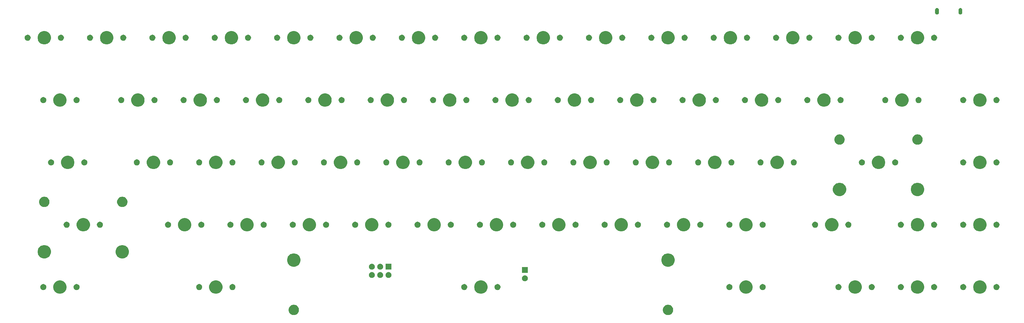
<source format=gbr>
%TF.GenerationSoftware,KiCad,Pcbnew,(5.1.5-0-10_14)*%
%TF.CreationDate,2020-02-26T21:23:44+00:00*%
%TF.ProjectId,pcb,7063622e-6b69-4636-9164-5f7063625858,rev?*%
%TF.SameCoordinates,Original*%
%TF.FileFunction,Soldermask,Top*%
%TF.FilePolarity,Negative*%
%FSLAX46Y46*%
G04 Gerber Fmt 4.6, Leading zero omitted, Abs format (unit mm)*
G04 Created by KiCad (PCBNEW (5.1.5-0-10_14)) date 2020-02-26 21:23:44*
%MOMM*%
%LPD*%
G04 APERTURE LIST*
%ADD10C,0.150000*%
G04 APERTURE END LIST*
D10*
G36*
X217153161Y-110245526D02*
G01*
X217271887Y-110294704D01*
X217439791Y-110364252D01*
X217439792Y-110364253D01*
X217697754Y-110536617D01*
X217917133Y-110755996D01*
X218032303Y-110928361D01*
X218089498Y-111013959D01*
X218208224Y-111300590D01*
X218268750Y-111604875D01*
X218268750Y-111915125D01*
X218208224Y-112219410D01*
X218089498Y-112506041D01*
X218089497Y-112506042D01*
X217917133Y-112764004D01*
X217697754Y-112983383D01*
X217525389Y-113098553D01*
X217439791Y-113155748D01*
X217271887Y-113225296D01*
X217153161Y-113274474D01*
X217001017Y-113304737D01*
X216848875Y-113335000D01*
X216538625Y-113335000D01*
X216386483Y-113304737D01*
X216234339Y-113274474D01*
X216115613Y-113225296D01*
X215947709Y-113155748D01*
X215862111Y-113098553D01*
X215689746Y-112983383D01*
X215470367Y-112764004D01*
X215298003Y-112506042D01*
X215298002Y-112506041D01*
X215179276Y-112219410D01*
X215118750Y-111915125D01*
X215118750Y-111604875D01*
X215179276Y-111300590D01*
X215298002Y-111013959D01*
X215355197Y-110928361D01*
X215470367Y-110755996D01*
X215689746Y-110536617D01*
X215947708Y-110364253D01*
X215947709Y-110364252D01*
X216115613Y-110294704D01*
X216234339Y-110245526D01*
X216538625Y-110185000D01*
X216848875Y-110185000D01*
X217153161Y-110245526D01*
G37*
G36*
X102853161Y-110245526D02*
G01*
X102971887Y-110294704D01*
X103139791Y-110364252D01*
X103139792Y-110364253D01*
X103397754Y-110536617D01*
X103617133Y-110755996D01*
X103732303Y-110928361D01*
X103789498Y-111013959D01*
X103908224Y-111300590D01*
X103968750Y-111604875D01*
X103968750Y-111915125D01*
X103908224Y-112219410D01*
X103789498Y-112506041D01*
X103789497Y-112506042D01*
X103617133Y-112764004D01*
X103397754Y-112983383D01*
X103225389Y-113098553D01*
X103139791Y-113155748D01*
X102971887Y-113225296D01*
X102853161Y-113274474D01*
X102701017Y-113304737D01*
X102548875Y-113335000D01*
X102238625Y-113335000D01*
X102086483Y-113304737D01*
X101934339Y-113274474D01*
X101815613Y-113225296D01*
X101647709Y-113155748D01*
X101562111Y-113098553D01*
X101389746Y-112983383D01*
X101170367Y-112764004D01*
X100998003Y-112506042D01*
X100998002Y-112506041D01*
X100879276Y-112219410D01*
X100818750Y-111915125D01*
X100818750Y-111604875D01*
X100879276Y-111300590D01*
X100998002Y-111013959D01*
X101055197Y-110928361D01*
X101170367Y-110755996D01*
X101389746Y-110536617D01*
X101647708Y-110364253D01*
X101647709Y-110364252D01*
X101815613Y-110294704D01*
X101934339Y-110245526D01*
X102238625Y-110185000D01*
X102548875Y-110185000D01*
X102853161Y-110245526D01*
G37*
G36*
X274440224Y-102808684D02*
G01*
X274658224Y-102898983D01*
X274812373Y-102962833D01*
X275147298Y-103186623D01*
X275432127Y-103471452D01*
X275655917Y-103806377D01*
X275688312Y-103884586D01*
X275810066Y-104178526D01*
X275888650Y-104573594D01*
X275888650Y-104976406D01*
X275810066Y-105371474D01*
X275759201Y-105494272D01*
X275655917Y-105743623D01*
X275432127Y-106078548D01*
X275147298Y-106363377D01*
X274812373Y-106587167D01*
X274658224Y-106651017D01*
X274440224Y-106741316D01*
X274045156Y-106819900D01*
X273642344Y-106819900D01*
X273247276Y-106741316D01*
X273029276Y-106651017D01*
X272875127Y-106587167D01*
X272540202Y-106363377D01*
X272255373Y-106078548D01*
X272031583Y-105743623D01*
X271928299Y-105494272D01*
X271877434Y-105371474D01*
X271798850Y-104976406D01*
X271798850Y-104573594D01*
X271877434Y-104178526D01*
X271999188Y-103884586D01*
X272031583Y-103806377D01*
X272255373Y-103471452D01*
X272540202Y-103186623D01*
X272875127Y-102962833D01*
X273029276Y-102898983D01*
X273247276Y-102808684D01*
X273642344Y-102730100D01*
X274045156Y-102730100D01*
X274440224Y-102808684D01*
G37*
G36*
X241102724Y-102808684D02*
G01*
X241320724Y-102898983D01*
X241474873Y-102962833D01*
X241809798Y-103186623D01*
X242094627Y-103471452D01*
X242318417Y-103806377D01*
X242350812Y-103884586D01*
X242472566Y-104178526D01*
X242551150Y-104573594D01*
X242551150Y-104976406D01*
X242472566Y-105371474D01*
X242421701Y-105494272D01*
X242318417Y-105743623D01*
X242094627Y-106078548D01*
X241809798Y-106363377D01*
X241474873Y-106587167D01*
X241320724Y-106651017D01*
X241102724Y-106741316D01*
X240707656Y-106819900D01*
X240304844Y-106819900D01*
X239909776Y-106741316D01*
X239691776Y-106651017D01*
X239537627Y-106587167D01*
X239202702Y-106363377D01*
X238917873Y-106078548D01*
X238694083Y-105743623D01*
X238590799Y-105494272D01*
X238539934Y-105371474D01*
X238461350Y-104976406D01*
X238461350Y-104573594D01*
X238539934Y-104178526D01*
X238661688Y-103884586D01*
X238694083Y-103806377D01*
X238917873Y-103471452D01*
X239202702Y-103186623D01*
X239537627Y-102962833D01*
X239691776Y-102898983D01*
X239909776Y-102808684D01*
X240304844Y-102730100D01*
X240707656Y-102730100D01*
X241102724Y-102808684D01*
G37*
G36*
X160140224Y-102808684D02*
G01*
X160358224Y-102898983D01*
X160512373Y-102962833D01*
X160847298Y-103186623D01*
X161132127Y-103471452D01*
X161355917Y-103806377D01*
X161388312Y-103884586D01*
X161510066Y-104178526D01*
X161588650Y-104573594D01*
X161588650Y-104976406D01*
X161510066Y-105371474D01*
X161459201Y-105494272D01*
X161355917Y-105743623D01*
X161132127Y-106078548D01*
X160847298Y-106363377D01*
X160512373Y-106587167D01*
X160358224Y-106651017D01*
X160140224Y-106741316D01*
X159745156Y-106819900D01*
X159342344Y-106819900D01*
X158947276Y-106741316D01*
X158729276Y-106651017D01*
X158575127Y-106587167D01*
X158240202Y-106363377D01*
X157955373Y-106078548D01*
X157731583Y-105743623D01*
X157628299Y-105494272D01*
X157577434Y-105371474D01*
X157498850Y-104976406D01*
X157498850Y-104573594D01*
X157577434Y-104178526D01*
X157699188Y-103884586D01*
X157731583Y-103806377D01*
X157955373Y-103471452D01*
X158240202Y-103186623D01*
X158575127Y-102962833D01*
X158729276Y-102898983D01*
X158947276Y-102808684D01*
X159342344Y-102730100D01*
X159745156Y-102730100D01*
X160140224Y-102808684D01*
G37*
G36*
X79177724Y-102808684D02*
G01*
X79395724Y-102898983D01*
X79549873Y-102962833D01*
X79884798Y-103186623D01*
X80169627Y-103471452D01*
X80393417Y-103806377D01*
X80425812Y-103884586D01*
X80547566Y-104178526D01*
X80626150Y-104573594D01*
X80626150Y-104976406D01*
X80547566Y-105371474D01*
X80496701Y-105494272D01*
X80393417Y-105743623D01*
X80169627Y-106078548D01*
X79884798Y-106363377D01*
X79549873Y-106587167D01*
X79395724Y-106651017D01*
X79177724Y-106741316D01*
X78782656Y-106819900D01*
X78379844Y-106819900D01*
X77984776Y-106741316D01*
X77766776Y-106651017D01*
X77612627Y-106587167D01*
X77277702Y-106363377D01*
X76992873Y-106078548D01*
X76769083Y-105743623D01*
X76665799Y-105494272D01*
X76614934Y-105371474D01*
X76536350Y-104976406D01*
X76536350Y-104573594D01*
X76614934Y-104178526D01*
X76736688Y-103884586D01*
X76769083Y-103806377D01*
X76992873Y-103471452D01*
X77277702Y-103186623D01*
X77612627Y-102962833D01*
X77766776Y-102898983D01*
X77984776Y-102808684D01*
X78379844Y-102730100D01*
X78782656Y-102730100D01*
X79177724Y-102808684D01*
G37*
G36*
X31552724Y-102808684D02*
G01*
X31770724Y-102898983D01*
X31924873Y-102962833D01*
X32259798Y-103186623D01*
X32544627Y-103471452D01*
X32768417Y-103806377D01*
X32800812Y-103884586D01*
X32922566Y-104178526D01*
X33001150Y-104573594D01*
X33001150Y-104976406D01*
X32922566Y-105371474D01*
X32871701Y-105494272D01*
X32768417Y-105743623D01*
X32544627Y-106078548D01*
X32259798Y-106363377D01*
X31924873Y-106587167D01*
X31770724Y-106651017D01*
X31552724Y-106741316D01*
X31157656Y-106819900D01*
X30754844Y-106819900D01*
X30359776Y-106741316D01*
X30141776Y-106651017D01*
X29987627Y-106587167D01*
X29652702Y-106363377D01*
X29367873Y-106078548D01*
X29144083Y-105743623D01*
X29040799Y-105494272D01*
X28989934Y-105371474D01*
X28911350Y-104976406D01*
X28911350Y-104573594D01*
X28989934Y-104178526D01*
X29111688Y-103884586D01*
X29144083Y-103806377D01*
X29367873Y-103471452D01*
X29652702Y-103186623D01*
X29987627Y-102962833D01*
X30141776Y-102898983D01*
X30359776Y-102808684D01*
X30754844Y-102730100D01*
X31157656Y-102730100D01*
X31552724Y-102808684D01*
G37*
G36*
X293490224Y-102808684D02*
G01*
X293708224Y-102898983D01*
X293862373Y-102962833D01*
X294197298Y-103186623D01*
X294482127Y-103471452D01*
X294705917Y-103806377D01*
X294738312Y-103884586D01*
X294860066Y-104178526D01*
X294938650Y-104573594D01*
X294938650Y-104976406D01*
X294860066Y-105371474D01*
X294809201Y-105494272D01*
X294705917Y-105743623D01*
X294482127Y-106078548D01*
X294197298Y-106363377D01*
X293862373Y-106587167D01*
X293708224Y-106651017D01*
X293490224Y-106741316D01*
X293095156Y-106819900D01*
X292692344Y-106819900D01*
X292297276Y-106741316D01*
X292079276Y-106651017D01*
X291925127Y-106587167D01*
X291590202Y-106363377D01*
X291305373Y-106078548D01*
X291081583Y-105743623D01*
X290978299Y-105494272D01*
X290927434Y-105371474D01*
X290848850Y-104976406D01*
X290848850Y-104573594D01*
X290927434Y-104178526D01*
X291049188Y-103884586D01*
X291081583Y-103806377D01*
X291305373Y-103471452D01*
X291590202Y-103186623D01*
X291925127Y-102962833D01*
X292079276Y-102898983D01*
X292297276Y-102808684D01*
X292692344Y-102730100D01*
X293095156Y-102730100D01*
X293490224Y-102808684D01*
G37*
G36*
X312540224Y-102808684D02*
G01*
X312758224Y-102898983D01*
X312912373Y-102962833D01*
X313247298Y-103186623D01*
X313532127Y-103471452D01*
X313755917Y-103806377D01*
X313788312Y-103884586D01*
X313910066Y-104178526D01*
X313988650Y-104573594D01*
X313988650Y-104976406D01*
X313910066Y-105371474D01*
X313859201Y-105494272D01*
X313755917Y-105743623D01*
X313532127Y-106078548D01*
X313247298Y-106363377D01*
X312912373Y-106587167D01*
X312758224Y-106651017D01*
X312540224Y-106741316D01*
X312145156Y-106819900D01*
X311742344Y-106819900D01*
X311347276Y-106741316D01*
X311129276Y-106651017D01*
X310975127Y-106587167D01*
X310640202Y-106363377D01*
X310355373Y-106078548D01*
X310131583Y-105743623D01*
X310028299Y-105494272D01*
X309977434Y-105371474D01*
X309898850Y-104976406D01*
X309898850Y-104573594D01*
X309977434Y-104178526D01*
X310099188Y-103884586D01*
X310131583Y-103806377D01*
X310355373Y-103471452D01*
X310640202Y-103186623D01*
X310975127Y-102962833D01*
X311129276Y-102898983D01*
X311347276Y-102808684D01*
X311742344Y-102730100D01*
X312145156Y-102730100D01*
X312540224Y-102808684D01*
G37*
G36*
X154733854Y-103884585D02*
G01*
X154902376Y-103954389D01*
X155054041Y-104055728D01*
X155183022Y-104184709D01*
X155284361Y-104336374D01*
X155354165Y-104504896D01*
X155389750Y-104683797D01*
X155389750Y-104866203D01*
X155354165Y-105045104D01*
X155284361Y-105213626D01*
X155183022Y-105365291D01*
X155054041Y-105494272D01*
X154902376Y-105595611D01*
X154733854Y-105665415D01*
X154554953Y-105701000D01*
X154372547Y-105701000D01*
X154193646Y-105665415D01*
X154025124Y-105595611D01*
X153873459Y-105494272D01*
X153744478Y-105365291D01*
X153643139Y-105213626D01*
X153573335Y-105045104D01*
X153537750Y-104866203D01*
X153537750Y-104683797D01*
X153573335Y-104504896D01*
X153643139Y-104336374D01*
X153744478Y-104184709D01*
X153873459Y-104055728D01*
X154025124Y-103954389D01*
X154193646Y-103884585D01*
X154372547Y-103849000D01*
X154554953Y-103849000D01*
X154733854Y-103884585D01*
G37*
G36*
X83931354Y-103884585D02*
G01*
X84099876Y-103954389D01*
X84251541Y-104055728D01*
X84380522Y-104184709D01*
X84481861Y-104336374D01*
X84551665Y-104504896D01*
X84587250Y-104683797D01*
X84587250Y-104866203D01*
X84551665Y-105045104D01*
X84481861Y-105213626D01*
X84380522Y-105365291D01*
X84251541Y-105494272D01*
X84099876Y-105595611D01*
X83931354Y-105665415D01*
X83752453Y-105701000D01*
X83570047Y-105701000D01*
X83391146Y-105665415D01*
X83222624Y-105595611D01*
X83070959Y-105494272D01*
X82941978Y-105365291D01*
X82840639Y-105213626D01*
X82770835Y-105045104D01*
X82735250Y-104866203D01*
X82735250Y-104683797D01*
X82770835Y-104504896D01*
X82840639Y-104336374D01*
X82941978Y-104184709D01*
X83070959Y-104055728D01*
X83222624Y-103954389D01*
X83391146Y-103884585D01*
X83570047Y-103849000D01*
X83752453Y-103849000D01*
X83931354Y-103884585D01*
G37*
G36*
X73771354Y-103884585D02*
G01*
X73939876Y-103954389D01*
X74091541Y-104055728D01*
X74220522Y-104184709D01*
X74321861Y-104336374D01*
X74391665Y-104504896D01*
X74427250Y-104683797D01*
X74427250Y-104866203D01*
X74391665Y-105045104D01*
X74321861Y-105213626D01*
X74220522Y-105365291D01*
X74091541Y-105494272D01*
X73939876Y-105595611D01*
X73771354Y-105665415D01*
X73592453Y-105701000D01*
X73410047Y-105701000D01*
X73231146Y-105665415D01*
X73062624Y-105595611D01*
X72910959Y-105494272D01*
X72781978Y-105365291D01*
X72680639Y-105213626D01*
X72610835Y-105045104D01*
X72575250Y-104866203D01*
X72575250Y-104683797D01*
X72610835Y-104504896D01*
X72680639Y-104336374D01*
X72781978Y-104184709D01*
X72910959Y-104055728D01*
X73062624Y-103954389D01*
X73231146Y-103884585D01*
X73410047Y-103849000D01*
X73592453Y-103849000D01*
X73771354Y-103884585D01*
G37*
G36*
X36306354Y-103884585D02*
G01*
X36474876Y-103954389D01*
X36626541Y-104055728D01*
X36755522Y-104184709D01*
X36856861Y-104336374D01*
X36926665Y-104504896D01*
X36962250Y-104683797D01*
X36962250Y-104866203D01*
X36926665Y-105045104D01*
X36856861Y-105213626D01*
X36755522Y-105365291D01*
X36626541Y-105494272D01*
X36474876Y-105595611D01*
X36306354Y-105665415D01*
X36127453Y-105701000D01*
X35945047Y-105701000D01*
X35766146Y-105665415D01*
X35597624Y-105595611D01*
X35445959Y-105494272D01*
X35316978Y-105365291D01*
X35215639Y-105213626D01*
X35145835Y-105045104D01*
X35110250Y-104866203D01*
X35110250Y-104683797D01*
X35145835Y-104504896D01*
X35215639Y-104336374D01*
X35316978Y-104184709D01*
X35445959Y-104055728D01*
X35597624Y-103954389D01*
X35766146Y-103884585D01*
X35945047Y-103849000D01*
X36127453Y-103849000D01*
X36306354Y-103884585D01*
G37*
G36*
X26146354Y-103884585D02*
G01*
X26314876Y-103954389D01*
X26466541Y-104055728D01*
X26595522Y-104184709D01*
X26696861Y-104336374D01*
X26766665Y-104504896D01*
X26802250Y-104683797D01*
X26802250Y-104866203D01*
X26766665Y-105045104D01*
X26696861Y-105213626D01*
X26595522Y-105365291D01*
X26466541Y-105494272D01*
X26314876Y-105595611D01*
X26146354Y-105665415D01*
X25967453Y-105701000D01*
X25785047Y-105701000D01*
X25606146Y-105665415D01*
X25437624Y-105595611D01*
X25285959Y-105494272D01*
X25156978Y-105365291D01*
X25055639Y-105213626D01*
X24985835Y-105045104D01*
X24950250Y-104866203D01*
X24950250Y-104683797D01*
X24985835Y-104504896D01*
X25055639Y-104336374D01*
X25156978Y-104184709D01*
X25285959Y-104055728D01*
X25437624Y-103954389D01*
X25606146Y-103884585D01*
X25785047Y-103849000D01*
X25967453Y-103849000D01*
X26146354Y-103884585D01*
G37*
G36*
X317293854Y-103884585D02*
G01*
X317462376Y-103954389D01*
X317614041Y-104055728D01*
X317743022Y-104184709D01*
X317844361Y-104336374D01*
X317914165Y-104504896D01*
X317949750Y-104683797D01*
X317949750Y-104866203D01*
X317914165Y-105045104D01*
X317844361Y-105213626D01*
X317743022Y-105365291D01*
X317614041Y-105494272D01*
X317462376Y-105595611D01*
X317293854Y-105665415D01*
X317114953Y-105701000D01*
X316932547Y-105701000D01*
X316753646Y-105665415D01*
X316585124Y-105595611D01*
X316433459Y-105494272D01*
X316304478Y-105365291D01*
X316203139Y-105213626D01*
X316133335Y-105045104D01*
X316097750Y-104866203D01*
X316097750Y-104683797D01*
X316133335Y-104504896D01*
X316203139Y-104336374D01*
X316304478Y-104184709D01*
X316433459Y-104055728D01*
X316585124Y-103954389D01*
X316753646Y-103884585D01*
X316932547Y-103849000D01*
X317114953Y-103849000D01*
X317293854Y-103884585D01*
G37*
G36*
X307133854Y-103884585D02*
G01*
X307302376Y-103954389D01*
X307454041Y-104055728D01*
X307583022Y-104184709D01*
X307684361Y-104336374D01*
X307754165Y-104504896D01*
X307789750Y-104683797D01*
X307789750Y-104866203D01*
X307754165Y-105045104D01*
X307684361Y-105213626D01*
X307583022Y-105365291D01*
X307454041Y-105494272D01*
X307302376Y-105595611D01*
X307133854Y-105665415D01*
X306954953Y-105701000D01*
X306772547Y-105701000D01*
X306593646Y-105665415D01*
X306425124Y-105595611D01*
X306273459Y-105494272D01*
X306144478Y-105365291D01*
X306043139Y-105213626D01*
X305973335Y-105045104D01*
X305937750Y-104866203D01*
X305937750Y-104683797D01*
X305973335Y-104504896D01*
X306043139Y-104336374D01*
X306144478Y-104184709D01*
X306273459Y-104055728D01*
X306425124Y-103954389D01*
X306593646Y-103884585D01*
X306772547Y-103849000D01*
X306954953Y-103849000D01*
X307133854Y-103884585D01*
G37*
G36*
X279193854Y-103884585D02*
G01*
X279362376Y-103954389D01*
X279514041Y-104055728D01*
X279643022Y-104184709D01*
X279744361Y-104336374D01*
X279814165Y-104504896D01*
X279849750Y-104683797D01*
X279849750Y-104866203D01*
X279814165Y-105045104D01*
X279744361Y-105213626D01*
X279643022Y-105365291D01*
X279514041Y-105494272D01*
X279362376Y-105595611D01*
X279193854Y-105665415D01*
X279014953Y-105701000D01*
X278832547Y-105701000D01*
X278653646Y-105665415D01*
X278485124Y-105595611D01*
X278333459Y-105494272D01*
X278204478Y-105365291D01*
X278103139Y-105213626D01*
X278033335Y-105045104D01*
X277997750Y-104866203D01*
X277997750Y-104683797D01*
X278033335Y-104504896D01*
X278103139Y-104336374D01*
X278204478Y-104184709D01*
X278333459Y-104055728D01*
X278485124Y-103954389D01*
X278653646Y-103884585D01*
X278832547Y-103849000D01*
X279014953Y-103849000D01*
X279193854Y-103884585D01*
G37*
G36*
X269033854Y-103884585D02*
G01*
X269202376Y-103954389D01*
X269354041Y-104055728D01*
X269483022Y-104184709D01*
X269584361Y-104336374D01*
X269654165Y-104504896D01*
X269689750Y-104683797D01*
X269689750Y-104866203D01*
X269654165Y-105045104D01*
X269584361Y-105213626D01*
X269483022Y-105365291D01*
X269354041Y-105494272D01*
X269202376Y-105595611D01*
X269033854Y-105665415D01*
X268854953Y-105701000D01*
X268672547Y-105701000D01*
X268493646Y-105665415D01*
X268325124Y-105595611D01*
X268173459Y-105494272D01*
X268044478Y-105365291D01*
X267943139Y-105213626D01*
X267873335Y-105045104D01*
X267837750Y-104866203D01*
X267837750Y-104683797D01*
X267873335Y-104504896D01*
X267943139Y-104336374D01*
X268044478Y-104184709D01*
X268173459Y-104055728D01*
X268325124Y-103954389D01*
X268493646Y-103884585D01*
X268672547Y-103849000D01*
X268854953Y-103849000D01*
X269033854Y-103884585D01*
G37*
G36*
X298243854Y-103884585D02*
G01*
X298412376Y-103954389D01*
X298564041Y-104055728D01*
X298693022Y-104184709D01*
X298794361Y-104336374D01*
X298864165Y-104504896D01*
X298899750Y-104683797D01*
X298899750Y-104866203D01*
X298864165Y-105045104D01*
X298794361Y-105213626D01*
X298693022Y-105365291D01*
X298564041Y-105494272D01*
X298412376Y-105595611D01*
X298243854Y-105665415D01*
X298064953Y-105701000D01*
X297882547Y-105701000D01*
X297703646Y-105665415D01*
X297535124Y-105595611D01*
X297383459Y-105494272D01*
X297254478Y-105365291D01*
X297153139Y-105213626D01*
X297083335Y-105045104D01*
X297047750Y-104866203D01*
X297047750Y-104683797D01*
X297083335Y-104504896D01*
X297153139Y-104336374D01*
X297254478Y-104184709D01*
X297383459Y-104055728D01*
X297535124Y-103954389D01*
X297703646Y-103884585D01*
X297882547Y-103849000D01*
X298064953Y-103849000D01*
X298243854Y-103884585D01*
G37*
G36*
X288083854Y-103884585D02*
G01*
X288252376Y-103954389D01*
X288404041Y-104055728D01*
X288533022Y-104184709D01*
X288634361Y-104336374D01*
X288704165Y-104504896D01*
X288739750Y-104683797D01*
X288739750Y-104866203D01*
X288704165Y-105045104D01*
X288634361Y-105213626D01*
X288533022Y-105365291D01*
X288404041Y-105494272D01*
X288252376Y-105595611D01*
X288083854Y-105665415D01*
X287904953Y-105701000D01*
X287722547Y-105701000D01*
X287543646Y-105665415D01*
X287375124Y-105595611D01*
X287223459Y-105494272D01*
X287094478Y-105365291D01*
X286993139Y-105213626D01*
X286923335Y-105045104D01*
X286887750Y-104866203D01*
X286887750Y-104683797D01*
X286923335Y-104504896D01*
X286993139Y-104336374D01*
X287094478Y-104184709D01*
X287223459Y-104055728D01*
X287375124Y-103954389D01*
X287543646Y-103884585D01*
X287722547Y-103849000D01*
X287904953Y-103849000D01*
X288083854Y-103884585D01*
G37*
G36*
X245856354Y-103884585D02*
G01*
X246024876Y-103954389D01*
X246176541Y-104055728D01*
X246305522Y-104184709D01*
X246406861Y-104336374D01*
X246476665Y-104504896D01*
X246512250Y-104683797D01*
X246512250Y-104866203D01*
X246476665Y-105045104D01*
X246406861Y-105213626D01*
X246305522Y-105365291D01*
X246176541Y-105494272D01*
X246024876Y-105595611D01*
X245856354Y-105665415D01*
X245677453Y-105701000D01*
X245495047Y-105701000D01*
X245316146Y-105665415D01*
X245147624Y-105595611D01*
X244995959Y-105494272D01*
X244866978Y-105365291D01*
X244765639Y-105213626D01*
X244695835Y-105045104D01*
X244660250Y-104866203D01*
X244660250Y-104683797D01*
X244695835Y-104504896D01*
X244765639Y-104336374D01*
X244866978Y-104184709D01*
X244995959Y-104055728D01*
X245147624Y-103954389D01*
X245316146Y-103884585D01*
X245495047Y-103849000D01*
X245677453Y-103849000D01*
X245856354Y-103884585D01*
G37*
G36*
X235696354Y-103884585D02*
G01*
X235864876Y-103954389D01*
X236016541Y-104055728D01*
X236145522Y-104184709D01*
X236246861Y-104336374D01*
X236316665Y-104504896D01*
X236352250Y-104683797D01*
X236352250Y-104866203D01*
X236316665Y-105045104D01*
X236246861Y-105213626D01*
X236145522Y-105365291D01*
X236016541Y-105494272D01*
X235864876Y-105595611D01*
X235696354Y-105665415D01*
X235517453Y-105701000D01*
X235335047Y-105701000D01*
X235156146Y-105665415D01*
X234987624Y-105595611D01*
X234835959Y-105494272D01*
X234706978Y-105365291D01*
X234605639Y-105213626D01*
X234535835Y-105045104D01*
X234500250Y-104866203D01*
X234500250Y-104683797D01*
X234535835Y-104504896D01*
X234605639Y-104336374D01*
X234706978Y-104184709D01*
X234835959Y-104055728D01*
X234987624Y-103954389D01*
X235156146Y-103884585D01*
X235335047Y-103849000D01*
X235517453Y-103849000D01*
X235696354Y-103884585D01*
G37*
G36*
X164893854Y-103884585D02*
G01*
X165062376Y-103954389D01*
X165214041Y-104055728D01*
X165343022Y-104184709D01*
X165444361Y-104336374D01*
X165514165Y-104504896D01*
X165549750Y-104683797D01*
X165549750Y-104866203D01*
X165514165Y-105045104D01*
X165444361Y-105213626D01*
X165343022Y-105365291D01*
X165214041Y-105494272D01*
X165062376Y-105595611D01*
X164893854Y-105665415D01*
X164714953Y-105701000D01*
X164532547Y-105701000D01*
X164353646Y-105665415D01*
X164185124Y-105595611D01*
X164033459Y-105494272D01*
X163904478Y-105365291D01*
X163803139Y-105213626D01*
X163733335Y-105045104D01*
X163697750Y-104866203D01*
X163697750Y-104683797D01*
X163733335Y-104504896D01*
X163803139Y-104336374D01*
X163904478Y-104184709D01*
X164033459Y-104055728D01*
X164185124Y-103954389D01*
X164353646Y-103884585D01*
X164532547Y-103849000D01*
X164714953Y-103849000D01*
X164893854Y-103884585D01*
G37*
G36*
X173087512Y-101211927D02*
G01*
X173236812Y-101241624D01*
X173400784Y-101309544D01*
X173548354Y-101408147D01*
X173673853Y-101533646D01*
X173772456Y-101681216D01*
X173840376Y-101845188D01*
X173875000Y-102019259D01*
X173875000Y-102196741D01*
X173840376Y-102370812D01*
X173772456Y-102534784D01*
X173673853Y-102682354D01*
X173548354Y-102807853D01*
X173400784Y-102906456D01*
X173236812Y-102974376D01*
X173087512Y-103004073D01*
X173062742Y-103009000D01*
X172885258Y-103009000D01*
X172860488Y-103004073D01*
X172711188Y-102974376D01*
X172547216Y-102906456D01*
X172399646Y-102807853D01*
X172274147Y-102682354D01*
X172175544Y-102534784D01*
X172107624Y-102370812D01*
X172073000Y-102196741D01*
X172073000Y-102019259D01*
X172107624Y-101845188D01*
X172175544Y-101681216D01*
X172274147Y-101533646D01*
X172399646Y-101408147D01*
X172547216Y-101309544D01*
X172711188Y-101241624D01*
X172860488Y-101211927D01*
X172885258Y-101207000D01*
X173062742Y-101207000D01*
X173087512Y-101211927D01*
G37*
G36*
X126351512Y-100195927D02*
G01*
X126500812Y-100225624D01*
X126664784Y-100293544D01*
X126812354Y-100392147D01*
X126937853Y-100517646D01*
X127036456Y-100665216D01*
X127104376Y-100829188D01*
X127139000Y-101003259D01*
X127139000Y-101180741D01*
X127104376Y-101354812D01*
X127036456Y-101518784D01*
X126937853Y-101666354D01*
X126812354Y-101791853D01*
X126664784Y-101890456D01*
X126500812Y-101958376D01*
X126351512Y-101988073D01*
X126326742Y-101993000D01*
X126149258Y-101993000D01*
X126124488Y-101988073D01*
X125975188Y-101958376D01*
X125811216Y-101890456D01*
X125663646Y-101791853D01*
X125538147Y-101666354D01*
X125439544Y-101518784D01*
X125371624Y-101354812D01*
X125337000Y-101180741D01*
X125337000Y-101003259D01*
X125371624Y-100829188D01*
X125439544Y-100665216D01*
X125538147Y-100517646D01*
X125663646Y-100392147D01*
X125811216Y-100293544D01*
X125975188Y-100225624D01*
X126124488Y-100195927D01*
X126149258Y-100191000D01*
X126326742Y-100191000D01*
X126351512Y-100195927D01*
G37*
G36*
X131431512Y-100195927D02*
G01*
X131580812Y-100225624D01*
X131744784Y-100293544D01*
X131892354Y-100392147D01*
X132017853Y-100517646D01*
X132116456Y-100665216D01*
X132184376Y-100829188D01*
X132219000Y-101003259D01*
X132219000Y-101180741D01*
X132184376Y-101354812D01*
X132116456Y-101518784D01*
X132017853Y-101666354D01*
X131892354Y-101791853D01*
X131744784Y-101890456D01*
X131580812Y-101958376D01*
X131431512Y-101988073D01*
X131406742Y-101993000D01*
X131229258Y-101993000D01*
X131204488Y-101988073D01*
X131055188Y-101958376D01*
X130891216Y-101890456D01*
X130743646Y-101791853D01*
X130618147Y-101666354D01*
X130519544Y-101518784D01*
X130451624Y-101354812D01*
X130417000Y-101180741D01*
X130417000Y-101003259D01*
X130451624Y-100829188D01*
X130519544Y-100665216D01*
X130618147Y-100517646D01*
X130743646Y-100392147D01*
X130891216Y-100293544D01*
X131055188Y-100225624D01*
X131204488Y-100195927D01*
X131229258Y-100191000D01*
X131406742Y-100191000D01*
X131431512Y-100195927D01*
G37*
G36*
X128891512Y-100195927D02*
G01*
X129040812Y-100225624D01*
X129204784Y-100293544D01*
X129352354Y-100392147D01*
X129477853Y-100517646D01*
X129576456Y-100665216D01*
X129644376Y-100829188D01*
X129679000Y-101003259D01*
X129679000Y-101180741D01*
X129644376Y-101354812D01*
X129576456Y-101518784D01*
X129477853Y-101666354D01*
X129352354Y-101791853D01*
X129204784Y-101890456D01*
X129040812Y-101958376D01*
X128891512Y-101988073D01*
X128866742Y-101993000D01*
X128689258Y-101993000D01*
X128664488Y-101988073D01*
X128515188Y-101958376D01*
X128351216Y-101890456D01*
X128203646Y-101791853D01*
X128078147Y-101666354D01*
X127979544Y-101518784D01*
X127911624Y-101354812D01*
X127877000Y-101180741D01*
X127877000Y-101003259D01*
X127911624Y-100829188D01*
X127979544Y-100665216D01*
X128078147Y-100517646D01*
X128203646Y-100392147D01*
X128351216Y-100293544D01*
X128515188Y-100225624D01*
X128664488Y-100195927D01*
X128689258Y-100191000D01*
X128866742Y-100191000D01*
X128891512Y-100195927D01*
G37*
G36*
X173875000Y-100469000D02*
G01*
X172073000Y-100469000D01*
X172073000Y-98667000D01*
X173875000Y-98667000D01*
X173875000Y-100469000D01*
G37*
G36*
X132219000Y-99453000D02*
G01*
X130417000Y-99453000D01*
X130417000Y-97651000D01*
X132219000Y-97651000D01*
X132219000Y-99453000D01*
G37*
G36*
X128891512Y-97655927D02*
G01*
X129040812Y-97685624D01*
X129204784Y-97753544D01*
X129352354Y-97852147D01*
X129477853Y-97977646D01*
X129576456Y-98125216D01*
X129644376Y-98289188D01*
X129679000Y-98463259D01*
X129679000Y-98640741D01*
X129644376Y-98814812D01*
X129576456Y-98978784D01*
X129477853Y-99126354D01*
X129352354Y-99251853D01*
X129204784Y-99350456D01*
X129040812Y-99418376D01*
X128891512Y-99448073D01*
X128866742Y-99453000D01*
X128689258Y-99453000D01*
X128664488Y-99448073D01*
X128515188Y-99418376D01*
X128351216Y-99350456D01*
X128203646Y-99251853D01*
X128078147Y-99126354D01*
X127979544Y-98978784D01*
X127911624Y-98814812D01*
X127877000Y-98640741D01*
X127877000Y-98463259D01*
X127911624Y-98289188D01*
X127979544Y-98125216D01*
X128078147Y-97977646D01*
X128203646Y-97852147D01*
X128351216Y-97753544D01*
X128515188Y-97685624D01*
X128664488Y-97655927D01*
X128689258Y-97651000D01*
X128866742Y-97651000D01*
X128891512Y-97655927D01*
G37*
G36*
X126351512Y-97655927D02*
G01*
X126500812Y-97685624D01*
X126664784Y-97753544D01*
X126812354Y-97852147D01*
X126937853Y-97977646D01*
X127036456Y-98125216D01*
X127104376Y-98289188D01*
X127139000Y-98463259D01*
X127139000Y-98640741D01*
X127104376Y-98814812D01*
X127036456Y-98978784D01*
X126937853Y-99126354D01*
X126812354Y-99251853D01*
X126664784Y-99350456D01*
X126500812Y-99418376D01*
X126351512Y-99448073D01*
X126326742Y-99453000D01*
X126149258Y-99453000D01*
X126124488Y-99448073D01*
X125975188Y-99418376D01*
X125811216Y-99350456D01*
X125663646Y-99251853D01*
X125538147Y-99126354D01*
X125439544Y-98978784D01*
X125371624Y-98814812D01*
X125337000Y-98640741D01*
X125337000Y-98463259D01*
X125371624Y-98289188D01*
X125439544Y-98125216D01*
X125538147Y-97977646D01*
X125663646Y-97852147D01*
X125811216Y-97753544D01*
X125975188Y-97685624D01*
X126124488Y-97655927D01*
X126149258Y-97651000D01*
X126326742Y-97651000D01*
X126351512Y-97655927D01*
G37*
G36*
X102990224Y-94553684D02*
G01*
X103208224Y-94643983D01*
X103362373Y-94707833D01*
X103697298Y-94931623D01*
X103982127Y-95216452D01*
X104205917Y-95551377D01*
X104269767Y-95705526D01*
X104360066Y-95923526D01*
X104438650Y-96318594D01*
X104438650Y-96721406D01*
X104360066Y-97116474D01*
X104269767Y-97334474D01*
X104205917Y-97488623D01*
X103982127Y-97823548D01*
X103697298Y-98108377D01*
X103362373Y-98332167D01*
X103208224Y-98396017D01*
X102990224Y-98486316D01*
X102595156Y-98564900D01*
X102192344Y-98564900D01*
X101797276Y-98486316D01*
X101579276Y-98396017D01*
X101425127Y-98332167D01*
X101090202Y-98108377D01*
X100805373Y-97823548D01*
X100581583Y-97488623D01*
X100517733Y-97334474D01*
X100427434Y-97116474D01*
X100348850Y-96721406D01*
X100348850Y-96318594D01*
X100427434Y-95923526D01*
X100517733Y-95705526D01*
X100581583Y-95551377D01*
X100805373Y-95216452D01*
X101090202Y-94931623D01*
X101425127Y-94707833D01*
X101579276Y-94643983D01*
X101797276Y-94553684D01*
X102192344Y-94475100D01*
X102595156Y-94475100D01*
X102990224Y-94553684D01*
G37*
G36*
X217290224Y-94553684D02*
G01*
X217508224Y-94643983D01*
X217662373Y-94707833D01*
X217997298Y-94931623D01*
X218282127Y-95216452D01*
X218505917Y-95551377D01*
X218569767Y-95705526D01*
X218660066Y-95923526D01*
X218738650Y-96318594D01*
X218738650Y-96721406D01*
X218660066Y-97116474D01*
X218569767Y-97334474D01*
X218505917Y-97488623D01*
X218282127Y-97823548D01*
X217997298Y-98108377D01*
X217662373Y-98332167D01*
X217508224Y-98396017D01*
X217290224Y-98486316D01*
X216895156Y-98564900D01*
X216492344Y-98564900D01*
X216097276Y-98486316D01*
X215879276Y-98396017D01*
X215725127Y-98332167D01*
X215390202Y-98108377D01*
X215105373Y-97823548D01*
X214881583Y-97488623D01*
X214817733Y-97334474D01*
X214727434Y-97116474D01*
X214648850Y-96721406D01*
X214648850Y-96318594D01*
X214727434Y-95923526D01*
X214817733Y-95705526D01*
X214881583Y-95551377D01*
X215105373Y-95216452D01*
X215390202Y-94931623D01*
X215725127Y-94707833D01*
X215879276Y-94643983D01*
X216097276Y-94553684D01*
X216492344Y-94475100D01*
X216895156Y-94475100D01*
X217290224Y-94553684D01*
G37*
G36*
X50602724Y-92013684D02*
G01*
X50820724Y-92103983D01*
X50974873Y-92167833D01*
X51309798Y-92391623D01*
X51594627Y-92676452D01*
X51818417Y-93011377D01*
X51818417Y-93011378D01*
X51972566Y-93383526D01*
X52051150Y-93778594D01*
X52051150Y-94181406D01*
X51972566Y-94576474D01*
X51918155Y-94707833D01*
X51818417Y-94948623D01*
X51594627Y-95283548D01*
X51309798Y-95568377D01*
X50974873Y-95792167D01*
X50820724Y-95856017D01*
X50602724Y-95946316D01*
X50207656Y-96024900D01*
X49804844Y-96024900D01*
X49409776Y-95946316D01*
X49191776Y-95856017D01*
X49037627Y-95792167D01*
X48702702Y-95568377D01*
X48417873Y-95283548D01*
X48194083Y-94948623D01*
X48094345Y-94707833D01*
X48039934Y-94576474D01*
X47961350Y-94181406D01*
X47961350Y-93778594D01*
X48039934Y-93383526D01*
X48194083Y-93011378D01*
X48194083Y-93011377D01*
X48417873Y-92676452D01*
X48702702Y-92391623D01*
X49037627Y-92167833D01*
X49191776Y-92103983D01*
X49409776Y-92013684D01*
X49804844Y-91935100D01*
X50207656Y-91935100D01*
X50602724Y-92013684D01*
G37*
G36*
X26790224Y-92013684D02*
G01*
X27008224Y-92103983D01*
X27162373Y-92167833D01*
X27497298Y-92391623D01*
X27782127Y-92676452D01*
X28005917Y-93011377D01*
X28005917Y-93011378D01*
X28160066Y-93383526D01*
X28238650Y-93778594D01*
X28238650Y-94181406D01*
X28160066Y-94576474D01*
X28105655Y-94707833D01*
X28005917Y-94948623D01*
X27782127Y-95283548D01*
X27497298Y-95568377D01*
X27162373Y-95792167D01*
X27008224Y-95856017D01*
X26790224Y-95946316D01*
X26395156Y-96024900D01*
X25992344Y-96024900D01*
X25597276Y-95946316D01*
X25379276Y-95856017D01*
X25225127Y-95792167D01*
X24890202Y-95568377D01*
X24605373Y-95283548D01*
X24381583Y-94948623D01*
X24281845Y-94707833D01*
X24227434Y-94576474D01*
X24148850Y-94181406D01*
X24148850Y-93778594D01*
X24227434Y-93383526D01*
X24381583Y-93011378D01*
X24381583Y-93011377D01*
X24605373Y-92676452D01*
X24890202Y-92391623D01*
X25225127Y-92167833D01*
X25379276Y-92103983D01*
X25597276Y-92013684D01*
X25992344Y-91935100D01*
X26395156Y-91935100D01*
X26790224Y-92013684D01*
G37*
G36*
X267296474Y-83758684D02*
G01*
X267514474Y-83848983D01*
X267668623Y-83912833D01*
X268003548Y-84136623D01*
X268288377Y-84421452D01*
X268512167Y-84756377D01*
X268544562Y-84834586D01*
X268666316Y-85128526D01*
X268744900Y-85523594D01*
X268744900Y-85926406D01*
X268666316Y-86321474D01*
X268615451Y-86444272D01*
X268512167Y-86693623D01*
X268288377Y-87028548D01*
X268003548Y-87313377D01*
X267668623Y-87537167D01*
X267514474Y-87601017D01*
X267296474Y-87691316D01*
X266901406Y-87769900D01*
X266498594Y-87769900D01*
X266103526Y-87691316D01*
X265885526Y-87601017D01*
X265731377Y-87537167D01*
X265396452Y-87313377D01*
X265111623Y-87028548D01*
X264887833Y-86693623D01*
X264784549Y-86444272D01*
X264733684Y-86321474D01*
X264655100Y-85926406D01*
X264655100Y-85523594D01*
X264733684Y-85128526D01*
X264855438Y-84834586D01*
X264887833Y-84756377D01*
X265111623Y-84421452D01*
X265396452Y-84136623D01*
X265731377Y-83912833D01*
X265885526Y-83848983D01*
X266103526Y-83758684D01*
X266498594Y-83680100D01*
X266901406Y-83680100D01*
X267296474Y-83758684D01*
G37*
G36*
X241102724Y-83758684D02*
G01*
X241320724Y-83848983D01*
X241474873Y-83912833D01*
X241809798Y-84136623D01*
X242094627Y-84421452D01*
X242318417Y-84756377D01*
X242350812Y-84834586D01*
X242472566Y-85128526D01*
X242551150Y-85523594D01*
X242551150Y-85926406D01*
X242472566Y-86321474D01*
X242421701Y-86444272D01*
X242318417Y-86693623D01*
X242094627Y-87028548D01*
X241809798Y-87313377D01*
X241474873Y-87537167D01*
X241320724Y-87601017D01*
X241102724Y-87691316D01*
X240707656Y-87769900D01*
X240304844Y-87769900D01*
X239909776Y-87691316D01*
X239691776Y-87601017D01*
X239537627Y-87537167D01*
X239202702Y-87313377D01*
X238917873Y-87028548D01*
X238694083Y-86693623D01*
X238590799Y-86444272D01*
X238539934Y-86321474D01*
X238461350Y-85926406D01*
X238461350Y-85523594D01*
X238539934Y-85128526D01*
X238661688Y-84834586D01*
X238694083Y-84756377D01*
X238917873Y-84421452D01*
X239202702Y-84136623D01*
X239537627Y-83912833D01*
X239691776Y-83848983D01*
X239909776Y-83758684D01*
X240304844Y-83680100D01*
X240707656Y-83680100D01*
X241102724Y-83758684D01*
G37*
G36*
X293490224Y-83758684D02*
G01*
X293708224Y-83848983D01*
X293862373Y-83912833D01*
X294197298Y-84136623D01*
X294482127Y-84421452D01*
X294705917Y-84756377D01*
X294738312Y-84834586D01*
X294860066Y-85128526D01*
X294938650Y-85523594D01*
X294938650Y-85926406D01*
X294860066Y-86321474D01*
X294809201Y-86444272D01*
X294705917Y-86693623D01*
X294482127Y-87028548D01*
X294197298Y-87313377D01*
X293862373Y-87537167D01*
X293708224Y-87601017D01*
X293490224Y-87691316D01*
X293095156Y-87769900D01*
X292692344Y-87769900D01*
X292297276Y-87691316D01*
X292079276Y-87601017D01*
X291925127Y-87537167D01*
X291590202Y-87313377D01*
X291305373Y-87028548D01*
X291081583Y-86693623D01*
X290978299Y-86444272D01*
X290927434Y-86321474D01*
X290848850Y-85926406D01*
X290848850Y-85523594D01*
X290927434Y-85128526D01*
X291049188Y-84834586D01*
X291081583Y-84756377D01*
X291305373Y-84421452D01*
X291590202Y-84136623D01*
X291925127Y-83912833D01*
X292079276Y-83848983D01*
X292297276Y-83758684D01*
X292692344Y-83680100D01*
X293095156Y-83680100D01*
X293490224Y-83758684D01*
G37*
G36*
X203002724Y-83758684D02*
G01*
X203220724Y-83848983D01*
X203374873Y-83912833D01*
X203709798Y-84136623D01*
X203994627Y-84421452D01*
X204218417Y-84756377D01*
X204250812Y-84834586D01*
X204372566Y-85128526D01*
X204451150Y-85523594D01*
X204451150Y-85926406D01*
X204372566Y-86321474D01*
X204321701Y-86444272D01*
X204218417Y-86693623D01*
X203994627Y-87028548D01*
X203709798Y-87313377D01*
X203374873Y-87537167D01*
X203220724Y-87601017D01*
X203002724Y-87691316D01*
X202607656Y-87769900D01*
X202204844Y-87769900D01*
X201809776Y-87691316D01*
X201591776Y-87601017D01*
X201437627Y-87537167D01*
X201102702Y-87313377D01*
X200817873Y-87028548D01*
X200594083Y-86693623D01*
X200490799Y-86444272D01*
X200439934Y-86321474D01*
X200361350Y-85926406D01*
X200361350Y-85523594D01*
X200439934Y-85128526D01*
X200561688Y-84834586D01*
X200594083Y-84756377D01*
X200817873Y-84421452D01*
X201102702Y-84136623D01*
X201437627Y-83912833D01*
X201591776Y-83848983D01*
X201809776Y-83758684D01*
X202204844Y-83680100D01*
X202607656Y-83680100D01*
X203002724Y-83758684D01*
G37*
G36*
X222052724Y-83758684D02*
G01*
X222270724Y-83848983D01*
X222424873Y-83912833D01*
X222759798Y-84136623D01*
X223044627Y-84421452D01*
X223268417Y-84756377D01*
X223300812Y-84834586D01*
X223422566Y-85128526D01*
X223501150Y-85523594D01*
X223501150Y-85926406D01*
X223422566Y-86321474D01*
X223371701Y-86444272D01*
X223268417Y-86693623D01*
X223044627Y-87028548D01*
X222759798Y-87313377D01*
X222424873Y-87537167D01*
X222270724Y-87601017D01*
X222052724Y-87691316D01*
X221657656Y-87769900D01*
X221254844Y-87769900D01*
X220859776Y-87691316D01*
X220641776Y-87601017D01*
X220487627Y-87537167D01*
X220152702Y-87313377D01*
X219867873Y-87028548D01*
X219644083Y-86693623D01*
X219540799Y-86444272D01*
X219489934Y-86321474D01*
X219411350Y-85926406D01*
X219411350Y-85523594D01*
X219489934Y-85128526D01*
X219611688Y-84834586D01*
X219644083Y-84756377D01*
X219867873Y-84421452D01*
X220152702Y-84136623D01*
X220487627Y-83912833D01*
X220641776Y-83848983D01*
X220859776Y-83758684D01*
X221254844Y-83680100D01*
X221657656Y-83680100D01*
X222052724Y-83758684D01*
G37*
G36*
X312540224Y-83758684D02*
G01*
X312758224Y-83848983D01*
X312912373Y-83912833D01*
X313247298Y-84136623D01*
X313532127Y-84421452D01*
X313755917Y-84756377D01*
X313788312Y-84834586D01*
X313910066Y-85128526D01*
X313988650Y-85523594D01*
X313988650Y-85926406D01*
X313910066Y-86321474D01*
X313859201Y-86444272D01*
X313755917Y-86693623D01*
X313532127Y-87028548D01*
X313247298Y-87313377D01*
X312912373Y-87537167D01*
X312758224Y-87601017D01*
X312540224Y-87691316D01*
X312145156Y-87769900D01*
X311742344Y-87769900D01*
X311347276Y-87691316D01*
X311129276Y-87601017D01*
X310975127Y-87537167D01*
X310640202Y-87313377D01*
X310355373Y-87028548D01*
X310131583Y-86693623D01*
X310028299Y-86444272D01*
X309977434Y-86321474D01*
X309898850Y-85926406D01*
X309898850Y-85523594D01*
X309977434Y-85128526D01*
X310099188Y-84834586D01*
X310131583Y-84756377D01*
X310355373Y-84421452D01*
X310640202Y-84136623D01*
X310975127Y-83912833D01*
X311129276Y-83848983D01*
X311347276Y-83758684D01*
X311742344Y-83680100D01*
X312145156Y-83680100D01*
X312540224Y-83758684D01*
G37*
G36*
X183952724Y-83758684D02*
G01*
X184170724Y-83848983D01*
X184324873Y-83912833D01*
X184659798Y-84136623D01*
X184944627Y-84421452D01*
X185168417Y-84756377D01*
X185200812Y-84834586D01*
X185322566Y-85128526D01*
X185401150Y-85523594D01*
X185401150Y-85926406D01*
X185322566Y-86321474D01*
X185271701Y-86444272D01*
X185168417Y-86693623D01*
X184944627Y-87028548D01*
X184659798Y-87313377D01*
X184324873Y-87537167D01*
X184170724Y-87601017D01*
X183952724Y-87691316D01*
X183557656Y-87769900D01*
X183154844Y-87769900D01*
X182759776Y-87691316D01*
X182541776Y-87601017D01*
X182387627Y-87537167D01*
X182052702Y-87313377D01*
X181767873Y-87028548D01*
X181544083Y-86693623D01*
X181440799Y-86444272D01*
X181389934Y-86321474D01*
X181311350Y-85926406D01*
X181311350Y-85523594D01*
X181389934Y-85128526D01*
X181511688Y-84834586D01*
X181544083Y-84756377D01*
X181767873Y-84421452D01*
X182052702Y-84136623D01*
X182387627Y-83912833D01*
X182541776Y-83848983D01*
X182759776Y-83758684D01*
X183154844Y-83680100D01*
X183557656Y-83680100D01*
X183952724Y-83758684D01*
G37*
G36*
X164902724Y-83758684D02*
G01*
X165120724Y-83848983D01*
X165274873Y-83912833D01*
X165609798Y-84136623D01*
X165894627Y-84421452D01*
X166118417Y-84756377D01*
X166150812Y-84834586D01*
X166272566Y-85128526D01*
X166351150Y-85523594D01*
X166351150Y-85926406D01*
X166272566Y-86321474D01*
X166221701Y-86444272D01*
X166118417Y-86693623D01*
X165894627Y-87028548D01*
X165609798Y-87313377D01*
X165274873Y-87537167D01*
X165120724Y-87601017D01*
X164902724Y-87691316D01*
X164507656Y-87769900D01*
X164104844Y-87769900D01*
X163709776Y-87691316D01*
X163491776Y-87601017D01*
X163337627Y-87537167D01*
X163002702Y-87313377D01*
X162717873Y-87028548D01*
X162494083Y-86693623D01*
X162390799Y-86444272D01*
X162339934Y-86321474D01*
X162261350Y-85926406D01*
X162261350Y-85523594D01*
X162339934Y-85128526D01*
X162461688Y-84834586D01*
X162494083Y-84756377D01*
X162717873Y-84421452D01*
X163002702Y-84136623D01*
X163337627Y-83912833D01*
X163491776Y-83848983D01*
X163709776Y-83758684D01*
X164104844Y-83680100D01*
X164507656Y-83680100D01*
X164902724Y-83758684D01*
G37*
G36*
X145852724Y-83758684D02*
G01*
X146070724Y-83848983D01*
X146224873Y-83912833D01*
X146559798Y-84136623D01*
X146844627Y-84421452D01*
X147068417Y-84756377D01*
X147100812Y-84834586D01*
X147222566Y-85128526D01*
X147301150Y-85523594D01*
X147301150Y-85926406D01*
X147222566Y-86321474D01*
X147171701Y-86444272D01*
X147068417Y-86693623D01*
X146844627Y-87028548D01*
X146559798Y-87313377D01*
X146224873Y-87537167D01*
X146070724Y-87601017D01*
X145852724Y-87691316D01*
X145457656Y-87769900D01*
X145054844Y-87769900D01*
X144659776Y-87691316D01*
X144441776Y-87601017D01*
X144287627Y-87537167D01*
X143952702Y-87313377D01*
X143667873Y-87028548D01*
X143444083Y-86693623D01*
X143340799Y-86444272D01*
X143289934Y-86321474D01*
X143211350Y-85926406D01*
X143211350Y-85523594D01*
X143289934Y-85128526D01*
X143411688Y-84834586D01*
X143444083Y-84756377D01*
X143667873Y-84421452D01*
X143952702Y-84136623D01*
X144287627Y-83912833D01*
X144441776Y-83848983D01*
X144659776Y-83758684D01*
X145054844Y-83680100D01*
X145457656Y-83680100D01*
X145852724Y-83758684D01*
G37*
G36*
X126802724Y-83758684D02*
G01*
X127020724Y-83848983D01*
X127174873Y-83912833D01*
X127509798Y-84136623D01*
X127794627Y-84421452D01*
X128018417Y-84756377D01*
X128050812Y-84834586D01*
X128172566Y-85128526D01*
X128251150Y-85523594D01*
X128251150Y-85926406D01*
X128172566Y-86321474D01*
X128121701Y-86444272D01*
X128018417Y-86693623D01*
X127794627Y-87028548D01*
X127509798Y-87313377D01*
X127174873Y-87537167D01*
X127020724Y-87601017D01*
X126802724Y-87691316D01*
X126407656Y-87769900D01*
X126004844Y-87769900D01*
X125609776Y-87691316D01*
X125391776Y-87601017D01*
X125237627Y-87537167D01*
X124902702Y-87313377D01*
X124617873Y-87028548D01*
X124394083Y-86693623D01*
X124290799Y-86444272D01*
X124239934Y-86321474D01*
X124161350Y-85926406D01*
X124161350Y-85523594D01*
X124239934Y-85128526D01*
X124361688Y-84834586D01*
X124394083Y-84756377D01*
X124617873Y-84421452D01*
X124902702Y-84136623D01*
X125237627Y-83912833D01*
X125391776Y-83848983D01*
X125609776Y-83758684D01*
X126004844Y-83680100D01*
X126407656Y-83680100D01*
X126802724Y-83758684D01*
G37*
G36*
X107752724Y-83758684D02*
G01*
X107970724Y-83848983D01*
X108124873Y-83912833D01*
X108459798Y-84136623D01*
X108744627Y-84421452D01*
X108968417Y-84756377D01*
X109000812Y-84834586D01*
X109122566Y-85128526D01*
X109201150Y-85523594D01*
X109201150Y-85926406D01*
X109122566Y-86321474D01*
X109071701Y-86444272D01*
X108968417Y-86693623D01*
X108744627Y-87028548D01*
X108459798Y-87313377D01*
X108124873Y-87537167D01*
X107970724Y-87601017D01*
X107752724Y-87691316D01*
X107357656Y-87769900D01*
X106954844Y-87769900D01*
X106559776Y-87691316D01*
X106341776Y-87601017D01*
X106187627Y-87537167D01*
X105852702Y-87313377D01*
X105567873Y-87028548D01*
X105344083Y-86693623D01*
X105240799Y-86444272D01*
X105189934Y-86321474D01*
X105111350Y-85926406D01*
X105111350Y-85523594D01*
X105189934Y-85128526D01*
X105311688Y-84834586D01*
X105344083Y-84756377D01*
X105567873Y-84421452D01*
X105852702Y-84136623D01*
X106187627Y-83912833D01*
X106341776Y-83848983D01*
X106559776Y-83758684D01*
X106954844Y-83680100D01*
X107357656Y-83680100D01*
X107752724Y-83758684D01*
G37*
G36*
X38696474Y-83758684D02*
G01*
X38914474Y-83848983D01*
X39068623Y-83912833D01*
X39403548Y-84136623D01*
X39688377Y-84421452D01*
X39912167Y-84756377D01*
X39944562Y-84834586D01*
X40066316Y-85128526D01*
X40144900Y-85523594D01*
X40144900Y-85926406D01*
X40066316Y-86321474D01*
X40015451Y-86444272D01*
X39912167Y-86693623D01*
X39688377Y-87028548D01*
X39403548Y-87313377D01*
X39068623Y-87537167D01*
X38914474Y-87601017D01*
X38696474Y-87691316D01*
X38301406Y-87769900D01*
X37898594Y-87769900D01*
X37503526Y-87691316D01*
X37285526Y-87601017D01*
X37131377Y-87537167D01*
X36796452Y-87313377D01*
X36511623Y-87028548D01*
X36287833Y-86693623D01*
X36184549Y-86444272D01*
X36133684Y-86321474D01*
X36055100Y-85926406D01*
X36055100Y-85523594D01*
X36133684Y-85128526D01*
X36255438Y-84834586D01*
X36287833Y-84756377D01*
X36511623Y-84421452D01*
X36796452Y-84136623D01*
X37131377Y-83912833D01*
X37285526Y-83848983D01*
X37503526Y-83758684D01*
X37898594Y-83680100D01*
X38301406Y-83680100D01*
X38696474Y-83758684D01*
G37*
G36*
X88702724Y-83758684D02*
G01*
X88920724Y-83848983D01*
X89074873Y-83912833D01*
X89409798Y-84136623D01*
X89694627Y-84421452D01*
X89918417Y-84756377D01*
X89950812Y-84834586D01*
X90072566Y-85128526D01*
X90151150Y-85523594D01*
X90151150Y-85926406D01*
X90072566Y-86321474D01*
X90021701Y-86444272D01*
X89918417Y-86693623D01*
X89694627Y-87028548D01*
X89409798Y-87313377D01*
X89074873Y-87537167D01*
X88920724Y-87601017D01*
X88702724Y-87691316D01*
X88307656Y-87769900D01*
X87904844Y-87769900D01*
X87509776Y-87691316D01*
X87291776Y-87601017D01*
X87137627Y-87537167D01*
X86802702Y-87313377D01*
X86517873Y-87028548D01*
X86294083Y-86693623D01*
X86190799Y-86444272D01*
X86139934Y-86321474D01*
X86061350Y-85926406D01*
X86061350Y-85523594D01*
X86139934Y-85128526D01*
X86261688Y-84834586D01*
X86294083Y-84756377D01*
X86517873Y-84421452D01*
X86802702Y-84136623D01*
X87137627Y-83912833D01*
X87291776Y-83848983D01*
X87509776Y-83758684D01*
X87904844Y-83680100D01*
X88307656Y-83680100D01*
X88702724Y-83758684D01*
G37*
G36*
X69652724Y-83758684D02*
G01*
X69870724Y-83848983D01*
X70024873Y-83912833D01*
X70359798Y-84136623D01*
X70644627Y-84421452D01*
X70868417Y-84756377D01*
X70900812Y-84834586D01*
X71022566Y-85128526D01*
X71101150Y-85523594D01*
X71101150Y-85926406D01*
X71022566Y-86321474D01*
X70971701Y-86444272D01*
X70868417Y-86693623D01*
X70644627Y-87028548D01*
X70359798Y-87313377D01*
X70024873Y-87537167D01*
X69870724Y-87601017D01*
X69652724Y-87691316D01*
X69257656Y-87769900D01*
X68854844Y-87769900D01*
X68459776Y-87691316D01*
X68241776Y-87601017D01*
X68087627Y-87537167D01*
X67752702Y-87313377D01*
X67467873Y-87028548D01*
X67244083Y-86693623D01*
X67140799Y-86444272D01*
X67089934Y-86321474D01*
X67011350Y-85926406D01*
X67011350Y-85523594D01*
X67089934Y-85128526D01*
X67211688Y-84834586D01*
X67244083Y-84756377D01*
X67467873Y-84421452D01*
X67752702Y-84136623D01*
X68087627Y-83912833D01*
X68241776Y-83848983D01*
X68459776Y-83758684D01*
X68854844Y-83680100D01*
X69257656Y-83680100D01*
X69652724Y-83758684D01*
G37*
G36*
X317293854Y-84834585D02*
G01*
X317462376Y-84904389D01*
X317614041Y-85005728D01*
X317743022Y-85134709D01*
X317844361Y-85286374D01*
X317914165Y-85454896D01*
X317949750Y-85633797D01*
X317949750Y-85816203D01*
X317914165Y-85995104D01*
X317844361Y-86163626D01*
X317743022Y-86315291D01*
X317614041Y-86444272D01*
X317462376Y-86545611D01*
X317293854Y-86615415D01*
X317114953Y-86651000D01*
X316932547Y-86651000D01*
X316753646Y-86615415D01*
X316585124Y-86545611D01*
X316433459Y-86444272D01*
X316304478Y-86315291D01*
X316203139Y-86163626D01*
X316133335Y-85995104D01*
X316097750Y-85816203D01*
X316097750Y-85633797D01*
X316133335Y-85454896D01*
X316203139Y-85286374D01*
X316304478Y-85134709D01*
X316433459Y-85005728D01*
X316585124Y-84904389D01*
X316753646Y-84834585D01*
X316932547Y-84799000D01*
X317114953Y-84799000D01*
X317293854Y-84834585D01*
G37*
G36*
X207756354Y-84834585D02*
G01*
X207924876Y-84904389D01*
X208076541Y-85005728D01*
X208205522Y-85134709D01*
X208306861Y-85286374D01*
X208376665Y-85454896D01*
X208412250Y-85633797D01*
X208412250Y-85816203D01*
X208376665Y-85995104D01*
X208306861Y-86163626D01*
X208205522Y-86315291D01*
X208076541Y-86444272D01*
X207924876Y-86545611D01*
X207756354Y-86615415D01*
X207577453Y-86651000D01*
X207395047Y-86651000D01*
X207216146Y-86615415D01*
X207047624Y-86545611D01*
X206895959Y-86444272D01*
X206766978Y-86315291D01*
X206665639Y-86163626D01*
X206595835Y-85995104D01*
X206560250Y-85816203D01*
X206560250Y-85633797D01*
X206595835Y-85454896D01*
X206665639Y-85286374D01*
X206766978Y-85134709D01*
X206895959Y-85005728D01*
X207047624Y-84904389D01*
X207216146Y-84834585D01*
X207395047Y-84799000D01*
X207577453Y-84799000D01*
X207756354Y-84834585D01*
G37*
G36*
X307133854Y-84834585D02*
G01*
X307302376Y-84904389D01*
X307454041Y-85005728D01*
X307583022Y-85134709D01*
X307684361Y-85286374D01*
X307754165Y-85454896D01*
X307789750Y-85633797D01*
X307789750Y-85816203D01*
X307754165Y-85995104D01*
X307684361Y-86163626D01*
X307583022Y-86315291D01*
X307454041Y-86444272D01*
X307302376Y-86545611D01*
X307133854Y-86615415D01*
X306954953Y-86651000D01*
X306772547Y-86651000D01*
X306593646Y-86615415D01*
X306425124Y-86545611D01*
X306273459Y-86444272D01*
X306144478Y-86315291D01*
X306043139Y-86163626D01*
X305973335Y-85995104D01*
X305937750Y-85816203D01*
X305937750Y-85633797D01*
X305973335Y-85454896D01*
X306043139Y-85286374D01*
X306144478Y-85134709D01*
X306273459Y-85005728D01*
X306425124Y-84904389D01*
X306593646Y-84834585D01*
X306772547Y-84799000D01*
X306954953Y-84799000D01*
X307133854Y-84834585D01*
G37*
G36*
X131556354Y-84834585D02*
G01*
X131724876Y-84904389D01*
X131876541Y-85005728D01*
X132005522Y-85134709D01*
X132106861Y-85286374D01*
X132176665Y-85454896D01*
X132212250Y-85633797D01*
X132212250Y-85816203D01*
X132176665Y-85995104D01*
X132106861Y-86163626D01*
X132005522Y-86315291D01*
X131876541Y-86444272D01*
X131724876Y-86545611D01*
X131556354Y-86615415D01*
X131377453Y-86651000D01*
X131195047Y-86651000D01*
X131016146Y-86615415D01*
X130847624Y-86545611D01*
X130695959Y-86444272D01*
X130566978Y-86315291D01*
X130465639Y-86163626D01*
X130395835Y-85995104D01*
X130360250Y-85816203D01*
X130360250Y-85633797D01*
X130395835Y-85454896D01*
X130465639Y-85286374D01*
X130566978Y-85134709D01*
X130695959Y-85005728D01*
X130847624Y-84904389D01*
X131016146Y-84834585D01*
X131195047Y-84799000D01*
X131377453Y-84799000D01*
X131556354Y-84834585D01*
G37*
G36*
X121396354Y-84834585D02*
G01*
X121564876Y-84904389D01*
X121716541Y-85005728D01*
X121845522Y-85134709D01*
X121946861Y-85286374D01*
X122016665Y-85454896D01*
X122052250Y-85633797D01*
X122052250Y-85816203D01*
X122016665Y-85995104D01*
X121946861Y-86163626D01*
X121845522Y-86315291D01*
X121716541Y-86444272D01*
X121564876Y-86545611D01*
X121396354Y-86615415D01*
X121217453Y-86651000D01*
X121035047Y-86651000D01*
X120856146Y-86615415D01*
X120687624Y-86545611D01*
X120535959Y-86444272D01*
X120406978Y-86315291D01*
X120305639Y-86163626D01*
X120235835Y-85995104D01*
X120200250Y-85816203D01*
X120200250Y-85633797D01*
X120235835Y-85454896D01*
X120305639Y-85286374D01*
X120406978Y-85134709D01*
X120535959Y-85005728D01*
X120687624Y-84904389D01*
X120856146Y-84834585D01*
X121035047Y-84799000D01*
X121217453Y-84799000D01*
X121396354Y-84834585D01*
G37*
G36*
X178546354Y-84834585D02*
G01*
X178714876Y-84904389D01*
X178866541Y-85005728D01*
X178995522Y-85134709D01*
X179096861Y-85286374D01*
X179166665Y-85454896D01*
X179202250Y-85633797D01*
X179202250Y-85816203D01*
X179166665Y-85995104D01*
X179096861Y-86163626D01*
X178995522Y-86315291D01*
X178866541Y-86444272D01*
X178714876Y-86545611D01*
X178546354Y-86615415D01*
X178367453Y-86651000D01*
X178185047Y-86651000D01*
X178006146Y-86615415D01*
X177837624Y-86545611D01*
X177685959Y-86444272D01*
X177556978Y-86315291D01*
X177455639Y-86163626D01*
X177385835Y-85995104D01*
X177350250Y-85816203D01*
X177350250Y-85633797D01*
X177385835Y-85454896D01*
X177455639Y-85286374D01*
X177556978Y-85134709D01*
X177685959Y-85005728D01*
X177837624Y-84904389D01*
X178006146Y-84834585D01*
X178185047Y-84799000D01*
X178367453Y-84799000D01*
X178546354Y-84834585D01*
G37*
G36*
X298243854Y-84834585D02*
G01*
X298412376Y-84904389D01*
X298564041Y-85005728D01*
X298693022Y-85134709D01*
X298794361Y-85286374D01*
X298864165Y-85454896D01*
X298899750Y-85633797D01*
X298899750Y-85816203D01*
X298864165Y-85995104D01*
X298794361Y-86163626D01*
X298693022Y-86315291D01*
X298564041Y-86444272D01*
X298412376Y-86545611D01*
X298243854Y-86615415D01*
X298064953Y-86651000D01*
X297882547Y-86651000D01*
X297703646Y-86615415D01*
X297535124Y-86545611D01*
X297383459Y-86444272D01*
X297254478Y-86315291D01*
X297153139Y-86163626D01*
X297083335Y-85995104D01*
X297047750Y-85816203D01*
X297047750Y-85633797D01*
X297083335Y-85454896D01*
X297153139Y-85286374D01*
X297254478Y-85134709D01*
X297383459Y-85005728D01*
X297535124Y-84904389D01*
X297703646Y-84834585D01*
X297882547Y-84799000D01*
X298064953Y-84799000D01*
X298243854Y-84834585D01*
G37*
G36*
X150606354Y-84834585D02*
G01*
X150774876Y-84904389D01*
X150926541Y-85005728D01*
X151055522Y-85134709D01*
X151156861Y-85286374D01*
X151226665Y-85454896D01*
X151262250Y-85633797D01*
X151262250Y-85816203D01*
X151226665Y-85995104D01*
X151156861Y-86163626D01*
X151055522Y-86315291D01*
X150926541Y-86444272D01*
X150774876Y-86545611D01*
X150606354Y-86615415D01*
X150427453Y-86651000D01*
X150245047Y-86651000D01*
X150066146Y-86615415D01*
X149897624Y-86545611D01*
X149745959Y-86444272D01*
X149616978Y-86315291D01*
X149515639Y-86163626D01*
X149445835Y-85995104D01*
X149410250Y-85816203D01*
X149410250Y-85633797D01*
X149445835Y-85454896D01*
X149515639Y-85286374D01*
X149616978Y-85134709D01*
X149745959Y-85005728D01*
X149897624Y-84904389D01*
X150066146Y-84834585D01*
X150245047Y-84799000D01*
X150427453Y-84799000D01*
X150606354Y-84834585D01*
G37*
G36*
X140446354Y-84834585D02*
G01*
X140614876Y-84904389D01*
X140766541Y-85005728D01*
X140895522Y-85134709D01*
X140996861Y-85286374D01*
X141066665Y-85454896D01*
X141102250Y-85633797D01*
X141102250Y-85816203D01*
X141066665Y-85995104D01*
X140996861Y-86163626D01*
X140895522Y-86315291D01*
X140766541Y-86444272D01*
X140614876Y-86545611D01*
X140446354Y-86615415D01*
X140267453Y-86651000D01*
X140085047Y-86651000D01*
X139906146Y-86615415D01*
X139737624Y-86545611D01*
X139585959Y-86444272D01*
X139456978Y-86315291D01*
X139355639Y-86163626D01*
X139285835Y-85995104D01*
X139250250Y-85816203D01*
X139250250Y-85633797D01*
X139285835Y-85454896D01*
X139355639Y-85286374D01*
X139456978Y-85134709D01*
X139585959Y-85005728D01*
X139737624Y-84904389D01*
X139906146Y-84834585D01*
X140085047Y-84799000D01*
X140267453Y-84799000D01*
X140446354Y-84834585D01*
G37*
G36*
X169656354Y-84834585D02*
G01*
X169824876Y-84904389D01*
X169976541Y-85005728D01*
X170105522Y-85134709D01*
X170206861Y-85286374D01*
X170276665Y-85454896D01*
X170312250Y-85633797D01*
X170312250Y-85816203D01*
X170276665Y-85995104D01*
X170206861Y-86163626D01*
X170105522Y-86315291D01*
X169976541Y-86444272D01*
X169824876Y-86545611D01*
X169656354Y-86615415D01*
X169477453Y-86651000D01*
X169295047Y-86651000D01*
X169116146Y-86615415D01*
X168947624Y-86545611D01*
X168795959Y-86444272D01*
X168666978Y-86315291D01*
X168565639Y-86163626D01*
X168495835Y-85995104D01*
X168460250Y-85816203D01*
X168460250Y-85633797D01*
X168495835Y-85454896D01*
X168565639Y-85286374D01*
X168666978Y-85134709D01*
X168795959Y-85005728D01*
X168947624Y-84904389D01*
X169116146Y-84834585D01*
X169295047Y-84799000D01*
X169477453Y-84799000D01*
X169656354Y-84834585D01*
G37*
G36*
X288083854Y-84834585D02*
G01*
X288252376Y-84904389D01*
X288404041Y-85005728D01*
X288533022Y-85134709D01*
X288634361Y-85286374D01*
X288704165Y-85454896D01*
X288739750Y-85633797D01*
X288739750Y-85816203D01*
X288704165Y-85995104D01*
X288634361Y-86163626D01*
X288533022Y-86315291D01*
X288404041Y-86444272D01*
X288252376Y-86545611D01*
X288083854Y-86615415D01*
X287904953Y-86651000D01*
X287722547Y-86651000D01*
X287543646Y-86615415D01*
X287375124Y-86545611D01*
X287223459Y-86444272D01*
X287094478Y-86315291D01*
X286993139Y-86163626D01*
X286923335Y-85995104D01*
X286887750Y-85816203D01*
X286887750Y-85633797D01*
X286923335Y-85454896D01*
X286993139Y-85286374D01*
X287094478Y-85134709D01*
X287223459Y-85005728D01*
X287375124Y-84904389D01*
X287543646Y-84834585D01*
X287722547Y-84799000D01*
X287904953Y-84799000D01*
X288083854Y-84834585D01*
G37*
G36*
X159496354Y-84834585D02*
G01*
X159664876Y-84904389D01*
X159816541Y-85005728D01*
X159945522Y-85134709D01*
X160046861Y-85286374D01*
X160116665Y-85454896D01*
X160152250Y-85633797D01*
X160152250Y-85816203D01*
X160116665Y-85995104D01*
X160046861Y-86163626D01*
X159945522Y-86315291D01*
X159816541Y-86444272D01*
X159664876Y-86545611D01*
X159496354Y-86615415D01*
X159317453Y-86651000D01*
X159135047Y-86651000D01*
X158956146Y-86615415D01*
X158787624Y-86545611D01*
X158635959Y-86444272D01*
X158506978Y-86315291D01*
X158405639Y-86163626D01*
X158335835Y-85995104D01*
X158300250Y-85816203D01*
X158300250Y-85633797D01*
X158335835Y-85454896D01*
X158405639Y-85286374D01*
X158506978Y-85134709D01*
X158635959Y-85005728D01*
X158787624Y-84904389D01*
X158956146Y-84834585D01*
X159135047Y-84799000D01*
X159317453Y-84799000D01*
X159496354Y-84834585D01*
G37*
G36*
X188706354Y-84834585D02*
G01*
X188874876Y-84904389D01*
X189026541Y-85005728D01*
X189155522Y-85134709D01*
X189256861Y-85286374D01*
X189326665Y-85454896D01*
X189362250Y-85633797D01*
X189362250Y-85816203D01*
X189326665Y-85995104D01*
X189256861Y-86163626D01*
X189155522Y-86315291D01*
X189026541Y-86444272D01*
X188874876Y-86545611D01*
X188706354Y-86615415D01*
X188527453Y-86651000D01*
X188345047Y-86651000D01*
X188166146Y-86615415D01*
X187997624Y-86545611D01*
X187845959Y-86444272D01*
X187716978Y-86315291D01*
X187615639Y-86163626D01*
X187545835Y-85995104D01*
X187510250Y-85816203D01*
X187510250Y-85633797D01*
X187545835Y-85454896D01*
X187615639Y-85286374D01*
X187716978Y-85134709D01*
X187845959Y-85005728D01*
X187997624Y-84904389D01*
X188166146Y-84834585D01*
X188345047Y-84799000D01*
X188527453Y-84799000D01*
X188706354Y-84834585D01*
G37*
G36*
X102346354Y-84834585D02*
G01*
X102514876Y-84904389D01*
X102666541Y-85005728D01*
X102795522Y-85134709D01*
X102896861Y-85286374D01*
X102966665Y-85454896D01*
X103002250Y-85633797D01*
X103002250Y-85816203D01*
X102966665Y-85995104D01*
X102896861Y-86163626D01*
X102795522Y-86315291D01*
X102666541Y-86444272D01*
X102514876Y-86545611D01*
X102346354Y-86615415D01*
X102167453Y-86651000D01*
X101985047Y-86651000D01*
X101806146Y-86615415D01*
X101637624Y-86545611D01*
X101485959Y-86444272D01*
X101356978Y-86315291D01*
X101255639Y-86163626D01*
X101185835Y-85995104D01*
X101150250Y-85816203D01*
X101150250Y-85633797D01*
X101185835Y-85454896D01*
X101255639Y-85286374D01*
X101356978Y-85134709D01*
X101485959Y-85005728D01*
X101637624Y-84904389D01*
X101806146Y-84834585D01*
X101985047Y-84799000D01*
X102167453Y-84799000D01*
X102346354Y-84834585D01*
G37*
G36*
X272050104Y-84834585D02*
G01*
X272218626Y-84904389D01*
X272370291Y-85005728D01*
X272499272Y-85134709D01*
X272600611Y-85286374D01*
X272670415Y-85454896D01*
X272706000Y-85633797D01*
X272706000Y-85816203D01*
X272670415Y-85995104D01*
X272600611Y-86163626D01*
X272499272Y-86315291D01*
X272370291Y-86444272D01*
X272218626Y-86545611D01*
X272050104Y-86615415D01*
X271871203Y-86651000D01*
X271688797Y-86651000D01*
X271509896Y-86615415D01*
X271341374Y-86545611D01*
X271189709Y-86444272D01*
X271060728Y-86315291D01*
X270959389Y-86163626D01*
X270889585Y-85995104D01*
X270854000Y-85816203D01*
X270854000Y-85633797D01*
X270889585Y-85454896D01*
X270959389Y-85286374D01*
X271060728Y-85134709D01*
X271189709Y-85005728D01*
X271341374Y-84904389D01*
X271509896Y-84834585D01*
X271688797Y-84799000D01*
X271871203Y-84799000D01*
X272050104Y-84834585D01*
G37*
G36*
X112506354Y-84834585D02*
G01*
X112674876Y-84904389D01*
X112826541Y-85005728D01*
X112955522Y-85134709D01*
X113056861Y-85286374D01*
X113126665Y-85454896D01*
X113162250Y-85633797D01*
X113162250Y-85816203D01*
X113126665Y-85995104D01*
X113056861Y-86163626D01*
X112955522Y-86315291D01*
X112826541Y-86444272D01*
X112674876Y-86545611D01*
X112506354Y-86615415D01*
X112327453Y-86651000D01*
X112145047Y-86651000D01*
X111966146Y-86615415D01*
X111797624Y-86545611D01*
X111645959Y-86444272D01*
X111516978Y-86315291D01*
X111415639Y-86163626D01*
X111345835Y-85995104D01*
X111310250Y-85816203D01*
X111310250Y-85633797D01*
X111345835Y-85454896D01*
X111415639Y-85286374D01*
X111516978Y-85134709D01*
X111645959Y-85005728D01*
X111797624Y-84904389D01*
X111966146Y-84834585D01*
X112145047Y-84799000D01*
X112327453Y-84799000D01*
X112506354Y-84834585D01*
G37*
G36*
X261890104Y-84834585D02*
G01*
X262058626Y-84904389D01*
X262210291Y-85005728D01*
X262339272Y-85134709D01*
X262440611Y-85286374D01*
X262510415Y-85454896D01*
X262546000Y-85633797D01*
X262546000Y-85816203D01*
X262510415Y-85995104D01*
X262440611Y-86163626D01*
X262339272Y-86315291D01*
X262210291Y-86444272D01*
X262058626Y-86545611D01*
X261890104Y-86615415D01*
X261711203Y-86651000D01*
X261528797Y-86651000D01*
X261349896Y-86615415D01*
X261181374Y-86545611D01*
X261029709Y-86444272D01*
X260900728Y-86315291D01*
X260799389Y-86163626D01*
X260729585Y-85995104D01*
X260694000Y-85816203D01*
X260694000Y-85633797D01*
X260729585Y-85454896D01*
X260799389Y-85286374D01*
X260900728Y-85134709D01*
X261029709Y-85005728D01*
X261181374Y-84904389D01*
X261349896Y-84834585D01*
X261528797Y-84799000D01*
X261711203Y-84799000D01*
X261890104Y-84834585D01*
G37*
G36*
X43450104Y-84834585D02*
G01*
X43618626Y-84904389D01*
X43770291Y-85005728D01*
X43899272Y-85134709D01*
X44000611Y-85286374D01*
X44070415Y-85454896D01*
X44106000Y-85633797D01*
X44106000Y-85816203D01*
X44070415Y-85995104D01*
X44000611Y-86163626D01*
X43899272Y-86315291D01*
X43770291Y-86444272D01*
X43618626Y-86545611D01*
X43450104Y-86615415D01*
X43271203Y-86651000D01*
X43088797Y-86651000D01*
X42909896Y-86615415D01*
X42741374Y-86545611D01*
X42589709Y-86444272D01*
X42460728Y-86315291D01*
X42359389Y-86163626D01*
X42289585Y-85995104D01*
X42254000Y-85816203D01*
X42254000Y-85633797D01*
X42289585Y-85454896D01*
X42359389Y-85286374D01*
X42460728Y-85134709D01*
X42589709Y-85005728D01*
X42741374Y-84904389D01*
X42909896Y-84834585D01*
X43088797Y-84799000D01*
X43271203Y-84799000D01*
X43450104Y-84834585D01*
G37*
G36*
X33290104Y-84834585D02*
G01*
X33458626Y-84904389D01*
X33610291Y-85005728D01*
X33739272Y-85134709D01*
X33840611Y-85286374D01*
X33910415Y-85454896D01*
X33946000Y-85633797D01*
X33946000Y-85816203D01*
X33910415Y-85995104D01*
X33840611Y-86163626D01*
X33739272Y-86315291D01*
X33610291Y-86444272D01*
X33458626Y-86545611D01*
X33290104Y-86615415D01*
X33111203Y-86651000D01*
X32928797Y-86651000D01*
X32749896Y-86615415D01*
X32581374Y-86545611D01*
X32429709Y-86444272D01*
X32300728Y-86315291D01*
X32199389Y-86163626D01*
X32129585Y-85995104D01*
X32094000Y-85816203D01*
X32094000Y-85633797D01*
X32129585Y-85454896D01*
X32199389Y-85286374D01*
X32300728Y-85134709D01*
X32429709Y-85005728D01*
X32581374Y-84904389D01*
X32749896Y-84834585D01*
X32928797Y-84799000D01*
X33111203Y-84799000D01*
X33290104Y-84834585D01*
G37*
G36*
X226806354Y-84834585D02*
G01*
X226974876Y-84904389D01*
X227126541Y-85005728D01*
X227255522Y-85134709D01*
X227356861Y-85286374D01*
X227426665Y-85454896D01*
X227462250Y-85633797D01*
X227462250Y-85816203D01*
X227426665Y-85995104D01*
X227356861Y-86163626D01*
X227255522Y-86315291D01*
X227126541Y-86444272D01*
X226974876Y-86545611D01*
X226806354Y-86615415D01*
X226627453Y-86651000D01*
X226445047Y-86651000D01*
X226266146Y-86615415D01*
X226097624Y-86545611D01*
X225945959Y-86444272D01*
X225816978Y-86315291D01*
X225715639Y-86163626D01*
X225645835Y-85995104D01*
X225610250Y-85816203D01*
X225610250Y-85633797D01*
X225645835Y-85454896D01*
X225715639Y-85286374D01*
X225816978Y-85134709D01*
X225945959Y-85005728D01*
X226097624Y-84904389D01*
X226266146Y-84834585D01*
X226445047Y-84799000D01*
X226627453Y-84799000D01*
X226806354Y-84834585D01*
G37*
G36*
X216646354Y-84834585D02*
G01*
X216814876Y-84904389D01*
X216966541Y-85005728D01*
X217095522Y-85134709D01*
X217196861Y-85286374D01*
X217266665Y-85454896D01*
X217302250Y-85633797D01*
X217302250Y-85816203D01*
X217266665Y-85995104D01*
X217196861Y-86163626D01*
X217095522Y-86315291D01*
X216966541Y-86444272D01*
X216814876Y-86545611D01*
X216646354Y-86615415D01*
X216467453Y-86651000D01*
X216285047Y-86651000D01*
X216106146Y-86615415D01*
X215937624Y-86545611D01*
X215785959Y-86444272D01*
X215656978Y-86315291D01*
X215555639Y-86163626D01*
X215485835Y-85995104D01*
X215450250Y-85816203D01*
X215450250Y-85633797D01*
X215485835Y-85454896D01*
X215555639Y-85286374D01*
X215656978Y-85134709D01*
X215785959Y-85005728D01*
X215937624Y-84904389D01*
X216106146Y-84834585D01*
X216285047Y-84799000D01*
X216467453Y-84799000D01*
X216646354Y-84834585D01*
G37*
G36*
X245856354Y-84834585D02*
G01*
X246024876Y-84904389D01*
X246176541Y-85005728D01*
X246305522Y-85134709D01*
X246406861Y-85286374D01*
X246476665Y-85454896D01*
X246512250Y-85633797D01*
X246512250Y-85816203D01*
X246476665Y-85995104D01*
X246406861Y-86163626D01*
X246305522Y-86315291D01*
X246176541Y-86444272D01*
X246024876Y-86545611D01*
X245856354Y-86615415D01*
X245677453Y-86651000D01*
X245495047Y-86651000D01*
X245316146Y-86615415D01*
X245147624Y-86545611D01*
X244995959Y-86444272D01*
X244866978Y-86315291D01*
X244765639Y-86163626D01*
X244695835Y-85995104D01*
X244660250Y-85816203D01*
X244660250Y-85633797D01*
X244695835Y-85454896D01*
X244765639Y-85286374D01*
X244866978Y-85134709D01*
X244995959Y-85005728D01*
X245147624Y-84904389D01*
X245316146Y-84834585D01*
X245495047Y-84799000D01*
X245677453Y-84799000D01*
X245856354Y-84834585D01*
G37*
G36*
X235696354Y-84834585D02*
G01*
X235864876Y-84904389D01*
X236016541Y-85005728D01*
X236145522Y-85134709D01*
X236246861Y-85286374D01*
X236316665Y-85454896D01*
X236352250Y-85633797D01*
X236352250Y-85816203D01*
X236316665Y-85995104D01*
X236246861Y-86163626D01*
X236145522Y-86315291D01*
X236016541Y-86444272D01*
X235864876Y-86545611D01*
X235696354Y-86615415D01*
X235517453Y-86651000D01*
X235335047Y-86651000D01*
X235156146Y-86615415D01*
X234987624Y-86545611D01*
X234835959Y-86444272D01*
X234706978Y-86315291D01*
X234605639Y-86163626D01*
X234535835Y-85995104D01*
X234500250Y-85816203D01*
X234500250Y-85633797D01*
X234535835Y-85454896D01*
X234605639Y-85286374D01*
X234706978Y-85134709D01*
X234835959Y-85005728D01*
X234987624Y-84904389D01*
X235156146Y-84834585D01*
X235335047Y-84799000D01*
X235517453Y-84799000D01*
X235696354Y-84834585D01*
G37*
G36*
X197596354Y-84834585D02*
G01*
X197764876Y-84904389D01*
X197916541Y-85005728D01*
X198045522Y-85134709D01*
X198146861Y-85286374D01*
X198216665Y-85454896D01*
X198252250Y-85633797D01*
X198252250Y-85816203D01*
X198216665Y-85995104D01*
X198146861Y-86163626D01*
X198045522Y-86315291D01*
X197916541Y-86444272D01*
X197764876Y-86545611D01*
X197596354Y-86615415D01*
X197417453Y-86651000D01*
X197235047Y-86651000D01*
X197056146Y-86615415D01*
X196887624Y-86545611D01*
X196735959Y-86444272D01*
X196606978Y-86315291D01*
X196505639Y-86163626D01*
X196435835Y-85995104D01*
X196400250Y-85816203D01*
X196400250Y-85633797D01*
X196435835Y-85454896D01*
X196505639Y-85286374D01*
X196606978Y-85134709D01*
X196735959Y-85005728D01*
X196887624Y-84904389D01*
X197056146Y-84834585D01*
X197235047Y-84799000D01*
X197417453Y-84799000D01*
X197596354Y-84834585D01*
G37*
G36*
X74406354Y-84834585D02*
G01*
X74574876Y-84904389D01*
X74726541Y-85005728D01*
X74855522Y-85134709D01*
X74956861Y-85286374D01*
X75026665Y-85454896D01*
X75062250Y-85633797D01*
X75062250Y-85816203D01*
X75026665Y-85995104D01*
X74956861Y-86163626D01*
X74855522Y-86315291D01*
X74726541Y-86444272D01*
X74574876Y-86545611D01*
X74406354Y-86615415D01*
X74227453Y-86651000D01*
X74045047Y-86651000D01*
X73866146Y-86615415D01*
X73697624Y-86545611D01*
X73545959Y-86444272D01*
X73416978Y-86315291D01*
X73315639Y-86163626D01*
X73245835Y-85995104D01*
X73210250Y-85816203D01*
X73210250Y-85633797D01*
X73245835Y-85454896D01*
X73315639Y-85286374D01*
X73416978Y-85134709D01*
X73545959Y-85005728D01*
X73697624Y-84904389D01*
X73866146Y-84834585D01*
X74045047Y-84799000D01*
X74227453Y-84799000D01*
X74406354Y-84834585D01*
G37*
G36*
X64246354Y-84834585D02*
G01*
X64414876Y-84904389D01*
X64566541Y-85005728D01*
X64695522Y-85134709D01*
X64796861Y-85286374D01*
X64866665Y-85454896D01*
X64902250Y-85633797D01*
X64902250Y-85816203D01*
X64866665Y-85995104D01*
X64796861Y-86163626D01*
X64695522Y-86315291D01*
X64566541Y-86444272D01*
X64414876Y-86545611D01*
X64246354Y-86615415D01*
X64067453Y-86651000D01*
X63885047Y-86651000D01*
X63706146Y-86615415D01*
X63537624Y-86545611D01*
X63385959Y-86444272D01*
X63256978Y-86315291D01*
X63155639Y-86163626D01*
X63085835Y-85995104D01*
X63050250Y-85816203D01*
X63050250Y-85633797D01*
X63085835Y-85454896D01*
X63155639Y-85286374D01*
X63256978Y-85134709D01*
X63385959Y-85005728D01*
X63537624Y-84904389D01*
X63706146Y-84834585D01*
X63885047Y-84799000D01*
X64067453Y-84799000D01*
X64246354Y-84834585D01*
G37*
G36*
X93456354Y-84834585D02*
G01*
X93624876Y-84904389D01*
X93776541Y-85005728D01*
X93905522Y-85134709D01*
X94006861Y-85286374D01*
X94076665Y-85454896D01*
X94112250Y-85633797D01*
X94112250Y-85816203D01*
X94076665Y-85995104D01*
X94006861Y-86163626D01*
X93905522Y-86315291D01*
X93776541Y-86444272D01*
X93624876Y-86545611D01*
X93456354Y-86615415D01*
X93277453Y-86651000D01*
X93095047Y-86651000D01*
X92916146Y-86615415D01*
X92747624Y-86545611D01*
X92595959Y-86444272D01*
X92466978Y-86315291D01*
X92365639Y-86163626D01*
X92295835Y-85995104D01*
X92260250Y-85816203D01*
X92260250Y-85633797D01*
X92295835Y-85454896D01*
X92365639Y-85286374D01*
X92466978Y-85134709D01*
X92595959Y-85005728D01*
X92747624Y-84904389D01*
X92916146Y-84834585D01*
X93095047Y-84799000D01*
X93277453Y-84799000D01*
X93456354Y-84834585D01*
G37*
G36*
X83296354Y-84834585D02*
G01*
X83464876Y-84904389D01*
X83616541Y-85005728D01*
X83745522Y-85134709D01*
X83846861Y-85286374D01*
X83916665Y-85454896D01*
X83952250Y-85633797D01*
X83952250Y-85816203D01*
X83916665Y-85995104D01*
X83846861Y-86163626D01*
X83745522Y-86315291D01*
X83616541Y-86444272D01*
X83464876Y-86545611D01*
X83296354Y-86615415D01*
X83117453Y-86651000D01*
X82935047Y-86651000D01*
X82756146Y-86615415D01*
X82587624Y-86545611D01*
X82435959Y-86444272D01*
X82306978Y-86315291D01*
X82205639Y-86163626D01*
X82135835Y-85995104D01*
X82100250Y-85816203D01*
X82100250Y-85633797D01*
X82135835Y-85454896D01*
X82205639Y-85286374D01*
X82306978Y-85134709D01*
X82435959Y-85005728D01*
X82587624Y-84904389D01*
X82756146Y-84834585D01*
X82935047Y-84799000D01*
X83117453Y-84799000D01*
X83296354Y-84834585D01*
G37*
G36*
X50465661Y-77225526D02*
G01*
X50584387Y-77274704D01*
X50752291Y-77344252D01*
X50752292Y-77344253D01*
X51010254Y-77516617D01*
X51229633Y-77735996D01*
X51344803Y-77908361D01*
X51401998Y-77993959D01*
X51520724Y-78280590D01*
X51581250Y-78584875D01*
X51581250Y-78895125D01*
X51520724Y-79199410D01*
X51401998Y-79486041D01*
X51401997Y-79486042D01*
X51229633Y-79744004D01*
X51010254Y-79963383D01*
X50837889Y-80078553D01*
X50752291Y-80135748D01*
X50584387Y-80205296D01*
X50465661Y-80254474D01*
X50313517Y-80284737D01*
X50161375Y-80315000D01*
X49851125Y-80315000D01*
X49698983Y-80284737D01*
X49546839Y-80254474D01*
X49428113Y-80205296D01*
X49260209Y-80135748D01*
X49174611Y-80078553D01*
X49002246Y-79963383D01*
X48782867Y-79744004D01*
X48610503Y-79486042D01*
X48610502Y-79486041D01*
X48491776Y-79199410D01*
X48431250Y-78895125D01*
X48431250Y-78584875D01*
X48491776Y-78280590D01*
X48610502Y-77993959D01*
X48667697Y-77908361D01*
X48782867Y-77735996D01*
X49002246Y-77516617D01*
X49260208Y-77344253D01*
X49260209Y-77344252D01*
X49428113Y-77274704D01*
X49546839Y-77225526D01*
X49851125Y-77165000D01*
X50161375Y-77165000D01*
X50465661Y-77225526D01*
G37*
G36*
X26653161Y-77225526D02*
G01*
X26771887Y-77274704D01*
X26939791Y-77344252D01*
X26939792Y-77344253D01*
X27197754Y-77516617D01*
X27417133Y-77735996D01*
X27532303Y-77908361D01*
X27589498Y-77993959D01*
X27708224Y-78280590D01*
X27768750Y-78584875D01*
X27768750Y-78895125D01*
X27708224Y-79199410D01*
X27589498Y-79486041D01*
X27589497Y-79486042D01*
X27417133Y-79744004D01*
X27197754Y-79963383D01*
X27025389Y-80078553D01*
X26939791Y-80135748D01*
X26771887Y-80205296D01*
X26653161Y-80254474D01*
X26501017Y-80284737D01*
X26348875Y-80315000D01*
X26038625Y-80315000D01*
X25886483Y-80284737D01*
X25734339Y-80254474D01*
X25615613Y-80205296D01*
X25447709Y-80135748D01*
X25362111Y-80078553D01*
X25189746Y-79963383D01*
X24970367Y-79744004D01*
X24798003Y-79486042D01*
X24798002Y-79486041D01*
X24679276Y-79199410D01*
X24618750Y-78895125D01*
X24618750Y-78584875D01*
X24679276Y-78280590D01*
X24798002Y-77993959D01*
X24855197Y-77908361D01*
X24970367Y-77735996D01*
X25189746Y-77516617D01*
X25447708Y-77344253D01*
X25447709Y-77344252D01*
X25615613Y-77274704D01*
X25734339Y-77225526D01*
X26038625Y-77165000D01*
X26348875Y-77165000D01*
X26653161Y-77225526D01*
G37*
G36*
X293490224Y-72963684D02*
G01*
X293708224Y-73053983D01*
X293862373Y-73117833D01*
X294197298Y-73341623D01*
X294482127Y-73626452D01*
X294705917Y-73961377D01*
X294705917Y-73961378D01*
X294860066Y-74333526D01*
X294938650Y-74728594D01*
X294938650Y-75131406D01*
X294860066Y-75526474D01*
X294769767Y-75744474D01*
X294705917Y-75898623D01*
X294482127Y-76233548D01*
X294197298Y-76518377D01*
X293862373Y-76742167D01*
X293708224Y-76806017D01*
X293490224Y-76896316D01*
X293095156Y-76974900D01*
X292692344Y-76974900D01*
X292297276Y-76896316D01*
X292079276Y-76806017D01*
X291925127Y-76742167D01*
X291590202Y-76518377D01*
X291305373Y-76233548D01*
X291081583Y-75898623D01*
X291017733Y-75744474D01*
X290927434Y-75526474D01*
X290848850Y-75131406D01*
X290848850Y-74728594D01*
X290927434Y-74333526D01*
X291081583Y-73961378D01*
X291081583Y-73961377D01*
X291305373Y-73626452D01*
X291590202Y-73341623D01*
X291925127Y-73117833D01*
X292079276Y-73053983D01*
X292297276Y-72963684D01*
X292692344Y-72885100D01*
X293095156Y-72885100D01*
X293490224Y-72963684D01*
G37*
G36*
X269677724Y-72963684D02*
G01*
X269895724Y-73053983D01*
X270049873Y-73117833D01*
X270384798Y-73341623D01*
X270669627Y-73626452D01*
X270893417Y-73961377D01*
X270893417Y-73961378D01*
X271047566Y-74333526D01*
X271126150Y-74728594D01*
X271126150Y-75131406D01*
X271047566Y-75526474D01*
X270957267Y-75744474D01*
X270893417Y-75898623D01*
X270669627Y-76233548D01*
X270384798Y-76518377D01*
X270049873Y-76742167D01*
X269895724Y-76806017D01*
X269677724Y-76896316D01*
X269282656Y-76974900D01*
X268879844Y-76974900D01*
X268484776Y-76896316D01*
X268266776Y-76806017D01*
X268112627Y-76742167D01*
X267777702Y-76518377D01*
X267492873Y-76233548D01*
X267269083Y-75898623D01*
X267205233Y-75744474D01*
X267114934Y-75526474D01*
X267036350Y-75131406D01*
X267036350Y-74728594D01*
X267114934Y-74333526D01*
X267269083Y-73961378D01*
X267269083Y-73961377D01*
X267492873Y-73626452D01*
X267777702Y-73341623D01*
X268112627Y-73117833D01*
X268266776Y-73053983D01*
X268484776Y-72963684D01*
X268879844Y-72885100D01*
X269282656Y-72885100D01*
X269677724Y-72963684D01*
G37*
G36*
X281583974Y-64708684D02*
G01*
X281801974Y-64798983D01*
X281956123Y-64862833D01*
X282291048Y-65086623D01*
X282575877Y-65371452D01*
X282799667Y-65706377D01*
X282832062Y-65784586D01*
X282953816Y-66078526D01*
X283032400Y-66473594D01*
X283032400Y-66876406D01*
X282953816Y-67271474D01*
X282902951Y-67394272D01*
X282799667Y-67643623D01*
X282575877Y-67978548D01*
X282291048Y-68263377D01*
X281956123Y-68487167D01*
X281801974Y-68551017D01*
X281583974Y-68641316D01*
X281188906Y-68719900D01*
X280786094Y-68719900D01*
X280391026Y-68641316D01*
X280173026Y-68551017D01*
X280018877Y-68487167D01*
X279683952Y-68263377D01*
X279399123Y-67978548D01*
X279175333Y-67643623D01*
X279072049Y-67394272D01*
X279021184Y-67271474D01*
X278942600Y-66876406D01*
X278942600Y-66473594D01*
X279021184Y-66078526D01*
X279142938Y-65784586D01*
X279175333Y-65706377D01*
X279399123Y-65371452D01*
X279683952Y-65086623D01*
X280018877Y-64862833D01*
X280173026Y-64798983D01*
X280391026Y-64708684D01*
X280786094Y-64630100D01*
X281188906Y-64630100D01*
X281583974Y-64708684D01*
G37*
G36*
X250627724Y-64708684D02*
G01*
X250845724Y-64798983D01*
X250999873Y-64862833D01*
X251334798Y-65086623D01*
X251619627Y-65371452D01*
X251843417Y-65706377D01*
X251875812Y-65784586D01*
X251997566Y-66078526D01*
X252076150Y-66473594D01*
X252076150Y-66876406D01*
X251997566Y-67271474D01*
X251946701Y-67394272D01*
X251843417Y-67643623D01*
X251619627Y-67978548D01*
X251334798Y-68263377D01*
X250999873Y-68487167D01*
X250845724Y-68551017D01*
X250627724Y-68641316D01*
X250232656Y-68719900D01*
X249829844Y-68719900D01*
X249434776Y-68641316D01*
X249216776Y-68551017D01*
X249062627Y-68487167D01*
X248727702Y-68263377D01*
X248442873Y-67978548D01*
X248219083Y-67643623D01*
X248115799Y-67394272D01*
X248064934Y-67271474D01*
X247986350Y-66876406D01*
X247986350Y-66473594D01*
X248064934Y-66078526D01*
X248186688Y-65784586D01*
X248219083Y-65706377D01*
X248442873Y-65371452D01*
X248727702Y-65086623D01*
X249062627Y-64862833D01*
X249216776Y-64798983D01*
X249434776Y-64708684D01*
X249829844Y-64630100D01*
X250232656Y-64630100D01*
X250627724Y-64708684D01*
G37*
G36*
X231577724Y-64708684D02*
G01*
X231795724Y-64798983D01*
X231949873Y-64862833D01*
X232284798Y-65086623D01*
X232569627Y-65371452D01*
X232793417Y-65706377D01*
X232825812Y-65784586D01*
X232947566Y-66078526D01*
X233026150Y-66473594D01*
X233026150Y-66876406D01*
X232947566Y-67271474D01*
X232896701Y-67394272D01*
X232793417Y-67643623D01*
X232569627Y-67978548D01*
X232284798Y-68263377D01*
X231949873Y-68487167D01*
X231795724Y-68551017D01*
X231577724Y-68641316D01*
X231182656Y-68719900D01*
X230779844Y-68719900D01*
X230384776Y-68641316D01*
X230166776Y-68551017D01*
X230012627Y-68487167D01*
X229677702Y-68263377D01*
X229392873Y-67978548D01*
X229169083Y-67643623D01*
X229065799Y-67394272D01*
X229014934Y-67271474D01*
X228936350Y-66876406D01*
X228936350Y-66473594D01*
X229014934Y-66078526D01*
X229136688Y-65784586D01*
X229169083Y-65706377D01*
X229392873Y-65371452D01*
X229677702Y-65086623D01*
X230012627Y-64862833D01*
X230166776Y-64798983D01*
X230384776Y-64708684D01*
X230779844Y-64630100D01*
X231182656Y-64630100D01*
X231577724Y-64708684D01*
G37*
G36*
X212527724Y-64708684D02*
G01*
X212745724Y-64798983D01*
X212899873Y-64862833D01*
X213234798Y-65086623D01*
X213519627Y-65371452D01*
X213743417Y-65706377D01*
X213775812Y-65784586D01*
X213897566Y-66078526D01*
X213976150Y-66473594D01*
X213976150Y-66876406D01*
X213897566Y-67271474D01*
X213846701Y-67394272D01*
X213743417Y-67643623D01*
X213519627Y-67978548D01*
X213234798Y-68263377D01*
X212899873Y-68487167D01*
X212745724Y-68551017D01*
X212527724Y-68641316D01*
X212132656Y-68719900D01*
X211729844Y-68719900D01*
X211334776Y-68641316D01*
X211116776Y-68551017D01*
X210962627Y-68487167D01*
X210627702Y-68263377D01*
X210342873Y-67978548D01*
X210119083Y-67643623D01*
X210015799Y-67394272D01*
X209964934Y-67271474D01*
X209886350Y-66876406D01*
X209886350Y-66473594D01*
X209964934Y-66078526D01*
X210086688Y-65784586D01*
X210119083Y-65706377D01*
X210342873Y-65371452D01*
X210627702Y-65086623D01*
X210962627Y-64862833D01*
X211116776Y-64798983D01*
X211334776Y-64708684D01*
X211729844Y-64630100D01*
X212132656Y-64630100D01*
X212527724Y-64708684D01*
G37*
G36*
X193477724Y-64708684D02*
G01*
X193695724Y-64798983D01*
X193849873Y-64862833D01*
X194184798Y-65086623D01*
X194469627Y-65371452D01*
X194693417Y-65706377D01*
X194725812Y-65784586D01*
X194847566Y-66078526D01*
X194926150Y-66473594D01*
X194926150Y-66876406D01*
X194847566Y-67271474D01*
X194796701Y-67394272D01*
X194693417Y-67643623D01*
X194469627Y-67978548D01*
X194184798Y-68263377D01*
X193849873Y-68487167D01*
X193695724Y-68551017D01*
X193477724Y-68641316D01*
X193082656Y-68719900D01*
X192679844Y-68719900D01*
X192284776Y-68641316D01*
X192066776Y-68551017D01*
X191912627Y-68487167D01*
X191577702Y-68263377D01*
X191292873Y-67978548D01*
X191069083Y-67643623D01*
X190965799Y-67394272D01*
X190914934Y-67271474D01*
X190836350Y-66876406D01*
X190836350Y-66473594D01*
X190914934Y-66078526D01*
X191036688Y-65784586D01*
X191069083Y-65706377D01*
X191292873Y-65371452D01*
X191577702Y-65086623D01*
X191912627Y-64862833D01*
X192066776Y-64798983D01*
X192284776Y-64708684D01*
X192679844Y-64630100D01*
X193082656Y-64630100D01*
X193477724Y-64708684D01*
G37*
G36*
X174427724Y-64708684D02*
G01*
X174645724Y-64798983D01*
X174799873Y-64862833D01*
X175134798Y-65086623D01*
X175419627Y-65371452D01*
X175643417Y-65706377D01*
X175675812Y-65784586D01*
X175797566Y-66078526D01*
X175876150Y-66473594D01*
X175876150Y-66876406D01*
X175797566Y-67271474D01*
X175746701Y-67394272D01*
X175643417Y-67643623D01*
X175419627Y-67978548D01*
X175134798Y-68263377D01*
X174799873Y-68487167D01*
X174645724Y-68551017D01*
X174427724Y-68641316D01*
X174032656Y-68719900D01*
X173629844Y-68719900D01*
X173234776Y-68641316D01*
X173016776Y-68551017D01*
X172862627Y-68487167D01*
X172527702Y-68263377D01*
X172242873Y-67978548D01*
X172019083Y-67643623D01*
X171915799Y-67394272D01*
X171864934Y-67271474D01*
X171786350Y-66876406D01*
X171786350Y-66473594D01*
X171864934Y-66078526D01*
X171986688Y-65784586D01*
X172019083Y-65706377D01*
X172242873Y-65371452D01*
X172527702Y-65086623D01*
X172862627Y-64862833D01*
X173016776Y-64798983D01*
X173234776Y-64708684D01*
X173629844Y-64630100D01*
X174032656Y-64630100D01*
X174427724Y-64708684D01*
G37*
G36*
X155377724Y-64708684D02*
G01*
X155595724Y-64798983D01*
X155749873Y-64862833D01*
X156084798Y-65086623D01*
X156369627Y-65371452D01*
X156593417Y-65706377D01*
X156625812Y-65784586D01*
X156747566Y-66078526D01*
X156826150Y-66473594D01*
X156826150Y-66876406D01*
X156747566Y-67271474D01*
X156696701Y-67394272D01*
X156593417Y-67643623D01*
X156369627Y-67978548D01*
X156084798Y-68263377D01*
X155749873Y-68487167D01*
X155595724Y-68551017D01*
X155377724Y-68641316D01*
X154982656Y-68719900D01*
X154579844Y-68719900D01*
X154184776Y-68641316D01*
X153966776Y-68551017D01*
X153812627Y-68487167D01*
X153477702Y-68263377D01*
X153192873Y-67978548D01*
X152969083Y-67643623D01*
X152865799Y-67394272D01*
X152814934Y-67271474D01*
X152736350Y-66876406D01*
X152736350Y-66473594D01*
X152814934Y-66078526D01*
X152936688Y-65784586D01*
X152969083Y-65706377D01*
X153192873Y-65371452D01*
X153477702Y-65086623D01*
X153812627Y-64862833D01*
X153966776Y-64798983D01*
X154184776Y-64708684D01*
X154579844Y-64630100D01*
X154982656Y-64630100D01*
X155377724Y-64708684D01*
G37*
G36*
X136327724Y-64708684D02*
G01*
X136545724Y-64798983D01*
X136699873Y-64862833D01*
X137034798Y-65086623D01*
X137319627Y-65371452D01*
X137543417Y-65706377D01*
X137575812Y-65784586D01*
X137697566Y-66078526D01*
X137776150Y-66473594D01*
X137776150Y-66876406D01*
X137697566Y-67271474D01*
X137646701Y-67394272D01*
X137543417Y-67643623D01*
X137319627Y-67978548D01*
X137034798Y-68263377D01*
X136699873Y-68487167D01*
X136545724Y-68551017D01*
X136327724Y-68641316D01*
X135932656Y-68719900D01*
X135529844Y-68719900D01*
X135134776Y-68641316D01*
X134916776Y-68551017D01*
X134762627Y-68487167D01*
X134427702Y-68263377D01*
X134142873Y-67978548D01*
X133919083Y-67643623D01*
X133815799Y-67394272D01*
X133764934Y-67271474D01*
X133686350Y-66876406D01*
X133686350Y-66473594D01*
X133764934Y-66078526D01*
X133886688Y-65784586D01*
X133919083Y-65706377D01*
X134142873Y-65371452D01*
X134427702Y-65086623D01*
X134762627Y-64862833D01*
X134916776Y-64798983D01*
X135134776Y-64708684D01*
X135529844Y-64630100D01*
X135932656Y-64630100D01*
X136327724Y-64708684D01*
G37*
G36*
X117277724Y-64708684D02*
G01*
X117495724Y-64798983D01*
X117649873Y-64862833D01*
X117984798Y-65086623D01*
X118269627Y-65371452D01*
X118493417Y-65706377D01*
X118525812Y-65784586D01*
X118647566Y-66078526D01*
X118726150Y-66473594D01*
X118726150Y-66876406D01*
X118647566Y-67271474D01*
X118596701Y-67394272D01*
X118493417Y-67643623D01*
X118269627Y-67978548D01*
X117984798Y-68263377D01*
X117649873Y-68487167D01*
X117495724Y-68551017D01*
X117277724Y-68641316D01*
X116882656Y-68719900D01*
X116479844Y-68719900D01*
X116084776Y-68641316D01*
X115866776Y-68551017D01*
X115712627Y-68487167D01*
X115377702Y-68263377D01*
X115092873Y-67978548D01*
X114869083Y-67643623D01*
X114765799Y-67394272D01*
X114714934Y-67271474D01*
X114636350Y-66876406D01*
X114636350Y-66473594D01*
X114714934Y-66078526D01*
X114836688Y-65784586D01*
X114869083Y-65706377D01*
X115092873Y-65371452D01*
X115377702Y-65086623D01*
X115712627Y-64862833D01*
X115866776Y-64798983D01*
X116084776Y-64708684D01*
X116479844Y-64630100D01*
X116882656Y-64630100D01*
X117277724Y-64708684D01*
G37*
G36*
X98227724Y-64708684D02*
G01*
X98445724Y-64798983D01*
X98599873Y-64862833D01*
X98934798Y-65086623D01*
X99219627Y-65371452D01*
X99443417Y-65706377D01*
X99475812Y-65784586D01*
X99597566Y-66078526D01*
X99676150Y-66473594D01*
X99676150Y-66876406D01*
X99597566Y-67271474D01*
X99546701Y-67394272D01*
X99443417Y-67643623D01*
X99219627Y-67978548D01*
X98934798Y-68263377D01*
X98599873Y-68487167D01*
X98445724Y-68551017D01*
X98227724Y-68641316D01*
X97832656Y-68719900D01*
X97429844Y-68719900D01*
X97034776Y-68641316D01*
X96816776Y-68551017D01*
X96662627Y-68487167D01*
X96327702Y-68263377D01*
X96042873Y-67978548D01*
X95819083Y-67643623D01*
X95715799Y-67394272D01*
X95664934Y-67271474D01*
X95586350Y-66876406D01*
X95586350Y-66473594D01*
X95664934Y-66078526D01*
X95786688Y-65784586D01*
X95819083Y-65706377D01*
X96042873Y-65371452D01*
X96327702Y-65086623D01*
X96662627Y-64862833D01*
X96816776Y-64798983D01*
X97034776Y-64708684D01*
X97429844Y-64630100D01*
X97832656Y-64630100D01*
X98227724Y-64708684D01*
G37*
G36*
X79177724Y-64708684D02*
G01*
X79395724Y-64798983D01*
X79549873Y-64862833D01*
X79884798Y-65086623D01*
X80169627Y-65371452D01*
X80393417Y-65706377D01*
X80425812Y-65784586D01*
X80547566Y-66078526D01*
X80626150Y-66473594D01*
X80626150Y-66876406D01*
X80547566Y-67271474D01*
X80496701Y-67394272D01*
X80393417Y-67643623D01*
X80169627Y-67978548D01*
X79884798Y-68263377D01*
X79549873Y-68487167D01*
X79395724Y-68551017D01*
X79177724Y-68641316D01*
X78782656Y-68719900D01*
X78379844Y-68719900D01*
X77984776Y-68641316D01*
X77766776Y-68551017D01*
X77612627Y-68487167D01*
X77277702Y-68263377D01*
X76992873Y-67978548D01*
X76769083Y-67643623D01*
X76665799Y-67394272D01*
X76614934Y-67271474D01*
X76536350Y-66876406D01*
X76536350Y-66473594D01*
X76614934Y-66078526D01*
X76736688Y-65784586D01*
X76769083Y-65706377D01*
X76992873Y-65371452D01*
X77277702Y-65086623D01*
X77612627Y-64862833D01*
X77766776Y-64798983D01*
X77984776Y-64708684D01*
X78379844Y-64630100D01*
X78782656Y-64630100D01*
X79177724Y-64708684D01*
G37*
G36*
X60127724Y-64708684D02*
G01*
X60345724Y-64798983D01*
X60499873Y-64862833D01*
X60834798Y-65086623D01*
X61119627Y-65371452D01*
X61343417Y-65706377D01*
X61375812Y-65784586D01*
X61497566Y-66078526D01*
X61576150Y-66473594D01*
X61576150Y-66876406D01*
X61497566Y-67271474D01*
X61446701Y-67394272D01*
X61343417Y-67643623D01*
X61119627Y-67978548D01*
X60834798Y-68263377D01*
X60499873Y-68487167D01*
X60345724Y-68551017D01*
X60127724Y-68641316D01*
X59732656Y-68719900D01*
X59329844Y-68719900D01*
X58934776Y-68641316D01*
X58716776Y-68551017D01*
X58562627Y-68487167D01*
X58227702Y-68263377D01*
X57942873Y-67978548D01*
X57719083Y-67643623D01*
X57615799Y-67394272D01*
X57564934Y-67271474D01*
X57486350Y-66876406D01*
X57486350Y-66473594D01*
X57564934Y-66078526D01*
X57686688Y-65784586D01*
X57719083Y-65706377D01*
X57942873Y-65371452D01*
X58227702Y-65086623D01*
X58562627Y-64862833D01*
X58716776Y-64798983D01*
X58934776Y-64708684D01*
X59329844Y-64630100D01*
X59732656Y-64630100D01*
X60127724Y-64708684D01*
G37*
G36*
X33933974Y-64708684D02*
G01*
X34151974Y-64798983D01*
X34306123Y-64862833D01*
X34641048Y-65086623D01*
X34925877Y-65371452D01*
X35149667Y-65706377D01*
X35182062Y-65784586D01*
X35303816Y-66078526D01*
X35382400Y-66473594D01*
X35382400Y-66876406D01*
X35303816Y-67271474D01*
X35252951Y-67394272D01*
X35149667Y-67643623D01*
X34925877Y-67978548D01*
X34641048Y-68263377D01*
X34306123Y-68487167D01*
X34151974Y-68551017D01*
X33933974Y-68641316D01*
X33538906Y-68719900D01*
X33136094Y-68719900D01*
X32741026Y-68641316D01*
X32523026Y-68551017D01*
X32368877Y-68487167D01*
X32033952Y-68263377D01*
X31749123Y-67978548D01*
X31525333Y-67643623D01*
X31422049Y-67394272D01*
X31371184Y-67271474D01*
X31292600Y-66876406D01*
X31292600Y-66473594D01*
X31371184Y-66078526D01*
X31492938Y-65784586D01*
X31525333Y-65706377D01*
X31749123Y-65371452D01*
X32033952Y-65086623D01*
X32368877Y-64862833D01*
X32523026Y-64798983D01*
X32741026Y-64708684D01*
X33136094Y-64630100D01*
X33538906Y-64630100D01*
X33933974Y-64708684D01*
G37*
G36*
X312540224Y-64708684D02*
G01*
X312758224Y-64798983D01*
X312912373Y-64862833D01*
X313247298Y-65086623D01*
X313532127Y-65371452D01*
X313755917Y-65706377D01*
X313788312Y-65784586D01*
X313910066Y-66078526D01*
X313988650Y-66473594D01*
X313988650Y-66876406D01*
X313910066Y-67271474D01*
X313859201Y-67394272D01*
X313755917Y-67643623D01*
X313532127Y-67978548D01*
X313247298Y-68263377D01*
X312912373Y-68487167D01*
X312758224Y-68551017D01*
X312540224Y-68641316D01*
X312145156Y-68719900D01*
X311742344Y-68719900D01*
X311347276Y-68641316D01*
X311129276Y-68551017D01*
X310975127Y-68487167D01*
X310640202Y-68263377D01*
X310355373Y-67978548D01*
X310131583Y-67643623D01*
X310028299Y-67394272D01*
X309977434Y-67271474D01*
X309898850Y-66876406D01*
X309898850Y-66473594D01*
X309977434Y-66078526D01*
X310099188Y-65784586D01*
X310131583Y-65706377D01*
X310355373Y-65371452D01*
X310640202Y-65086623D01*
X310975127Y-64862833D01*
X311129276Y-64798983D01*
X311347276Y-64708684D01*
X311742344Y-64630100D01*
X312145156Y-64630100D01*
X312540224Y-64708684D01*
G37*
G36*
X28527604Y-65784585D02*
G01*
X28696126Y-65854389D01*
X28847791Y-65955728D01*
X28976772Y-66084709D01*
X29078111Y-66236374D01*
X29147915Y-66404896D01*
X29183500Y-66583797D01*
X29183500Y-66766203D01*
X29147915Y-66945104D01*
X29078111Y-67113626D01*
X28976772Y-67265291D01*
X28847791Y-67394272D01*
X28696126Y-67495611D01*
X28527604Y-67565415D01*
X28348703Y-67601000D01*
X28166297Y-67601000D01*
X27987396Y-67565415D01*
X27818874Y-67495611D01*
X27667209Y-67394272D01*
X27538228Y-67265291D01*
X27436889Y-67113626D01*
X27367085Y-66945104D01*
X27331500Y-66766203D01*
X27331500Y-66583797D01*
X27367085Y-66404896D01*
X27436889Y-66236374D01*
X27538228Y-66084709D01*
X27667209Y-65955728D01*
X27818874Y-65854389D01*
X27987396Y-65784585D01*
X28166297Y-65749000D01*
X28348703Y-65749000D01*
X28527604Y-65784585D01*
G37*
G36*
X38687604Y-65784585D02*
G01*
X38856126Y-65854389D01*
X39007791Y-65955728D01*
X39136772Y-66084709D01*
X39238111Y-66236374D01*
X39307915Y-66404896D01*
X39343500Y-66583797D01*
X39343500Y-66766203D01*
X39307915Y-66945104D01*
X39238111Y-67113626D01*
X39136772Y-67265291D01*
X39007791Y-67394272D01*
X38856126Y-67495611D01*
X38687604Y-67565415D01*
X38508703Y-67601000D01*
X38326297Y-67601000D01*
X38147396Y-67565415D01*
X37978874Y-67495611D01*
X37827209Y-67394272D01*
X37698228Y-67265291D01*
X37596889Y-67113626D01*
X37527085Y-66945104D01*
X37491500Y-66766203D01*
X37491500Y-66583797D01*
X37527085Y-66404896D01*
X37596889Y-66236374D01*
X37698228Y-66084709D01*
X37827209Y-65955728D01*
X37978874Y-65854389D01*
X38147396Y-65784585D01*
X38326297Y-65749000D01*
X38508703Y-65749000D01*
X38687604Y-65784585D01*
G37*
G36*
X111871354Y-65784585D02*
G01*
X112039876Y-65854389D01*
X112191541Y-65955728D01*
X112320522Y-66084709D01*
X112421861Y-66236374D01*
X112491665Y-66404896D01*
X112527250Y-66583797D01*
X112527250Y-66766203D01*
X112491665Y-66945104D01*
X112421861Y-67113626D01*
X112320522Y-67265291D01*
X112191541Y-67394272D01*
X112039876Y-67495611D01*
X111871354Y-67565415D01*
X111692453Y-67601000D01*
X111510047Y-67601000D01*
X111331146Y-67565415D01*
X111162624Y-67495611D01*
X111010959Y-67394272D01*
X110881978Y-67265291D01*
X110780639Y-67113626D01*
X110710835Y-66945104D01*
X110675250Y-66766203D01*
X110675250Y-66583797D01*
X110710835Y-66404896D01*
X110780639Y-66236374D01*
X110881978Y-66084709D01*
X111010959Y-65955728D01*
X111162624Y-65854389D01*
X111331146Y-65784585D01*
X111510047Y-65749000D01*
X111692453Y-65749000D01*
X111871354Y-65784585D01*
G37*
G36*
X245221354Y-65784585D02*
G01*
X245389876Y-65854389D01*
X245541541Y-65955728D01*
X245670522Y-66084709D01*
X245771861Y-66236374D01*
X245841665Y-66404896D01*
X245877250Y-66583797D01*
X245877250Y-66766203D01*
X245841665Y-66945104D01*
X245771861Y-67113626D01*
X245670522Y-67265291D01*
X245541541Y-67394272D01*
X245389876Y-67495611D01*
X245221354Y-67565415D01*
X245042453Y-67601000D01*
X244860047Y-67601000D01*
X244681146Y-67565415D01*
X244512624Y-67495611D01*
X244360959Y-67394272D01*
X244231978Y-67265291D01*
X244130639Y-67113626D01*
X244060835Y-66945104D01*
X244025250Y-66766203D01*
X244025250Y-66583797D01*
X244060835Y-66404896D01*
X244130639Y-66236374D01*
X244231978Y-66084709D01*
X244360959Y-65955728D01*
X244512624Y-65854389D01*
X244681146Y-65784585D01*
X244860047Y-65749000D01*
X245042453Y-65749000D01*
X245221354Y-65784585D01*
G37*
G36*
X236331354Y-65784585D02*
G01*
X236499876Y-65854389D01*
X236651541Y-65955728D01*
X236780522Y-66084709D01*
X236881861Y-66236374D01*
X236951665Y-66404896D01*
X236987250Y-66583797D01*
X236987250Y-66766203D01*
X236951665Y-66945104D01*
X236881861Y-67113626D01*
X236780522Y-67265291D01*
X236651541Y-67394272D01*
X236499876Y-67495611D01*
X236331354Y-67565415D01*
X236152453Y-67601000D01*
X235970047Y-67601000D01*
X235791146Y-67565415D01*
X235622624Y-67495611D01*
X235470959Y-67394272D01*
X235341978Y-67265291D01*
X235240639Y-67113626D01*
X235170835Y-66945104D01*
X235135250Y-66766203D01*
X235135250Y-66583797D01*
X235170835Y-66404896D01*
X235240639Y-66236374D01*
X235341978Y-66084709D01*
X235470959Y-65955728D01*
X235622624Y-65854389D01*
X235791146Y-65784585D01*
X235970047Y-65749000D01*
X236152453Y-65749000D01*
X236331354Y-65784585D01*
G37*
G36*
X226171354Y-65784585D02*
G01*
X226339876Y-65854389D01*
X226491541Y-65955728D01*
X226620522Y-66084709D01*
X226721861Y-66236374D01*
X226791665Y-66404896D01*
X226827250Y-66583797D01*
X226827250Y-66766203D01*
X226791665Y-66945104D01*
X226721861Y-67113626D01*
X226620522Y-67265291D01*
X226491541Y-67394272D01*
X226339876Y-67495611D01*
X226171354Y-67565415D01*
X225992453Y-67601000D01*
X225810047Y-67601000D01*
X225631146Y-67565415D01*
X225462624Y-67495611D01*
X225310959Y-67394272D01*
X225181978Y-67265291D01*
X225080639Y-67113626D01*
X225010835Y-66945104D01*
X224975250Y-66766203D01*
X224975250Y-66583797D01*
X225010835Y-66404896D01*
X225080639Y-66236374D01*
X225181978Y-66084709D01*
X225310959Y-65955728D01*
X225462624Y-65854389D01*
X225631146Y-65784585D01*
X225810047Y-65749000D01*
X225992453Y-65749000D01*
X226171354Y-65784585D01*
G37*
G36*
X217281354Y-65784585D02*
G01*
X217449876Y-65854389D01*
X217601541Y-65955728D01*
X217730522Y-66084709D01*
X217831861Y-66236374D01*
X217901665Y-66404896D01*
X217937250Y-66583797D01*
X217937250Y-66766203D01*
X217901665Y-66945104D01*
X217831861Y-67113626D01*
X217730522Y-67265291D01*
X217601541Y-67394272D01*
X217449876Y-67495611D01*
X217281354Y-67565415D01*
X217102453Y-67601000D01*
X216920047Y-67601000D01*
X216741146Y-67565415D01*
X216572624Y-67495611D01*
X216420959Y-67394272D01*
X216291978Y-67265291D01*
X216190639Y-67113626D01*
X216120835Y-66945104D01*
X216085250Y-66766203D01*
X216085250Y-66583797D01*
X216120835Y-66404896D01*
X216190639Y-66236374D01*
X216291978Y-66084709D01*
X216420959Y-65955728D01*
X216572624Y-65854389D01*
X216741146Y-65784585D01*
X216920047Y-65749000D01*
X217102453Y-65749000D01*
X217281354Y-65784585D01*
G37*
G36*
X141081354Y-65784585D02*
G01*
X141249876Y-65854389D01*
X141401541Y-65955728D01*
X141530522Y-66084709D01*
X141631861Y-66236374D01*
X141701665Y-66404896D01*
X141737250Y-66583797D01*
X141737250Y-66766203D01*
X141701665Y-66945104D01*
X141631861Y-67113626D01*
X141530522Y-67265291D01*
X141401541Y-67394272D01*
X141249876Y-67495611D01*
X141081354Y-67565415D01*
X140902453Y-67601000D01*
X140720047Y-67601000D01*
X140541146Y-67565415D01*
X140372624Y-67495611D01*
X140220959Y-67394272D01*
X140091978Y-67265291D01*
X139990639Y-67113626D01*
X139920835Y-66945104D01*
X139885250Y-66766203D01*
X139885250Y-66583797D01*
X139920835Y-66404896D01*
X139990639Y-66236374D01*
X140091978Y-66084709D01*
X140220959Y-65955728D01*
X140372624Y-65854389D01*
X140541146Y-65784585D01*
X140720047Y-65749000D01*
X140902453Y-65749000D01*
X141081354Y-65784585D01*
G37*
G36*
X130921354Y-65784585D02*
G01*
X131089876Y-65854389D01*
X131241541Y-65955728D01*
X131370522Y-66084709D01*
X131471861Y-66236374D01*
X131541665Y-66404896D01*
X131577250Y-66583797D01*
X131577250Y-66766203D01*
X131541665Y-66945104D01*
X131471861Y-67113626D01*
X131370522Y-67265291D01*
X131241541Y-67394272D01*
X131089876Y-67495611D01*
X130921354Y-67565415D01*
X130742453Y-67601000D01*
X130560047Y-67601000D01*
X130381146Y-67565415D01*
X130212624Y-67495611D01*
X130060959Y-67394272D01*
X129931978Y-67265291D01*
X129830639Y-67113626D01*
X129760835Y-66945104D01*
X129725250Y-66766203D01*
X129725250Y-66583797D01*
X129760835Y-66404896D01*
X129830639Y-66236374D01*
X129931978Y-66084709D01*
X130060959Y-65955728D01*
X130212624Y-65854389D01*
X130381146Y-65784585D01*
X130560047Y-65749000D01*
X130742453Y-65749000D01*
X130921354Y-65784585D01*
G37*
G36*
X207121354Y-65784585D02*
G01*
X207289876Y-65854389D01*
X207441541Y-65955728D01*
X207570522Y-66084709D01*
X207671861Y-66236374D01*
X207741665Y-66404896D01*
X207777250Y-66583797D01*
X207777250Y-66766203D01*
X207741665Y-66945104D01*
X207671861Y-67113626D01*
X207570522Y-67265291D01*
X207441541Y-67394272D01*
X207289876Y-67495611D01*
X207121354Y-67565415D01*
X206942453Y-67601000D01*
X206760047Y-67601000D01*
X206581146Y-67565415D01*
X206412624Y-67495611D01*
X206260959Y-67394272D01*
X206131978Y-67265291D01*
X206030639Y-67113626D01*
X205960835Y-66945104D01*
X205925250Y-66766203D01*
X205925250Y-66583797D01*
X205960835Y-66404896D01*
X206030639Y-66236374D01*
X206131978Y-66084709D01*
X206260959Y-65955728D01*
X206412624Y-65854389D01*
X206581146Y-65784585D01*
X206760047Y-65749000D01*
X206942453Y-65749000D01*
X207121354Y-65784585D01*
G37*
G36*
X198231354Y-65784585D02*
G01*
X198399876Y-65854389D01*
X198551541Y-65955728D01*
X198680522Y-66084709D01*
X198781861Y-66236374D01*
X198851665Y-66404896D01*
X198887250Y-66583797D01*
X198887250Y-66766203D01*
X198851665Y-66945104D01*
X198781861Y-67113626D01*
X198680522Y-67265291D01*
X198551541Y-67394272D01*
X198399876Y-67495611D01*
X198231354Y-67565415D01*
X198052453Y-67601000D01*
X197870047Y-67601000D01*
X197691146Y-67565415D01*
X197522624Y-67495611D01*
X197370959Y-67394272D01*
X197241978Y-67265291D01*
X197140639Y-67113626D01*
X197070835Y-66945104D01*
X197035250Y-66766203D01*
X197035250Y-66583797D01*
X197070835Y-66404896D01*
X197140639Y-66236374D01*
X197241978Y-66084709D01*
X197370959Y-65955728D01*
X197522624Y-65854389D01*
X197691146Y-65784585D01*
X197870047Y-65749000D01*
X198052453Y-65749000D01*
X198231354Y-65784585D01*
G37*
G36*
X188071354Y-65784585D02*
G01*
X188239876Y-65854389D01*
X188391541Y-65955728D01*
X188520522Y-66084709D01*
X188621861Y-66236374D01*
X188691665Y-66404896D01*
X188727250Y-66583797D01*
X188727250Y-66766203D01*
X188691665Y-66945104D01*
X188621861Y-67113626D01*
X188520522Y-67265291D01*
X188391541Y-67394272D01*
X188239876Y-67495611D01*
X188071354Y-67565415D01*
X187892453Y-67601000D01*
X187710047Y-67601000D01*
X187531146Y-67565415D01*
X187362624Y-67495611D01*
X187210959Y-67394272D01*
X187081978Y-67265291D01*
X186980639Y-67113626D01*
X186910835Y-66945104D01*
X186875250Y-66766203D01*
X186875250Y-66583797D01*
X186910835Y-66404896D01*
X186980639Y-66236374D01*
X187081978Y-66084709D01*
X187210959Y-65955728D01*
X187362624Y-65854389D01*
X187531146Y-65784585D01*
X187710047Y-65749000D01*
X187892453Y-65749000D01*
X188071354Y-65784585D01*
G37*
G36*
X179181354Y-65784585D02*
G01*
X179349876Y-65854389D01*
X179501541Y-65955728D01*
X179630522Y-66084709D01*
X179731861Y-66236374D01*
X179801665Y-66404896D01*
X179837250Y-66583797D01*
X179837250Y-66766203D01*
X179801665Y-66945104D01*
X179731861Y-67113626D01*
X179630522Y-67265291D01*
X179501541Y-67394272D01*
X179349876Y-67495611D01*
X179181354Y-67565415D01*
X179002453Y-67601000D01*
X178820047Y-67601000D01*
X178641146Y-67565415D01*
X178472624Y-67495611D01*
X178320959Y-67394272D01*
X178191978Y-67265291D01*
X178090639Y-67113626D01*
X178020835Y-66945104D01*
X177985250Y-66766203D01*
X177985250Y-66583797D01*
X178020835Y-66404896D01*
X178090639Y-66236374D01*
X178191978Y-66084709D01*
X178320959Y-65955728D01*
X178472624Y-65854389D01*
X178641146Y-65784585D01*
X178820047Y-65749000D01*
X179002453Y-65749000D01*
X179181354Y-65784585D01*
G37*
G36*
X160131354Y-65784585D02*
G01*
X160299876Y-65854389D01*
X160451541Y-65955728D01*
X160580522Y-66084709D01*
X160681861Y-66236374D01*
X160751665Y-66404896D01*
X160787250Y-66583797D01*
X160787250Y-66766203D01*
X160751665Y-66945104D01*
X160681861Y-67113626D01*
X160580522Y-67265291D01*
X160451541Y-67394272D01*
X160299876Y-67495611D01*
X160131354Y-67565415D01*
X159952453Y-67601000D01*
X159770047Y-67601000D01*
X159591146Y-67565415D01*
X159422624Y-67495611D01*
X159270959Y-67394272D01*
X159141978Y-67265291D01*
X159040639Y-67113626D01*
X158970835Y-66945104D01*
X158935250Y-66766203D01*
X158935250Y-66583797D01*
X158970835Y-66404896D01*
X159040639Y-66236374D01*
X159141978Y-66084709D01*
X159270959Y-65955728D01*
X159422624Y-65854389D01*
X159591146Y-65784585D01*
X159770047Y-65749000D01*
X159952453Y-65749000D01*
X160131354Y-65784585D01*
G37*
G36*
X149971354Y-65784585D02*
G01*
X150139876Y-65854389D01*
X150291541Y-65955728D01*
X150420522Y-66084709D01*
X150521861Y-66236374D01*
X150591665Y-66404896D01*
X150627250Y-66583797D01*
X150627250Y-66766203D01*
X150591665Y-66945104D01*
X150521861Y-67113626D01*
X150420522Y-67265291D01*
X150291541Y-67394272D01*
X150139876Y-67495611D01*
X149971354Y-67565415D01*
X149792453Y-67601000D01*
X149610047Y-67601000D01*
X149431146Y-67565415D01*
X149262624Y-67495611D01*
X149110959Y-67394272D01*
X148981978Y-67265291D01*
X148880639Y-67113626D01*
X148810835Y-66945104D01*
X148775250Y-66766203D01*
X148775250Y-66583797D01*
X148810835Y-66404896D01*
X148880639Y-66236374D01*
X148981978Y-66084709D01*
X149110959Y-65955728D01*
X149262624Y-65854389D01*
X149431146Y-65784585D01*
X149610047Y-65749000D01*
X149792453Y-65749000D01*
X149971354Y-65784585D01*
G37*
G36*
X169021354Y-65784585D02*
G01*
X169189876Y-65854389D01*
X169341541Y-65955728D01*
X169470522Y-66084709D01*
X169571861Y-66236374D01*
X169641665Y-66404896D01*
X169677250Y-66583797D01*
X169677250Y-66766203D01*
X169641665Y-66945104D01*
X169571861Y-67113626D01*
X169470522Y-67265291D01*
X169341541Y-67394272D01*
X169189876Y-67495611D01*
X169021354Y-67565415D01*
X168842453Y-67601000D01*
X168660047Y-67601000D01*
X168481146Y-67565415D01*
X168312624Y-67495611D01*
X168160959Y-67394272D01*
X168031978Y-67265291D01*
X167930639Y-67113626D01*
X167860835Y-66945104D01*
X167825250Y-66766203D01*
X167825250Y-66583797D01*
X167860835Y-66404896D01*
X167930639Y-66236374D01*
X168031978Y-66084709D01*
X168160959Y-65955728D01*
X168312624Y-65854389D01*
X168481146Y-65784585D01*
X168660047Y-65749000D01*
X168842453Y-65749000D01*
X169021354Y-65784585D01*
G37*
G36*
X64881354Y-65784585D02*
G01*
X65049876Y-65854389D01*
X65201541Y-65955728D01*
X65330522Y-66084709D01*
X65431861Y-66236374D01*
X65501665Y-66404896D01*
X65537250Y-66583797D01*
X65537250Y-66766203D01*
X65501665Y-66945104D01*
X65431861Y-67113626D01*
X65330522Y-67265291D01*
X65201541Y-67394272D01*
X65049876Y-67495611D01*
X64881354Y-67565415D01*
X64702453Y-67601000D01*
X64520047Y-67601000D01*
X64341146Y-67565415D01*
X64172624Y-67495611D01*
X64020959Y-67394272D01*
X63891978Y-67265291D01*
X63790639Y-67113626D01*
X63720835Y-66945104D01*
X63685250Y-66766203D01*
X63685250Y-66583797D01*
X63720835Y-66404896D01*
X63790639Y-66236374D01*
X63891978Y-66084709D01*
X64020959Y-65955728D01*
X64172624Y-65854389D01*
X64341146Y-65784585D01*
X64520047Y-65749000D01*
X64702453Y-65749000D01*
X64881354Y-65784585D01*
G37*
G36*
X54721354Y-65784585D02*
G01*
X54889876Y-65854389D01*
X55041541Y-65955728D01*
X55170522Y-66084709D01*
X55271861Y-66236374D01*
X55341665Y-66404896D01*
X55377250Y-66583797D01*
X55377250Y-66766203D01*
X55341665Y-66945104D01*
X55271861Y-67113626D01*
X55170522Y-67265291D01*
X55041541Y-67394272D01*
X54889876Y-67495611D01*
X54721354Y-67565415D01*
X54542453Y-67601000D01*
X54360047Y-67601000D01*
X54181146Y-67565415D01*
X54012624Y-67495611D01*
X53860959Y-67394272D01*
X53731978Y-67265291D01*
X53630639Y-67113626D01*
X53560835Y-66945104D01*
X53525250Y-66766203D01*
X53525250Y-66583797D01*
X53560835Y-66404896D01*
X53630639Y-66236374D01*
X53731978Y-66084709D01*
X53860959Y-65955728D01*
X54012624Y-65854389D01*
X54181146Y-65784585D01*
X54360047Y-65749000D01*
X54542453Y-65749000D01*
X54721354Y-65784585D01*
G37*
G36*
X122031354Y-65784585D02*
G01*
X122199876Y-65854389D01*
X122351541Y-65955728D01*
X122480522Y-66084709D01*
X122581861Y-66236374D01*
X122651665Y-66404896D01*
X122687250Y-66583797D01*
X122687250Y-66766203D01*
X122651665Y-66945104D01*
X122581861Y-67113626D01*
X122480522Y-67265291D01*
X122351541Y-67394272D01*
X122199876Y-67495611D01*
X122031354Y-67565415D01*
X121852453Y-67601000D01*
X121670047Y-67601000D01*
X121491146Y-67565415D01*
X121322624Y-67495611D01*
X121170959Y-67394272D01*
X121041978Y-67265291D01*
X120940639Y-67113626D01*
X120870835Y-66945104D01*
X120835250Y-66766203D01*
X120835250Y-66583797D01*
X120870835Y-66404896D01*
X120940639Y-66236374D01*
X121041978Y-66084709D01*
X121170959Y-65955728D01*
X121322624Y-65854389D01*
X121491146Y-65784585D01*
X121670047Y-65749000D01*
X121852453Y-65749000D01*
X122031354Y-65784585D01*
G37*
G36*
X102981354Y-65784585D02*
G01*
X103149876Y-65854389D01*
X103301541Y-65955728D01*
X103430522Y-66084709D01*
X103531861Y-66236374D01*
X103601665Y-66404896D01*
X103637250Y-66583797D01*
X103637250Y-66766203D01*
X103601665Y-66945104D01*
X103531861Y-67113626D01*
X103430522Y-67265291D01*
X103301541Y-67394272D01*
X103149876Y-67495611D01*
X102981354Y-67565415D01*
X102802453Y-67601000D01*
X102620047Y-67601000D01*
X102441146Y-67565415D01*
X102272624Y-67495611D01*
X102120959Y-67394272D01*
X101991978Y-67265291D01*
X101890639Y-67113626D01*
X101820835Y-66945104D01*
X101785250Y-66766203D01*
X101785250Y-66583797D01*
X101820835Y-66404896D01*
X101890639Y-66236374D01*
X101991978Y-66084709D01*
X102120959Y-65955728D01*
X102272624Y-65854389D01*
X102441146Y-65784585D01*
X102620047Y-65749000D01*
X102802453Y-65749000D01*
X102981354Y-65784585D01*
G37*
G36*
X286337604Y-65784585D02*
G01*
X286506126Y-65854389D01*
X286657791Y-65955728D01*
X286786772Y-66084709D01*
X286888111Y-66236374D01*
X286957915Y-66404896D01*
X286993500Y-66583797D01*
X286993500Y-66766203D01*
X286957915Y-66945104D01*
X286888111Y-67113626D01*
X286786772Y-67265291D01*
X286657791Y-67394272D01*
X286506126Y-67495611D01*
X286337604Y-67565415D01*
X286158703Y-67601000D01*
X285976297Y-67601000D01*
X285797396Y-67565415D01*
X285628874Y-67495611D01*
X285477209Y-67394272D01*
X285348228Y-67265291D01*
X285246889Y-67113626D01*
X285177085Y-66945104D01*
X285141500Y-66766203D01*
X285141500Y-66583797D01*
X285177085Y-66404896D01*
X285246889Y-66236374D01*
X285348228Y-66084709D01*
X285477209Y-65955728D01*
X285628874Y-65854389D01*
X285797396Y-65784585D01*
X285976297Y-65749000D01*
X286158703Y-65749000D01*
X286337604Y-65784585D01*
G37*
G36*
X307133854Y-65784585D02*
G01*
X307302376Y-65854389D01*
X307454041Y-65955728D01*
X307583022Y-66084709D01*
X307684361Y-66236374D01*
X307754165Y-66404896D01*
X307789750Y-66583797D01*
X307789750Y-66766203D01*
X307754165Y-66945104D01*
X307684361Y-67113626D01*
X307583022Y-67265291D01*
X307454041Y-67394272D01*
X307302376Y-67495611D01*
X307133854Y-67565415D01*
X306954953Y-67601000D01*
X306772547Y-67601000D01*
X306593646Y-67565415D01*
X306425124Y-67495611D01*
X306273459Y-67394272D01*
X306144478Y-67265291D01*
X306043139Y-67113626D01*
X305973335Y-66945104D01*
X305937750Y-66766203D01*
X305937750Y-66583797D01*
X305973335Y-66404896D01*
X306043139Y-66236374D01*
X306144478Y-66084709D01*
X306273459Y-65955728D01*
X306425124Y-65854389D01*
X306593646Y-65784585D01*
X306772547Y-65749000D01*
X306954953Y-65749000D01*
X307133854Y-65784585D01*
G37*
G36*
X317293854Y-65784585D02*
G01*
X317462376Y-65854389D01*
X317614041Y-65955728D01*
X317743022Y-66084709D01*
X317844361Y-66236374D01*
X317914165Y-66404896D01*
X317949750Y-66583797D01*
X317949750Y-66766203D01*
X317914165Y-66945104D01*
X317844361Y-67113626D01*
X317743022Y-67265291D01*
X317614041Y-67394272D01*
X317462376Y-67495611D01*
X317293854Y-67565415D01*
X317114953Y-67601000D01*
X316932547Y-67601000D01*
X316753646Y-67565415D01*
X316585124Y-67495611D01*
X316433459Y-67394272D01*
X316304478Y-67265291D01*
X316203139Y-67113626D01*
X316133335Y-66945104D01*
X316097750Y-66766203D01*
X316097750Y-66583797D01*
X316133335Y-66404896D01*
X316203139Y-66236374D01*
X316304478Y-66084709D01*
X316433459Y-65955728D01*
X316585124Y-65854389D01*
X316753646Y-65784585D01*
X316932547Y-65749000D01*
X317114953Y-65749000D01*
X317293854Y-65784585D01*
G37*
G36*
X92821354Y-65784585D02*
G01*
X92989876Y-65854389D01*
X93141541Y-65955728D01*
X93270522Y-66084709D01*
X93371861Y-66236374D01*
X93441665Y-66404896D01*
X93477250Y-66583797D01*
X93477250Y-66766203D01*
X93441665Y-66945104D01*
X93371861Y-67113626D01*
X93270522Y-67265291D01*
X93141541Y-67394272D01*
X92989876Y-67495611D01*
X92821354Y-67565415D01*
X92642453Y-67601000D01*
X92460047Y-67601000D01*
X92281146Y-67565415D01*
X92112624Y-67495611D01*
X91960959Y-67394272D01*
X91831978Y-67265291D01*
X91730639Y-67113626D01*
X91660835Y-66945104D01*
X91625250Y-66766203D01*
X91625250Y-66583797D01*
X91660835Y-66404896D01*
X91730639Y-66236374D01*
X91831978Y-66084709D01*
X91960959Y-65955728D01*
X92112624Y-65854389D01*
X92281146Y-65784585D01*
X92460047Y-65749000D01*
X92642453Y-65749000D01*
X92821354Y-65784585D01*
G37*
G36*
X83931354Y-65784585D02*
G01*
X84099876Y-65854389D01*
X84251541Y-65955728D01*
X84380522Y-66084709D01*
X84481861Y-66236374D01*
X84551665Y-66404896D01*
X84587250Y-66583797D01*
X84587250Y-66766203D01*
X84551665Y-66945104D01*
X84481861Y-67113626D01*
X84380522Y-67265291D01*
X84251541Y-67394272D01*
X84099876Y-67495611D01*
X83931354Y-67565415D01*
X83752453Y-67601000D01*
X83570047Y-67601000D01*
X83391146Y-67565415D01*
X83222624Y-67495611D01*
X83070959Y-67394272D01*
X82941978Y-67265291D01*
X82840639Y-67113626D01*
X82770835Y-66945104D01*
X82735250Y-66766203D01*
X82735250Y-66583797D01*
X82770835Y-66404896D01*
X82840639Y-66236374D01*
X82941978Y-66084709D01*
X83070959Y-65955728D01*
X83222624Y-65854389D01*
X83391146Y-65784585D01*
X83570047Y-65749000D01*
X83752453Y-65749000D01*
X83931354Y-65784585D01*
G37*
G36*
X73771354Y-65784585D02*
G01*
X73939876Y-65854389D01*
X74091541Y-65955728D01*
X74220522Y-66084709D01*
X74321861Y-66236374D01*
X74391665Y-66404896D01*
X74427250Y-66583797D01*
X74427250Y-66766203D01*
X74391665Y-66945104D01*
X74321861Y-67113626D01*
X74220522Y-67265291D01*
X74091541Y-67394272D01*
X73939876Y-67495611D01*
X73771354Y-67565415D01*
X73592453Y-67601000D01*
X73410047Y-67601000D01*
X73231146Y-67565415D01*
X73062624Y-67495611D01*
X72910959Y-67394272D01*
X72781978Y-67265291D01*
X72680639Y-67113626D01*
X72610835Y-66945104D01*
X72575250Y-66766203D01*
X72575250Y-66583797D01*
X72610835Y-66404896D01*
X72680639Y-66236374D01*
X72781978Y-66084709D01*
X72910959Y-65955728D01*
X73062624Y-65854389D01*
X73231146Y-65784585D01*
X73410047Y-65749000D01*
X73592453Y-65749000D01*
X73771354Y-65784585D01*
G37*
G36*
X255381354Y-65784585D02*
G01*
X255549876Y-65854389D01*
X255701541Y-65955728D01*
X255830522Y-66084709D01*
X255931861Y-66236374D01*
X256001665Y-66404896D01*
X256037250Y-66583797D01*
X256037250Y-66766203D01*
X256001665Y-66945104D01*
X255931861Y-67113626D01*
X255830522Y-67265291D01*
X255701541Y-67394272D01*
X255549876Y-67495611D01*
X255381354Y-67565415D01*
X255202453Y-67601000D01*
X255020047Y-67601000D01*
X254841146Y-67565415D01*
X254672624Y-67495611D01*
X254520959Y-67394272D01*
X254391978Y-67265291D01*
X254290639Y-67113626D01*
X254220835Y-66945104D01*
X254185250Y-66766203D01*
X254185250Y-66583797D01*
X254220835Y-66404896D01*
X254290639Y-66236374D01*
X254391978Y-66084709D01*
X254520959Y-65955728D01*
X254672624Y-65854389D01*
X254841146Y-65784585D01*
X255020047Y-65749000D01*
X255202453Y-65749000D01*
X255381354Y-65784585D01*
G37*
G36*
X276177604Y-65784585D02*
G01*
X276346126Y-65854389D01*
X276497791Y-65955728D01*
X276626772Y-66084709D01*
X276728111Y-66236374D01*
X276797915Y-66404896D01*
X276833500Y-66583797D01*
X276833500Y-66766203D01*
X276797915Y-66945104D01*
X276728111Y-67113626D01*
X276626772Y-67265291D01*
X276497791Y-67394272D01*
X276346126Y-67495611D01*
X276177604Y-67565415D01*
X275998703Y-67601000D01*
X275816297Y-67601000D01*
X275637396Y-67565415D01*
X275468874Y-67495611D01*
X275317209Y-67394272D01*
X275188228Y-67265291D01*
X275086889Y-67113626D01*
X275017085Y-66945104D01*
X274981500Y-66766203D01*
X274981500Y-66583797D01*
X275017085Y-66404896D01*
X275086889Y-66236374D01*
X275188228Y-66084709D01*
X275317209Y-65955728D01*
X275468874Y-65854389D01*
X275637396Y-65784585D01*
X275816297Y-65749000D01*
X275998703Y-65749000D01*
X276177604Y-65784585D01*
G37*
G36*
X293353161Y-58175526D02*
G01*
X293471887Y-58224704D01*
X293639791Y-58294252D01*
X293639792Y-58294253D01*
X293897754Y-58466617D01*
X294117133Y-58685996D01*
X294232303Y-58858361D01*
X294289498Y-58943959D01*
X294408224Y-59230590D01*
X294468750Y-59534875D01*
X294468750Y-59845125D01*
X294408224Y-60149410D01*
X294289498Y-60436041D01*
X294289497Y-60436042D01*
X294117133Y-60694004D01*
X293897754Y-60913383D01*
X293725389Y-61028553D01*
X293639791Y-61085748D01*
X293471887Y-61155296D01*
X293353161Y-61204474D01*
X293201017Y-61234737D01*
X293048875Y-61265000D01*
X292738625Y-61265000D01*
X292586483Y-61234737D01*
X292434339Y-61204474D01*
X292315613Y-61155296D01*
X292147709Y-61085748D01*
X292062111Y-61028553D01*
X291889746Y-60913383D01*
X291670367Y-60694004D01*
X291498003Y-60436042D01*
X291498002Y-60436041D01*
X291379276Y-60149410D01*
X291318750Y-59845125D01*
X291318750Y-59534875D01*
X291379276Y-59230590D01*
X291498002Y-58943959D01*
X291555197Y-58858361D01*
X291670367Y-58685996D01*
X291889746Y-58466617D01*
X292147708Y-58294253D01*
X292147709Y-58294252D01*
X292315613Y-58224704D01*
X292434339Y-58175526D01*
X292738625Y-58115000D01*
X293048875Y-58115000D01*
X293353161Y-58175526D01*
G37*
G36*
X269540661Y-58175526D02*
G01*
X269659387Y-58224704D01*
X269827291Y-58294252D01*
X269827292Y-58294253D01*
X270085254Y-58466617D01*
X270304633Y-58685996D01*
X270419803Y-58858361D01*
X270476998Y-58943959D01*
X270595724Y-59230590D01*
X270656250Y-59534875D01*
X270656250Y-59845125D01*
X270595724Y-60149410D01*
X270476998Y-60436041D01*
X270476997Y-60436042D01*
X270304633Y-60694004D01*
X270085254Y-60913383D01*
X269912889Y-61028553D01*
X269827291Y-61085748D01*
X269659387Y-61155296D01*
X269540661Y-61204474D01*
X269388517Y-61234737D01*
X269236375Y-61265000D01*
X268926125Y-61265000D01*
X268773983Y-61234737D01*
X268621839Y-61204474D01*
X268503113Y-61155296D01*
X268335209Y-61085748D01*
X268249611Y-61028553D01*
X268077246Y-60913383D01*
X267857867Y-60694004D01*
X267685503Y-60436042D01*
X267685502Y-60436041D01*
X267566776Y-60149410D01*
X267506250Y-59845125D01*
X267506250Y-59534875D01*
X267566776Y-59230590D01*
X267685502Y-58943959D01*
X267742697Y-58858361D01*
X267857867Y-58685996D01*
X268077246Y-58466617D01*
X268335208Y-58294253D01*
X268335209Y-58294252D01*
X268503113Y-58224704D01*
X268621839Y-58175526D01*
X268926125Y-58115000D01*
X269236375Y-58115000D01*
X269540661Y-58175526D01*
G37*
G36*
X264915224Y-45658684D02*
G01*
X265133224Y-45748983D01*
X265287373Y-45812833D01*
X265622298Y-46036623D01*
X265907127Y-46321452D01*
X266130917Y-46656377D01*
X266163312Y-46734586D01*
X266285066Y-47028526D01*
X266363650Y-47423594D01*
X266363650Y-47826406D01*
X266285066Y-48221474D01*
X266234201Y-48344272D01*
X266130917Y-48593623D01*
X265907127Y-48928548D01*
X265622298Y-49213377D01*
X265287373Y-49437167D01*
X265133224Y-49501017D01*
X264915224Y-49591316D01*
X264520156Y-49669900D01*
X264117344Y-49669900D01*
X263722276Y-49591316D01*
X263504276Y-49501017D01*
X263350127Y-49437167D01*
X263015202Y-49213377D01*
X262730373Y-48928548D01*
X262506583Y-48593623D01*
X262403299Y-48344272D01*
X262352434Y-48221474D01*
X262273850Y-47826406D01*
X262273850Y-47423594D01*
X262352434Y-47028526D01*
X262474188Y-46734586D01*
X262506583Y-46656377D01*
X262730373Y-46321452D01*
X263015202Y-46036623D01*
X263350127Y-45812833D01*
X263504276Y-45748983D01*
X263722276Y-45658684D01*
X264117344Y-45580100D01*
X264520156Y-45580100D01*
X264915224Y-45658684D01*
G37*
G36*
X31552724Y-45658684D02*
G01*
X31770724Y-45748983D01*
X31924873Y-45812833D01*
X32259798Y-46036623D01*
X32544627Y-46321452D01*
X32768417Y-46656377D01*
X32800812Y-46734586D01*
X32922566Y-47028526D01*
X33001150Y-47423594D01*
X33001150Y-47826406D01*
X32922566Y-48221474D01*
X32871701Y-48344272D01*
X32768417Y-48593623D01*
X32544627Y-48928548D01*
X32259798Y-49213377D01*
X31924873Y-49437167D01*
X31770724Y-49501017D01*
X31552724Y-49591316D01*
X31157656Y-49669900D01*
X30754844Y-49669900D01*
X30359776Y-49591316D01*
X30141776Y-49501017D01*
X29987627Y-49437167D01*
X29652702Y-49213377D01*
X29367873Y-48928548D01*
X29144083Y-48593623D01*
X29040799Y-48344272D01*
X28989934Y-48221474D01*
X28911350Y-47826406D01*
X28911350Y-47423594D01*
X28989934Y-47028526D01*
X29111688Y-46734586D01*
X29144083Y-46656377D01*
X29367873Y-46321452D01*
X29652702Y-46036623D01*
X29987627Y-45812833D01*
X30141776Y-45748983D01*
X30359776Y-45658684D01*
X30754844Y-45580100D01*
X31157656Y-45580100D01*
X31552724Y-45658684D01*
G37*
G36*
X312540224Y-45658684D02*
G01*
X312758224Y-45748983D01*
X312912373Y-45812833D01*
X313247298Y-46036623D01*
X313532127Y-46321452D01*
X313755917Y-46656377D01*
X313788312Y-46734586D01*
X313910066Y-47028526D01*
X313988650Y-47423594D01*
X313988650Y-47826406D01*
X313910066Y-48221474D01*
X313859201Y-48344272D01*
X313755917Y-48593623D01*
X313532127Y-48928548D01*
X313247298Y-49213377D01*
X312912373Y-49437167D01*
X312758224Y-49501017D01*
X312540224Y-49591316D01*
X312145156Y-49669900D01*
X311742344Y-49669900D01*
X311347276Y-49591316D01*
X311129276Y-49501017D01*
X310975127Y-49437167D01*
X310640202Y-49213377D01*
X310355373Y-48928548D01*
X310131583Y-48593623D01*
X310028299Y-48344272D01*
X309977434Y-48221474D01*
X309898850Y-47826406D01*
X309898850Y-47423594D01*
X309977434Y-47028526D01*
X310099188Y-46734586D01*
X310131583Y-46656377D01*
X310355373Y-46321452D01*
X310640202Y-46036623D01*
X310975127Y-45812833D01*
X311129276Y-45748983D01*
X311347276Y-45658684D01*
X311742344Y-45580100D01*
X312145156Y-45580100D01*
X312540224Y-45658684D01*
G37*
G36*
X112515224Y-45658684D02*
G01*
X112733224Y-45748983D01*
X112887373Y-45812833D01*
X113222298Y-46036623D01*
X113507127Y-46321452D01*
X113730917Y-46656377D01*
X113763312Y-46734586D01*
X113885066Y-47028526D01*
X113963650Y-47423594D01*
X113963650Y-47826406D01*
X113885066Y-48221474D01*
X113834201Y-48344272D01*
X113730917Y-48593623D01*
X113507127Y-48928548D01*
X113222298Y-49213377D01*
X112887373Y-49437167D01*
X112733224Y-49501017D01*
X112515224Y-49591316D01*
X112120156Y-49669900D01*
X111717344Y-49669900D01*
X111322276Y-49591316D01*
X111104276Y-49501017D01*
X110950127Y-49437167D01*
X110615202Y-49213377D01*
X110330373Y-48928548D01*
X110106583Y-48593623D01*
X110003299Y-48344272D01*
X109952434Y-48221474D01*
X109873850Y-47826406D01*
X109873850Y-47423594D01*
X109952434Y-47028526D01*
X110074188Y-46734586D01*
X110106583Y-46656377D01*
X110330373Y-46321452D01*
X110615202Y-46036623D01*
X110950127Y-45812833D01*
X111104276Y-45748983D01*
X111322276Y-45658684D01*
X111717344Y-45580100D01*
X112120156Y-45580100D01*
X112515224Y-45658684D01*
G37*
G36*
X131565224Y-45658684D02*
G01*
X131783224Y-45748983D01*
X131937373Y-45812833D01*
X132272298Y-46036623D01*
X132557127Y-46321452D01*
X132780917Y-46656377D01*
X132813312Y-46734586D01*
X132935066Y-47028526D01*
X133013650Y-47423594D01*
X133013650Y-47826406D01*
X132935066Y-48221474D01*
X132884201Y-48344272D01*
X132780917Y-48593623D01*
X132557127Y-48928548D01*
X132272298Y-49213377D01*
X131937373Y-49437167D01*
X131783224Y-49501017D01*
X131565224Y-49591316D01*
X131170156Y-49669900D01*
X130767344Y-49669900D01*
X130372276Y-49591316D01*
X130154276Y-49501017D01*
X130000127Y-49437167D01*
X129665202Y-49213377D01*
X129380373Y-48928548D01*
X129156583Y-48593623D01*
X129053299Y-48344272D01*
X129002434Y-48221474D01*
X128923850Y-47826406D01*
X128923850Y-47423594D01*
X129002434Y-47028526D01*
X129124188Y-46734586D01*
X129156583Y-46656377D01*
X129380373Y-46321452D01*
X129665202Y-46036623D01*
X130000127Y-45812833D01*
X130154276Y-45748983D01*
X130372276Y-45658684D01*
X130767344Y-45580100D01*
X131170156Y-45580100D01*
X131565224Y-45658684D01*
G37*
G36*
X150615224Y-45658684D02*
G01*
X150833224Y-45748983D01*
X150987373Y-45812833D01*
X151322298Y-46036623D01*
X151607127Y-46321452D01*
X151830917Y-46656377D01*
X151863312Y-46734586D01*
X151985066Y-47028526D01*
X152063650Y-47423594D01*
X152063650Y-47826406D01*
X151985066Y-48221474D01*
X151934201Y-48344272D01*
X151830917Y-48593623D01*
X151607127Y-48928548D01*
X151322298Y-49213377D01*
X150987373Y-49437167D01*
X150833224Y-49501017D01*
X150615224Y-49591316D01*
X150220156Y-49669900D01*
X149817344Y-49669900D01*
X149422276Y-49591316D01*
X149204276Y-49501017D01*
X149050127Y-49437167D01*
X148715202Y-49213377D01*
X148430373Y-48928548D01*
X148206583Y-48593623D01*
X148103299Y-48344272D01*
X148052434Y-48221474D01*
X147973850Y-47826406D01*
X147973850Y-47423594D01*
X148052434Y-47028526D01*
X148174188Y-46734586D01*
X148206583Y-46656377D01*
X148430373Y-46321452D01*
X148715202Y-46036623D01*
X149050127Y-45812833D01*
X149204276Y-45748983D01*
X149422276Y-45658684D01*
X149817344Y-45580100D01*
X150220156Y-45580100D01*
X150615224Y-45658684D01*
G37*
G36*
X55365224Y-45658684D02*
G01*
X55583224Y-45748983D01*
X55737373Y-45812833D01*
X56072298Y-46036623D01*
X56357127Y-46321452D01*
X56580917Y-46656377D01*
X56613312Y-46734586D01*
X56735066Y-47028526D01*
X56813650Y-47423594D01*
X56813650Y-47826406D01*
X56735066Y-48221474D01*
X56684201Y-48344272D01*
X56580917Y-48593623D01*
X56357127Y-48928548D01*
X56072298Y-49213377D01*
X55737373Y-49437167D01*
X55583224Y-49501017D01*
X55365224Y-49591316D01*
X54970156Y-49669900D01*
X54567344Y-49669900D01*
X54172276Y-49591316D01*
X53954276Y-49501017D01*
X53800127Y-49437167D01*
X53465202Y-49213377D01*
X53180373Y-48928548D01*
X52956583Y-48593623D01*
X52853299Y-48344272D01*
X52802434Y-48221474D01*
X52723850Y-47826406D01*
X52723850Y-47423594D01*
X52802434Y-47028526D01*
X52924188Y-46734586D01*
X52956583Y-46656377D01*
X53180373Y-46321452D01*
X53465202Y-46036623D01*
X53800127Y-45812833D01*
X53954276Y-45748983D01*
X54172276Y-45658684D01*
X54567344Y-45580100D01*
X54970156Y-45580100D01*
X55365224Y-45658684D01*
G37*
G36*
X169665224Y-45658684D02*
G01*
X169883224Y-45748983D01*
X170037373Y-45812833D01*
X170372298Y-46036623D01*
X170657127Y-46321452D01*
X170880917Y-46656377D01*
X170913312Y-46734586D01*
X171035066Y-47028526D01*
X171113650Y-47423594D01*
X171113650Y-47826406D01*
X171035066Y-48221474D01*
X170984201Y-48344272D01*
X170880917Y-48593623D01*
X170657127Y-48928548D01*
X170372298Y-49213377D01*
X170037373Y-49437167D01*
X169883224Y-49501017D01*
X169665224Y-49591316D01*
X169270156Y-49669900D01*
X168867344Y-49669900D01*
X168472276Y-49591316D01*
X168254276Y-49501017D01*
X168100127Y-49437167D01*
X167765202Y-49213377D01*
X167480373Y-48928548D01*
X167256583Y-48593623D01*
X167153299Y-48344272D01*
X167102434Y-48221474D01*
X167023850Y-47826406D01*
X167023850Y-47423594D01*
X167102434Y-47028526D01*
X167224188Y-46734586D01*
X167256583Y-46656377D01*
X167480373Y-46321452D01*
X167765202Y-46036623D01*
X168100127Y-45812833D01*
X168254276Y-45748983D01*
X168472276Y-45658684D01*
X168867344Y-45580100D01*
X169270156Y-45580100D01*
X169665224Y-45658684D01*
G37*
G36*
X74415224Y-45658684D02*
G01*
X74633224Y-45748983D01*
X74787373Y-45812833D01*
X75122298Y-46036623D01*
X75407127Y-46321452D01*
X75630917Y-46656377D01*
X75663312Y-46734586D01*
X75785066Y-47028526D01*
X75863650Y-47423594D01*
X75863650Y-47826406D01*
X75785066Y-48221474D01*
X75734201Y-48344272D01*
X75630917Y-48593623D01*
X75407127Y-48928548D01*
X75122298Y-49213377D01*
X74787373Y-49437167D01*
X74633224Y-49501017D01*
X74415224Y-49591316D01*
X74020156Y-49669900D01*
X73617344Y-49669900D01*
X73222276Y-49591316D01*
X73004276Y-49501017D01*
X72850127Y-49437167D01*
X72515202Y-49213377D01*
X72230373Y-48928548D01*
X72006583Y-48593623D01*
X71903299Y-48344272D01*
X71852434Y-48221474D01*
X71773850Y-47826406D01*
X71773850Y-47423594D01*
X71852434Y-47028526D01*
X71974188Y-46734586D01*
X72006583Y-46656377D01*
X72230373Y-46321452D01*
X72515202Y-46036623D01*
X72850127Y-45812833D01*
X73004276Y-45748983D01*
X73222276Y-45658684D01*
X73617344Y-45580100D01*
X74020156Y-45580100D01*
X74415224Y-45658684D01*
G37*
G36*
X188715224Y-45658684D02*
G01*
X188933224Y-45748983D01*
X189087373Y-45812833D01*
X189422298Y-46036623D01*
X189707127Y-46321452D01*
X189930917Y-46656377D01*
X189963312Y-46734586D01*
X190085066Y-47028526D01*
X190163650Y-47423594D01*
X190163650Y-47826406D01*
X190085066Y-48221474D01*
X190034201Y-48344272D01*
X189930917Y-48593623D01*
X189707127Y-48928548D01*
X189422298Y-49213377D01*
X189087373Y-49437167D01*
X188933224Y-49501017D01*
X188715224Y-49591316D01*
X188320156Y-49669900D01*
X187917344Y-49669900D01*
X187522276Y-49591316D01*
X187304276Y-49501017D01*
X187150127Y-49437167D01*
X186815202Y-49213377D01*
X186530373Y-48928548D01*
X186306583Y-48593623D01*
X186203299Y-48344272D01*
X186152434Y-48221474D01*
X186073850Y-47826406D01*
X186073850Y-47423594D01*
X186152434Y-47028526D01*
X186274188Y-46734586D01*
X186306583Y-46656377D01*
X186530373Y-46321452D01*
X186815202Y-46036623D01*
X187150127Y-45812833D01*
X187304276Y-45748983D01*
X187522276Y-45658684D01*
X187917344Y-45580100D01*
X188320156Y-45580100D01*
X188715224Y-45658684D01*
G37*
G36*
X207765224Y-45658684D02*
G01*
X207983224Y-45748983D01*
X208137373Y-45812833D01*
X208472298Y-46036623D01*
X208757127Y-46321452D01*
X208980917Y-46656377D01*
X209013312Y-46734586D01*
X209135066Y-47028526D01*
X209213650Y-47423594D01*
X209213650Y-47826406D01*
X209135066Y-48221474D01*
X209084201Y-48344272D01*
X208980917Y-48593623D01*
X208757127Y-48928548D01*
X208472298Y-49213377D01*
X208137373Y-49437167D01*
X207983224Y-49501017D01*
X207765224Y-49591316D01*
X207370156Y-49669900D01*
X206967344Y-49669900D01*
X206572276Y-49591316D01*
X206354276Y-49501017D01*
X206200127Y-49437167D01*
X205865202Y-49213377D01*
X205580373Y-48928548D01*
X205356583Y-48593623D01*
X205253299Y-48344272D01*
X205202434Y-48221474D01*
X205123850Y-47826406D01*
X205123850Y-47423594D01*
X205202434Y-47028526D01*
X205324188Y-46734586D01*
X205356583Y-46656377D01*
X205580373Y-46321452D01*
X205865202Y-46036623D01*
X206200127Y-45812833D01*
X206354276Y-45748983D01*
X206572276Y-45658684D01*
X206967344Y-45580100D01*
X207370156Y-45580100D01*
X207765224Y-45658684D01*
G37*
G36*
X288727724Y-45658684D02*
G01*
X288945724Y-45748983D01*
X289099873Y-45812833D01*
X289434798Y-46036623D01*
X289719627Y-46321452D01*
X289943417Y-46656377D01*
X289975812Y-46734586D01*
X290097566Y-47028526D01*
X290176150Y-47423594D01*
X290176150Y-47826406D01*
X290097566Y-48221474D01*
X290046701Y-48344272D01*
X289943417Y-48593623D01*
X289719627Y-48928548D01*
X289434798Y-49213377D01*
X289099873Y-49437167D01*
X288945724Y-49501017D01*
X288727724Y-49591316D01*
X288332656Y-49669900D01*
X287929844Y-49669900D01*
X287534776Y-49591316D01*
X287316776Y-49501017D01*
X287162627Y-49437167D01*
X286827702Y-49213377D01*
X286542873Y-48928548D01*
X286319083Y-48593623D01*
X286215799Y-48344272D01*
X286164934Y-48221474D01*
X286086350Y-47826406D01*
X286086350Y-47423594D01*
X286164934Y-47028526D01*
X286286688Y-46734586D01*
X286319083Y-46656377D01*
X286542873Y-46321452D01*
X286827702Y-46036623D01*
X287162627Y-45812833D01*
X287316776Y-45748983D01*
X287534776Y-45658684D01*
X287929844Y-45580100D01*
X288332656Y-45580100D01*
X288727724Y-45658684D01*
G37*
G36*
X93465224Y-45658684D02*
G01*
X93683224Y-45748983D01*
X93837373Y-45812833D01*
X94172298Y-46036623D01*
X94457127Y-46321452D01*
X94680917Y-46656377D01*
X94713312Y-46734586D01*
X94835066Y-47028526D01*
X94913650Y-47423594D01*
X94913650Y-47826406D01*
X94835066Y-48221474D01*
X94784201Y-48344272D01*
X94680917Y-48593623D01*
X94457127Y-48928548D01*
X94172298Y-49213377D01*
X93837373Y-49437167D01*
X93683224Y-49501017D01*
X93465224Y-49591316D01*
X93070156Y-49669900D01*
X92667344Y-49669900D01*
X92272276Y-49591316D01*
X92054276Y-49501017D01*
X91900127Y-49437167D01*
X91565202Y-49213377D01*
X91280373Y-48928548D01*
X91056583Y-48593623D01*
X90953299Y-48344272D01*
X90902434Y-48221474D01*
X90823850Y-47826406D01*
X90823850Y-47423594D01*
X90902434Y-47028526D01*
X91024188Y-46734586D01*
X91056583Y-46656377D01*
X91280373Y-46321452D01*
X91565202Y-46036623D01*
X91900127Y-45812833D01*
X92054276Y-45748983D01*
X92272276Y-45658684D01*
X92667344Y-45580100D01*
X93070156Y-45580100D01*
X93465224Y-45658684D01*
G37*
G36*
X226815224Y-45658684D02*
G01*
X227033224Y-45748983D01*
X227187373Y-45812833D01*
X227522298Y-46036623D01*
X227807127Y-46321452D01*
X228030917Y-46656377D01*
X228063312Y-46734586D01*
X228185066Y-47028526D01*
X228263650Y-47423594D01*
X228263650Y-47826406D01*
X228185066Y-48221474D01*
X228134201Y-48344272D01*
X228030917Y-48593623D01*
X227807127Y-48928548D01*
X227522298Y-49213377D01*
X227187373Y-49437167D01*
X227033224Y-49501017D01*
X226815224Y-49591316D01*
X226420156Y-49669900D01*
X226017344Y-49669900D01*
X225622276Y-49591316D01*
X225404276Y-49501017D01*
X225250127Y-49437167D01*
X224915202Y-49213377D01*
X224630373Y-48928548D01*
X224406583Y-48593623D01*
X224303299Y-48344272D01*
X224252434Y-48221474D01*
X224173850Y-47826406D01*
X224173850Y-47423594D01*
X224252434Y-47028526D01*
X224374188Y-46734586D01*
X224406583Y-46656377D01*
X224630373Y-46321452D01*
X224915202Y-46036623D01*
X225250127Y-45812833D01*
X225404276Y-45748983D01*
X225622276Y-45658684D01*
X226017344Y-45580100D01*
X226420156Y-45580100D01*
X226815224Y-45658684D01*
G37*
G36*
X245865224Y-45658684D02*
G01*
X246083224Y-45748983D01*
X246237373Y-45812833D01*
X246572298Y-46036623D01*
X246857127Y-46321452D01*
X247080917Y-46656377D01*
X247113312Y-46734586D01*
X247235066Y-47028526D01*
X247313650Y-47423594D01*
X247313650Y-47826406D01*
X247235066Y-48221474D01*
X247184201Y-48344272D01*
X247080917Y-48593623D01*
X246857127Y-48928548D01*
X246572298Y-49213377D01*
X246237373Y-49437167D01*
X246083224Y-49501017D01*
X245865224Y-49591316D01*
X245470156Y-49669900D01*
X245067344Y-49669900D01*
X244672276Y-49591316D01*
X244454276Y-49501017D01*
X244300127Y-49437167D01*
X243965202Y-49213377D01*
X243680373Y-48928548D01*
X243456583Y-48593623D01*
X243353299Y-48344272D01*
X243302434Y-48221474D01*
X243223850Y-47826406D01*
X243223850Y-47423594D01*
X243302434Y-47028526D01*
X243424188Y-46734586D01*
X243456583Y-46656377D01*
X243680373Y-46321452D01*
X243965202Y-46036623D01*
X244300127Y-45812833D01*
X244454276Y-45748983D01*
X244672276Y-45658684D01*
X245067344Y-45580100D01*
X245470156Y-45580100D01*
X245865224Y-45658684D01*
G37*
G36*
X136318854Y-46734585D02*
G01*
X136487376Y-46804389D01*
X136639041Y-46905728D01*
X136768022Y-47034709D01*
X136869361Y-47186374D01*
X136939165Y-47354896D01*
X136974750Y-47533797D01*
X136974750Y-47716203D01*
X136939165Y-47895104D01*
X136869361Y-48063626D01*
X136768022Y-48215291D01*
X136639041Y-48344272D01*
X136487376Y-48445611D01*
X136318854Y-48515415D01*
X136139953Y-48551000D01*
X135957547Y-48551000D01*
X135778646Y-48515415D01*
X135610124Y-48445611D01*
X135458459Y-48344272D01*
X135329478Y-48215291D01*
X135228139Y-48063626D01*
X135158335Y-47895104D01*
X135122750Y-47716203D01*
X135122750Y-47533797D01*
X135158335Y-47354896D01*
X135228139Y-47186374D01*
X135329478Y-47034709D01*
X135458459Y-46905728D01*
X135610124Y-46804389D01*
X135778646Y-46734585D01*
X135957547Y-46699000D01*
X136139953Y-46699000D01*
X136318854Y-46734585D01*
G37*
G36*
X259508854Y-46734585D02*
G01*
X259677376Y-46804389D01*
X259829041Y-46905728D01*
X259958022Y-47034709D01*
X260059361Y-47186374D01*
X260129165Y-47354896D01*
X260164750Y-47533797D01*
X260164750Y-47716203D01*
X260129165Y-47895104D01*
X260059361Y-48063626D01*
X259958022Y-48215291D01*
X259829041Y-48344272D01*
X259677376Y-48445611D01*
X259508854Y-48515415D01*
X259329953Y-48551000D01*
X259147547Y-48551000D01*
X258968646Y-48515415D01*
X258800124Y-48445611D01*
X258648459Y-48344272D01*
X258519478Y-48215291D01*
X258418139Y-48063626D01*
X258348335Y-47895104D01*
X258312750Y-47716203D01*
X258312750Y-47533797D01*
X258348335Y-47354896D01*
X258418139Y-47186374D01*
X258519478Y-47034709D01*
X258648459Y-46905728D01*
X258800124Y-46804389D01*
X258968646Y-46734585D01*
X259147547Y-46699000D01*
X259329953Y-46699000D01*
X259508854Y-46734585D01*
G37*
G36*
X269668854Y-46734585D02*
G01*
X269837376Y-46804389D01*
X269989041Y-46905728D01*
X270118022Y-47034709D01*
X270219361Y-47186374D01*
X270289165Y-47354896D01*
X270324750Y-47533797D01*
X270324750Y-47716203D01*
X270289165Y-47895104D01*
X270219361Y-48063626D01*
X270118022Y-48215291D01*
X269989041Y-48344272D01*
X269837376Y-48445611D01*
X269668854Y-48515415D01*
X269489953Y-48551000D01*
X269307547Y-48551000D01*
X269128646Y-48515415D01*
X268960124Y-48445611D01*
X268808459Y-48344272D01*
X268679478Y-48215291D01*
X268578139Y-48063626D01*
X268508335Y-47895104D01*
X268472750Y-47716203D01*
X268472750Y-47533797D01*
X268508335Y-47354896D01*
X268578139Y-47186374D01*
X268679478Y-47034709D01*
X268808459Y-46905728D01*
X268960124Y-46804389D01*
X269128646Y-46734585D01*
X269307547Y-46699000D01*
X269489953Y-46699000D01*
X269668854Y-46734585D01*
G37*
G36*
X164258854Y-46734585D02*
G01*
X164427376Y-46804389D01*
X164579041Y-46905728D01*
X164708022Y-47034709D01*
X164809361Y-47186374D01*
X164879165Y-47354896D01*
X164914750Y-47533797D01*
X164914750Y-47716203D01*
X164879165Y-47895104D01*
X164809361Y-48063626D01*
X164708022Y-48215291D01*
X164579041Y-48344272D01*
X164427376Y-48445611D01*
X164258854Y-48515415D01*
X164079953Y-48551000D01*
X163897547Y-48551000D01*
X163718646Y-48515415D01*
X163550124Y-48445611D01*
X163398459Y-48344272D01*
X163269478Y-48215291D01*
X163168139Y-48063626D01*
X163098335Y-47895104D01*
X163062750Y-47716203D01*
X163062750Y-47533797D01*
X163098335Y-47354896D01*
X163168139Y-47186374D01*
X163269478Y-47034709D01*
X163398459Y-46905728D01*
X163550124Y-46804389D01*
X163718646Y-46734585D01*
X163897547Y-46699000D01*
X164079953Y-46699000D01*
X164258854Y-46734585D01*
G37*
G36*
X202358854Y-46734585D02*
G01*
X202527376Y-46804389D01*
X202679041Y-46905728D01*
X202808022Y-47034709D01*
X202909361Y-47186374D01*
X202979165Y-47354896D01*
X203014750Y-47533797D01*
X203014750Y-47716203D01*
X202979165Y-47895104D01*
X202909361Y-48063626D01*
X202808022Y-48215291D01*
X202679041Y-48344272D01*
X202527376Y-48445611D01*
X202358854Y-48515415D01*
X202179953Y-48551000D01*
X201997547Y-48551000D01*
X201818646Y-48515415D01*
X201650124Y-48445611D01*
X201498459Y-48344272D01*
X201369478Y-48215291D01*
X201268139Y-48063626D01*
X201198335Y-47895104D01*
X201162750Y-47716203D01*
X201162750Y-47533797D01*
X201198335Y-47354896D01*
X201268139Y-47186374D01*
X201369478Y-47034709D01*
X201498459Y-46905728D01*
X201650124Y-46804389D01*
X201818646Y-46734585D01*
X201997547Y-46699000D01*
X202179953Y-46699000D01*
X202358854Y-46734585D01*
G37*
G36*
X212518854Y-46734585D02*
G01*
X212687376Y-46804389D01*
X212839041Y-46905728D01*
X212968022Y-47034709D01*
X213069361Y-47186374D01*
X213139165Y-47354896D01*
X213174750Y-47533797D01*
X213174750Y-47716203D01*
X213139165Y-47895104D01*
X213069361Y-48063626D01*
X212968022Y-48215291D01*
X212839041Y-48344272D01*
X212687376Y-48445611D01*
X212518854Y-48515415D01*
X212339953Y-48551000D01*
X212157547Y-48551000D01*
X211978646Y-48515415D01*
X211810124Y-48445611D01*
X211658459Y-48344272D01*
X211529478Y-48215291D01*
X211428139Y-48063626D01*
X211358335Y-47895104D01*
X211322750Y-47716203D01*
X211322750Y-47533797D01*
X211358335Y-47354896D01*
X211428139Y-47186374D01*
X211529478Y-47034709D01*
X211658459Y-46905728D01*
X211810124Y-46804389D01*
X211978646Y-46734585D01*
X212157547Y-46699000D01*
X212339953Y-46699000D01*
X212518854Y-46734585D01*
G37*
G36*
X145208854Y-46734585D02*
G01*
X145377376Y-46804389D01*
X145529041Y-46905728D01*
X145658022Y-47034709D01*
X145759361Y-47186374D01*
X145829165Y-47354896D01*
X145864750Y-47533797D01*
X145864750Y-47716203D01*
X145829165Y-47895104D01*
X145759361Y-48063626D01*
X145658022Y-48215291D01*
X145529041Y-48344272D01*
X145377376Y-48445611D01*
X145208854Y-48515415D01*
X145029953Y-48551000D01*
X144847547Y-48551000D01*
X144668646Y-48515415D01*
X144500124Y-48445611D01*
X144348459Y-48344272D01*
X144219478Y-48215291D01*
X144118139Y-48063626D01*
X144048335Y-47895104D01*
X144012750Y-47716203D01*
X144012750Y-47533797D01*
X144048335Y-47354896D01*
X144118139Y-47186374D01*
X144219478Y-47034709D01*
X144348459Y-46905728D01*
X144500124Y-46804389D01*
X144668646Y-46734585D01*
X144847547Y-46699000D01*
X145029953Y-46699000D01*
X145208854Y-46734585D01*
G37*
G36*
X126158854Y-46734585D02*
G01*
X126327376Y-46804389D01*
X126479041Y-46905728D01*
X126608022Y-47034709D01*
X126709361Y-47186374D01*
X126779165Y-47354896D01*
X126814750Y-47533797D01*
X126814750Y-47716203D01*
X126779165Y-47895104D01*
X126709361Y-48063626D01*
X126608022Y-48215291D01*
X126479041Y-48344272D01*
X126327376Y-48445611D01*
X126158854Y-48515415D01*
X125979953Y-48551000D01*
X125797547Y-48551000D01*
X125618646Y-48515415D01*
X125450124Y-48445611D01*
X125298459Y-48344272D01*
X125169478Y-48215291D01*
X125068139Y-48063626D01*
X124998335Y-47895104D01*
X124962750Y-47716203D01*
X124962750Y-47533797D01*
X124998335Y-47354896D01*
X125068139Y-47186374D01*
X125169478Y-47034709D01*
X125298459Y-46905728D01*
X125450124Y-46804389D01*
X125618646Y-46734585D01*
X125797547Y-46699000D01*
X125979953Y-46699000D01*
X126158854Y-46734585D01*
G37*
G36*
X117268854Y-46734585D02*
G01*
X117437376Y-46804389D01*
X117589041Y-46905728D01*
X117718022Y-47034709D01*
X117819361Y-47186374D01*
X117889165Y-47354896D01*
X117924750Y-47533797D01*
X117924750Y-47716203D01*
X117889165Y-47895104D01*
X117819361Y-48063626D01*
X117718022Y-48215291D01*
X117589041Y-48344272D01*
X117437376Y-48445611D01*
X117268854Y-48515415D01*
X117089953Y-48551000D01*
X116907547Y-48551000D01*
X116728646Y-48515415D01*
X116560124Y-48445611D01*
X116408459Y-48344272D01*
X116279478Y-48215291D01*
X116178139Y-48063626D01*
X116108335Y-47895104D01*
X116072750Y-47716203D01*
X116072750Y-47533797D01*
X116108335Y-47354896D01*
X116178139Y-47186374D01*
X116279478Y-47034709D01*
X116408459Y-46905728D01*
X116560124Y-46804389D01*
X116728646Y-46734585D01*
X116907547Y-46699000D01*
X117089953Y-46699000D01*
X117268854Y-46734585D01*
G37*
G36*
X155368854Y-46734585D02*
G01*
X155537376Y-46804389D01*
X155689041Y-46905728D01*
X155818022Y-47034709D01*
X155919361Y-47186374D01*
X155989165Y-47354896D01*
X156024750Y-47533797D01*
X156024750Y-47716203D01*
X155989165Y-47895104D01*
X155919361Y-48063626D01*
X155818022Y-48215291D01*
X155689041Y-48344272D01*
X155537376Y-48445611D01*
X155368854Y-48515415D01*
X155189953Y-48551000D01*
X155007547Y-48551000D01*
X154828646Y-48515415D01*
X154660124Y-48445611D01*
X154508459Y-48344272D01*
X154379478Y-48215291D01*
X154278139Y-48063626D01*
X154208335Y-47895104D01*
X154172750Y-47716203D01*
X154172750Y-47533797D01*
X154208335Y-47354896D01*
X154278139Y-47186374D01*
X154379478Y-47034709D01*
X154508459Y-46905728D01*
X154660124Y-46804389D01*
X154828646Y-46734585D01*
X155007547Y-46699000D01*
X155189953Y-46699000D01*
X155368854Y-46734585D01*
G37*
G36*
X240458854Y-46734585D02*
G01*
X240627376Y-46804389D01*
X240779041Y-46905728D01*
X240908022Y-47034709D01*
X241009361Y-47186374D01*
X241079165Y-47354896D01*
X241114750Y-47533797D01*
X241114750Y-47716203D01*
X241079165Y-47895104D01*
X241009361Y-48063626D01*
X240908022Y-48215291D01*
X240779041Y-48344272D01*
X240627376Y-48445611D01*
X240458854Y-48515415D01*
X240279953Y-48551000D01*
X240097547Y-48551000D01*
X239918646Y-48515415D01*
X239750124Y-48445611D01*
X239598459Y-48344272D01*
X239469478Y-48215291D01*
X239368139Y-48063626D01*
X239298335Y-47895104D01*
X239262750Y-47716203D01*
X239262750Y-47533797D01*
X239298335Y-47354896D01*
X239368139Y-47186374D01*
X239469478Y-47034709D01*
X239598459Y-46905728D01*
X239750124Y-46804389D01*
X239918646Y-46734585D01*
X240097547Y-46699000D01*
X240279953Y-46699000D01*
X240458854Y-46734585D01*
G37*
G36*
X250618854Y-46734585D02*
G01*
X250787376Y-46804389D01*
X250939041Y-46905728D01*
X251068022Y-47034709D01*
X251169361Y-47186374D01*
X251239165Y-47354896D01*
X251274750Y-47533797D01*
X251274750Y-47716203D01*
X251239165Y-47895104D01*
X251169361Y-48063626D01*
X251068022Y-48215291D01*
X250939041Y-48344272D01*
X250787376Y-48445611D01*
X250618854Y-48515415D01*
X250439953Y-48551000D01*
X250257547Y-48551000D01*
X250078646Y-48515415D01*
X249910124Y-48445611D01*
X249758459Y-48344272D01*
X249629478Y-48215291D01*
X249528139Y-48063626D01*
X249458335Y-47895104D01*
X249422750Y-47716203D01*
X249422750Y-47533797D01*
X249458335Y-47354896D01*
X249528139Y-47186374D01*
X249629478Y-47034709D01*
X249758459Y-46905728D01*
X249910124Y-46804389D01*
X250078646Y-46734585D01*
X250257547Y-46699000D01*
X250439953Y-46699000D01*
X250618854Y-46734585D01*
G37*
G36*
X26146354Y-46734585D02*
G01*
X26314876Y-46804389D01*
X26466541Y-46905728D01*
X26595522Y-47034709D01*
X26696861Y-47186374D01*
X26766665Y-47354896D01*
X26802250Y-47533797D01*
X26802250Y-47716203D01*
X26766665Y-47895104D01*
X26696861Y-48063626D01*
X26595522Y-48215291D01*
X26466541Y-48344272D01*
X26314876Y-48445611D01*
X26146354Y-48515415D01*
X25967453Y-48551000D01*
X25785047Y-48551000D01*
X25606146Y-48515415D01*
X25437624Y-48445611D01*
X25285959Y-48344272D01*
X25156978Y-48215291D01*
X25055639Y-48063626D01*
X24985835Y-47895104D01*
X24950250Y-47716203D01*
X24950250Y-47533797D01*
X24985835Y-47354896D01*
X25055639Y-47186374D01*
X25156978Y-47034709D01*
X25285959Y-46905728D01*
X25437624Y-46804389D01*
X25606146Y-46734585D01*
X25785047Y-46699000D01*
X25967453Y-46699000D01*
X26146354Y-46734585D01*
G37*
G36*
X317293854Y-46734585D02*
G01*
X317462376Y-46804389D01*
X317614041Y-46905728D01*
X317743022Y-47034709D01*
X317844361Y-47186374D01*
X317914165Y-47354896D01*
X317949750Y-47533797D01*
X317949750Y-47716203D01*
X317914165Y-47895104D01*
X317844361Y-48063626D01*
X317743022Y-48215291D01*
X317614041Y-48344272D01*
X317462376Y-48445611D01*
X317293854Y-48515415D01*
X317114953Y-48551000D01*
X316932547Y-48551000D01*
X316753646Y-48515415D01*
X316585124Y-48445611D01*
X316433459Y-48344272D01*
X316304478Y-48215291D01*
X316203139Y-48063626D01*
X316133335Y-47895104D01*
X316097750Y-47716203D01*
X316097750Y-47533797D01*
X316133335Y-47354896D01*
X316203139Y-47186374D01*
X316304478Y-47034709D01*
X316433459Y-46905728D01*
X316585124Y-46804389D01*
X316753646Y-46734585D01*
X316932547Y-46699000D01*
X317114953Y-46699000D01*
X317293854Y-46734585D01*
G37*
G36*
X98218854Y-46734585D02*
G01*
X98387376Y-46804389D01*
X98539041Y-46905728D01*
X98668022Y-47034709D01*
X98769361Y-47186374D01*
X98839165Y-47354896D01*
X98874750Y-47533797D01*
X98874750Y-47716203D01*
X98839165Y-47895104D01*
X98769361Y-48063626D01*
X98668022Y-48215291D01*
X98539041Y-48344272D01*
X98387376Y-48445611D01*
X98218854Y-48515415D01*
X98039953Y-48551000D01*
X97857547Y-48551000D01*
X97678646Y-48515415D01*
X97510124Y-48445611D01*
X97358459Y-48344272D01*
X97229478Y-48215291D01*
X97128139Y-48063626D01*
X97058335Y-47895104D01*
X97022750Y-47716203D01*
X97022750Y-47533797D01*
X97058335Y-47354896D01*
X97128139Y-47186374D01*
X97229478Y-47034709D01*
X97358459Y-46905728D01*
X97510124Y-46804389D01*
X97678646Y-46734585D01*
X97857547Y-46699000D01*
X98039953Y-46699000D01*
X98218854Y-46734585D01*
G37*
G36*
X307133854Y-46734585D02*
G01*
X307302376Y-46804389D01*
X307454041Y-46905728D01*
X307583022Y-47034709D01*
X307684361Y-47186374D01*
X307754165Y-47354896D01*
X307789750Y-47533797D01*
X307789750Y-47716203D01*
X307754165Y-47895104D01*
X307684361Y-48063626D01*
X307583022Y-48215291D01*
X307454041Y-48344272D01*
X307302376Y-48445611D01*
X307133854Y-48515415D01*
X306954953Y-48551000D01*
X306772547Y-48551000D01*
X306593646Y-48515415D01*
X306425124Y-48445611D01*
X306273459Y-48344272D01*
X306144478Y-48215291D01*
X306043139Y-48063626D01*
X305973335Y-47895104D01*
X305937750Y-47716203D01*
X305937750Y-47533797D01*
X305973335Y-47354896D01*
X306043139Y-47186374D01*
X306144478Y-47034709D01*
X306273459Y-46905728D01*
X306425124Y-46804389D01*
X306593646Y-46734585D01*
X306772547Y-46699000D01*
X306954953Y-46699000D01*
X307133854Y-46734585D01*
G37*
G36*
X293481354Y-46734585D02*
G01*
X293649876Y-46804389D01*
X293801541Y-46905728D01*
X293930522Y-47034709D01*
X294031861Y-47186374D01*
X294101665Y-47354896D01*
X294137250Y-47533797D01*
X294137250Y-47716203D01*
X294101665Y-47895104D01*
X294031861Y-48063626D01*
X293930522Y-48215291D01*
X293801541Y-48344272D01*
X293649876Y-48445611D01*
X293481354Y-48515415D01*
X293302453Y-48551000D01*
X293120047Y-48551000D01*
X292941146Y-48515415D01*
X292772624Y-48445611D01*
X292620959Y-48344272D01*
X292491978Y-48215291D01*
X292390639Y-48063626D01*
X292320835Y-47895104D01*
X292285250Y-47716203D01*
X292285250Y-47533797D01*
X292320835Y-47354896D01*
X292390639Y-47186374D01*
X292491978Y-47034709D01*
X292620959Y-46905728D01*
X292772624Y-46804389D01*
X292941146Y-46734585D01*
X293120047Y-46699000D01*
X293302453Y-46699000D01*
X293481354Y-46734585D01*
G37*
G36*
X283321354Y-46734585D02*
G01*
X283489876Y-46804389D01*
X283641541Y-46905728D01*
X283770522Y-47034709D01*
X283871861Y-47186374D01*
X283941665Y-47354896D01*
X283977250Y-47533797D01*
X283977250Y-47716203D01*
X283941665Y-47895104D01*
X283871861Y-48063626D01*
X283770522Y-48215291D01*
X283641541Y-48344272D01*
X283489876Y-48445611D01*
X283321354Y-48515415D01*
X283142453Y-48551000D01*
X282960047Y-48551000D01*
X282781146Y-48515415D01*
X282612624Y-48445611D01*
X282460959Y-48344272D01*
X282331978Y-48215291D01*
X282230639Y-48063626D01*
X282160835Y-47895104D01*
X282125250Y-47716203D01*
X282125250Y-47533797D01*
X282160835Y-47354896D01*
X282230639Y-47186374D01*
X282331978Y-47034709D01*
X282460959Y-46905728D01*
X282612624Y-46804389D01*
X282781146Y-46734585D01*
X282960047Y-46699000D01*
X283142453Y-46699000D01*
X283321354Y-46734585D01*
G37*
G36*
X36306354Y-46734585D02*
G01*
X36474876Y-46804389D01*
X36626541Y-46905728D01*
X36755522Y-47034709D01*
X36856861Y-47186374D01*
X36926665Y-47354896D01*
X36962250Y-47533797D01*
X36962250Y-47716203D01*
X36926665Y-47895104D01*
X36856861Y-48063626D01*
X36755522Y-48215291D01*
X36626541Y-48344272D01*
X36474876Y-48445611D01*
X36306354Y-48515415D01*
X36127453Y-48551000D01*
X35945047Y-48551000D01*
X35766146Y-48515415D01*
X35597624Y-48445611D01*
X35445959Y-48344272D01*
X35316978Y-48215291D01*
X35215639Y-48063626D01*
X35145835Y-47895104D01*
X35110250Y-47716203D01*
X35110250Y-47533797D01*
X35145835Y-47354896D01*
X35215639Y-47186374D01*
X35316978Y-47034709D01*
X35445959Y-46905728D01*
X35597624Y-46804389D01*
X35766146Y-46734585D01*
X35945047Y-46699000D01*
X36127453Y-46699000D01*
X36306354Y-46734585D01*
G37*
G36*
X107108854Y-46734585D02*
G01*
X107277376Y-46804389D01*
X107429041Y-46905728D01*
X107558022Y-47034709D01*
X107659361Y-47186374D01*
X107729165Y-47354896D01*
X107764750Y-47533797D01*
X107764750Y-47716203D01*
X107729165Y-47895104D01*
X107659361Y-48063626D01*
X107558022Y-48215291D01*
X107429041Y-48344272D01*
X107277376Y-48445611D01*
X107108854Y-48515415D01*
X106929953Y-48551000D01*
X106747547Y-48551000D01*
X106568646Y-48515415D01*
X106400124Y-48445611D01*
X106248459Y-48344272D01*
X106119478Y-48215291D01*
X106018139Y-48063626D01*
X105948335Y-47895104D01*
X105912750Y-47716203D01*
X105912750Y-47533797D01*
X105948335Y-47354896D01*
X106018139Y-47186374D01*
X106119478Y-47034709D01*
X106248459Y-46905728D01*
X106400124Y-46804389D01*
X106568646Y-46734585D01*
X106747547Y-46699000D01*
X106929953Y-46699000D01*
X107108854Y-46734585D01*
G37*
G36*
X221408854Y-46734585D02*
G01*
X221577376Y-46804389D01*
X221729041Y-46905728D01*
X221858022Y-47034709D01*
X221959361Y-47186374D01*
X222029165Y-47354896D01*
X222064750Y-47533797D01*
X222064750Y-47716203D01*
X222029165Y-47895104D01*
X221959361Y-48063626D01*
X221858022Y-48215291D01*
X221729041Y-48344272D01*
X221577376Y-48445611D01*
X221408854Y-48515415D01*
X221229953Y-48551000D01*
X221047547Y-48551000D01*
X220868646Y-48515415D01*
X220700124Y-48445611D01*
X220548459Y-48344272D01*
X220419478Y-48215291D01*
X220318139Y-48063626D01*
X220248335Y-47895104D01*
X220212750Y-47716203D01*
X220212750Y-47533797D01*
X220248335Y-47354896D01*
X220318139Y-47186374D01*
X220419478Y-47034709D01*
X220548459Y-46905728D01*
X220700124Y-46804389D01*
X220868646Y-46734585D01*
X221047547Y-46699000D01*
X221229953Y-46699000D01*
X221408854Y-46734585D01*
G37*
G36*
X231568854Y-46734585D02*
G01*
X231737376Y-46804389D01*
X231889041Y-46905728D01*
X232018022Y-47034709D01*
X232119361Y-47186374D01*
X232189165Y-47354896D01*
X232224750Y-47533797D01*
X232224750Y-47716203D01*
X232189165Y-47895104D01*
X232119361Y-48063626D01*
X232018022Y-48215291D01*
X231889041Y-48344272D01*
X231737376Y-48445611D01*
X231568854Y-48515415D01*
X231389953Y-48551000D01*
X231207547Y-48551000D01*
X231028646Y-48515415D01*
X230860124Y-48445611D01*
X230708459Y-48344272D01*
X230579478Y-48215291D01*
X230478139Y-48063626D01*
X230408335Y-47895104D01*
X230372750Y-47716203D01*
X230372750Y-47533797D01*
X230408335Y-47354896D01*
X230478139Y-47186374D01*
X230579478Y-47034709D01*
X230708459Y-46905728D01*
X230860124Y-46804389D01*
X231028646Y-46734585D01*
X231207547Y-46699000D01*
X231389953Y-46699000D01*
X231568854Y-46734585D01*
G37*
G36*
X88058854Y-46734585D02*
G01*
X88227376Y-46804389D01*
X88379041Y-46905728D01*
X88508022Y-47034709D01*
X88609361Y-47186374D01*
X88679165Y-47354896D01*
X88714750Y-47533797D01*
X88714750Y-47716203D01*
X88679165Y-47895104D01*
X88609361Y-48063626D01*
X88508022Y-48215291D01*
X88379041Y-48344272D01*
X88227376Y-48445611D01*
X88058854Y-48515415D01*
X87879953Y-48551000D01*
X87697547Y-48551000D01*
X87518646Y-48515415D01*
X87350124Y-48445611D01*
X87198459Y-48344272D01*
X87069478Y-48215291D01*
X86968139Y-48063626D01*
X86898335Y-47895104D01*
X86862750Y-47716203D01*
X86862750Y-47533797D01*
X86898335Y-47354896D01*
X86968139Y-47186374D01*
X87069478Y-47034709D01*
X87198459Y-46905728D01*
X87350124Y-46804389D01*
X87518646Y-46734585D01*
X87697547Y-46699000D01*
X87879953Y-46699000D01*
X88058854Y-46734585D01*
G37*
G36*
X193468854Y-46734585D02*
G01*
X193637376Y-46804389D01*
X193789041Y-46905728D01*
X193918022Y-47034709D01*
X194019361Y-47186374D01*
X194089165Y-47354896D01*
X194124750Y-47533797D01*
X194124750Y-47716203D01*
X194089165Y-47895104D01*
X194019361Y-48063626D01*
X193918022Y-48215291D01*
X193789041Y-48344272D01*
X193637376Y-48445611D01*
X193468854Y-48515415D01*
X193289953Y-48551000D01*
X193107547Y-48551000D01*
X192928646Y-48515415D01*
X192760124Y-48445611D01*
X192608459Y-48344272D01*
X192479478Y-48215291D01*
X192378139Y-48063626D01*
X192308335Y-47895104D01*
X192272750Y-47716203D01*
X192272750Y-47533797D01*
X192308335Y-47354896D01*
X192378139Y-47186374D01*
X192479478Y-47034709D01*
X192608459Y-46905728D01*
X192760124Y-46804389D01*
X192928646Y-46734585D01*
X193107547Y-46699000D01*
X193289953Y-46699000D01*
X193468854Y-46734585D01*
G37*
G36*
X174418854Y-46734585D02*
G01*
X174587376Y-46804389D01*
X174739041Y-46905728D01*
X174868022Y-47034709D01*
X174969361Y-47186374D01*
X175039165Y-47354896D01*
X175074750Y-47533797D01*
X175074750Y-47716203D01*
X175039165Y-47895104D01*
X174969361Y-48063626D01*
X174868022Y-48215291D01*
X174739041Y-48344272D01*
X174587376Y-48445611D01*
X174418854Y-48515415D01*
X174239953Y-48551000D01*
X174057547Y-48551000D01*
X173878646Y-48515415D01*
X173710124Y-48445611D01*
X173558459Y-48344272D01*
X173429478Y-48215291D01*
X173328139Y-48063626D01*
X173258335Y-47895104D01*
X173222750Y-47716203D01*
X173222750Y-47533797D01*
X173258335Y-47354896D01*
X173328139Y-47186374D01*
X173429478Y-47034709D01*
X173558459Y-46905728D01*
X173710124Y-46804389D01*
X173878646Y-46734585D01*
X174057547Y-46699000D01*
X174239953Y-46699000D01*
X174418854Y-46734585D01*
G37*
G36*
X79168854Y-46734585D02*
G01*
X79337376Y-46804389D01*
X79489041Y-46905728D01*
X79618022Y-47034709D01*
X79719361Y-47186374D01*
X79789165Y-47354896D01*
X79824750Y-47533797D01*
X79824750Y-47716203D01*
X79789165Y-47895104D01*
X79719361Y-48063626D01*
X79618022Y-48215291D01*
X79489041Y-48344272D01*
X79337376Y-48445611D01*
X79168854Y-48515415D01*
X78989953Y-48551000D01*
X78807547Y-48551000D01*
X78628646Y-48515415D01*
X78460124Y-48445611D01*
X78308459Y-48344272D01*
X78179478Y-48215291D01*
X78078139Y-48063626D01*
X78008335Y-47895104D01*
X77972750Y-47716203D01*
X77972750Y-47533797D01*
X78008335Y-47354896D01*
X78078139Y-47186374D01*
X78179478Y-47034709D01*
X78308459Y-46905728D01*
X78460124Y-46804389D01*
X78628646Y-46734585D01*
X78807547Y-46699000D01*
X78989953Y-46699000D01*
X79168854Y-46734585D01*
G37*
G36*
X69008854Y-46734585D02*
G01*
X69177376Y-46804389D01*
X69329041Y-46905728D01*
X69458022Y-47034709D01*
X69559361Y-47186374D01*
X69629165Y-47354896D01*
X69664750Y-47533797D01*
X69664750Y-47716203D01*
X69629165Y-47895104D01*
X69559361Y-48063626D01*
X69458022Y-48215291D01*
X69329041Y-48344272D01*
X69177376Y-48445611D01*
X69008854Y-48515415D01*
X68829953Y-48551000D01*
X68647547Y-48551000D01*
X68468646Y-48515415D01*
X68300124Y-48445611D01*
X68148459Y-48344272D01*
X68019478Y-48215291D01*
X67918139Y-48063626D01*
X67848335Y-47895104D01*
X67812750Y-47716203D01*
X67812750Y-47533797D01*
X67848335Y-47354896D01*
X67918139Y-47186374D01*
X68019478Y-47034709D01*
X68148459Y-46905728D01*
X68300124Y-46804389D01*
X68468646Y-46734585D01*
X68647547Y-46699000D01*
X68829953Y-46699000D01*
X69008854Y-46734585D01*
G37*
G36*
X60118854Y-46734585D02*
G01*
X60287376Y-46804389D01*
X60439041Y-46905728D01*
X60568022Y-47034709D01*
X60669361Y-47186374D01*
X60739165Y-47354896D01*
X60774750Y-47533797D01*
X60774750Y-47716203D01*
X60739165Y-47895104D01*
X60669361Y-48063626D01*
X60568022Y-48215291D01*
X60439041Y-48344272D01*
X60287376Y-48445611D01*
X60118854Y-48515415D01*
X59939953Y-48551000D01*
X59757547Y-48551000D01*
X59578646Y-48515415D01*
X59410124Y-48445611D01*
X59258459Y-48344272D01*
X59129478Y-48215291D01*
X59028139Y-48063626D01*
X58958335Y-47895104D01*
X58922750Y-47716203D01*
X58922750Y-47533797D01*
X58958335Y-47354896D01*
X59028139Y-47186374D01*
X59129478Y-47034709D01*
X59258459Y-46905728D01*
X59410124Y-46804389D01*
X59578646Y-46734585D01*
X59757547Y-46699000D01*
X59939953Y-46699000D01*
X60118854Y-46734585D01*
G37*
G36*
X49958854Y-46734585D02*
G01*
X50127376Y-46804389D01*
X50279041Y-46905728D01*
X50408022Y-47034709D01*
X50509361Y-47186374D01*
X50579165Y-47354896D01*
X50614750Y-47533797D01*
X50614750Y-47716203D01*
X50579165Y-47895104D01*
X50509361Y-48063626D01*
X50408022Y-48215291D01*
X50279041Y-48344272D01*
X50127376Y-48445611D01*
X49958854Y-48515415D01*
X49779953Y-48551000D01*
X49597547Y-48551000D01*
X49418646Y-48515415D01*
X49250124Y-48445611D01*
X49098459Y-48344272D01*
X48969478Y-48215291D01*
X48868139Y-48063626D01*
X48798335Y-47895104D01*
X48762750Y-47716203D01*
X48762750Y-47533797D01*
X48798335Y-47354896D01*
X48868139Y-47186374D01*
X48969478Y-47034709D01*
X49098459Y-46905728D01*
X49250124Y-46804389D01*
X49418646Y-46734585D01*
X49597547Y-46699000D01*
X49779953Y-46699000D01*
X49958854Y-46734585D01*
G37*
G36*
X183308854Y-46734585D02*
G01*
X183477376Y-46804389D01*
X183629041Y-46905728D01*
X183758022Y-47034709D01*
X183859361Y-47186374D01*
X183929165Y-47354896D01*
X183964750Y-47533797D01*
X183964750Y-47716203D01*
X183929165Y-47895104D01*
X183859361Y-48063626D01*
X183758022Y-48215291D01*
X183629041Y-48344272D01*
X183477376Y-48445611D01*
X183308854Y-48515415D01*
X183129953Y-48551000D01*
X182947547Y-48551000D01*
X182768646Y-48515415D01*
X182600124Y-48445611D01*
X182448459Y-48344272D01*
X182319478Y-48215291D01*
X182218139Y-48063626D01*
X182148335Y-47895104D01*
X182112750Y-47716203D01*
X182112750Y-47533797D01*
X182148335Y-47354896D01*
X182218139Y-47186374D01*
X182319478Y-47034709D01*
X182448459Y-46905728D01*
X182600124Y-46804389D01*
X182768646Y-46734585D01*
X182947547Y-46699000D01*
X183129953Y-46699000D01*
X183308854Y-46734585D01*
G37*
G36*
X160140224Y-26608684D02*
G01*
X160358224Y-26698983D01*
X160512373Y-26762833D01*
X160847298Y-26986623D01*
X161132127Y-27271452D01*
X161355917Y-27606377D01*
X161388312Y-27684586D01*
X161510066Y-27978526D01*
X161588650Y-28373594D01*
X161588650Y-28776406D01*
X161510066Y-29171474D01*
X161459201Y-29294272D01*
X161355917Y-29543623D01*
X161132127Y-29878548D01*
X160847298Y-30163377D01*
X160512373Y-30387167D01*
X160358224Y-30451017D01*
X160140224Y-30541316D01*
X159745156Y-30619900D01*
X159342344Y-30619900D01*
X158947276Y-30541316D01*
X158729276Y-30451017D01*
X158575127Y-30387167D01*
X158240202Y-30163377D01*
X157955373Y-29878548D01*
X157731583Y-29543623D01*
X157628299Y-29294272D01*
X157577434Y-29171474D01*
X157498850Y-28776406D01*
X157498850Y-28373594D01*
X157577434Y-27978526D01*
X157699188Y-27684586D01*
X157731583Y-27606377D01*
X157955373Y-27271452D01*
X158240202Y-26986623D01*
X158575127Y-26762833D01*
X158729276Y-26698983D01*
X158947276Y-26608684D01*
X159342344Y-26530100D01*
X159745156Y-26530100D01*
X160140224Y-26608684D01*
G37*
G36*
X141090224Y-26608684D02*
G01*
X141308224Y-26698983D01*
X141462373Y-26762833D01*
X141797298Y-26986623D01*
X142082127Y-27271452D01*
X142305917Y-27606377D01*
X142338312Y-27684586D01*
X142460066Y-27978526D01*
X142538650Y-28373594D01*
X142538650Y-28776406D01*
X142460066Y-29171474D01*
X142409201Y-29294272D01*
X142305917Y-29543623D01*
X142082127Y-29878548D01*
X141797298Y-30163377D01*
X141462373Y-30387167D01*
X141308224Y-30451017D01*
X141090224Y-30541316D01*
X140695156Y-30619900D01*
X140292344Y-30619900D01*
X139897276Y-30541316D01*
X139679276Y-30451017D01*
X139525127Y-30387167D01*
X139190202Y-30163377D01*
X138905373Y-29878548D01*
X138681583Y-29543623D01*
X138578299Y-29294272D01*
X138527434Y-29171474D01*
X138448850Y-28776406D01*
X138448850Y-28373594D01*
X138527434Y-27978526D01*
X138649188Y-27684586D01*
X138681583Y-27606377D01*
X138905373Y-27271452D01*
X139190202Y-26986623D01*
X139525127Y-26762833D01*
X139679276Y-26698983D01*
X139897276Y-26608684D01*
X140292344Y-26530100D01*
X140695156Y-26530100D01*
X141090224Y-26608684D01*
G37*
G36*
X179190224Y-26608684D02*
G01*
X179408224Y-26698983D01*
X179562373Y-26762833D01*
X179897298Y-26986623D01*
X180182127Y-27271452D01*
X180405917Y-27606377D01*
X180438312Y-27684586D01*
X180560066Y-27978526D01*
X180638650Y-28373594D01*
X180638650Y-28776406D01*
X180560066Y-29171474D01*
X180509201Y-29294272D01*
X180405917Y-29543623D01*
X180182127Y-29878548D01*
X179897298Y-30163377D01*
X179562373Y-30387167D01*
X179408224Y-30451017D01*
X179190224Y-30541316D01*
X178795156Y-30619900D01*
X178392344Y-30619900D01*
X177997276Y-30541316D01*
X177779276Y-30451017D01*
X177625127Y-30387167D01*
X177290202Y-30163377D01*
X177005373Y-29878548D01*
X176781583Y-29543623D01*
X176678299Y-29294272D01*
X176627434Y-29171474D01*
X176548850Y-28776406D01*
X176548850Y-28373594D01*
X176627434Y-27978526D01*
X176749188Y-27684586D01*
X176781583Y-27606377D01*
X177005373Y-27271452D01*
X177290202Y-26986623D01*
X177625127Y-26762833D01*
X177779276Y-26698983D01*
X177997276Y-26608684D01*
X178392344Y-26530100D01*
X178795156Y-26530100D01*
X179190224Y-26608684D01*
G37*
G36*
X198240224Y-26608684D02*
G01*
X198458224Y-26698983D01*
X198612373Y-26762833D01*
X198947298Y-26986623D01*
X199232127Y-27271452D01*
X199455917Y-27606377D01*
X199488312Y-27684586D01*
X199610066Y-27978526D01*
X199688650Y-28373594D01*
X199688650Y-28776406D01*
X199610066Y-29171474D01*
X199559201Y-29294272D01*
X199455917Y-29543623D01*
X199232127Y-29878548D01*
X198947298Y-30163377D01*
X198612373Y-30387167D01*
X198458224Y-30451017D01*
X198240224Y-30541316D01*
X197845156Y-30619900D01*
X197442344Y-30619900D01*
X197047276Y-30541316D01*
X196829276Y-30451017D01*
X196675127Y-30387167D01*
X196340202Y-30163377D01*
X196055373Y-29878548D01*
X195831583Y-29543623D01*
X195728299Y-29294272D01*
X195677434Y-29171474D01*
X195598850Y-28776406D01*
X195598850Y-28373594D01*
X195677434Y-27978526D01*
X195799188Y-27684586D01*
X195831583Y-27606377D01*
X196055373Y-27271452D01*
X196340202Y-26986623D01*
X196675127Y-26762833D01*
X196829276Y-26698983D01*
X197047276Y-26608684D01*
X197442344Y-26530100D01*
X197845156Y-26530100D01*
X198240224Y-26608684D01*
G37*
G36*
X64890224Y-26608684D02*
G01*
X65108224Y-26698983D01*
X65262373Y-26762833D01*
X65597298Y-26986623D01*
X65882127Y-27271452D01*
X66105917Y-27606377D01*
X66138312Y-27684586D01*
X66260066Y-27978526D01*
X66338650Y-28373594D01*
X66338650Y-28776406D01*
X66260066Y-29171474D01*
X66209201Y-29294272D01*
X66105917Y-29543623D01*
X65882127Y-29878548D01*
X65597298Y-30163377D01*
X65262373Y-30387167D01*
X65108224Y-30451017D01*
X64890224Y-30541316D01*
X64495156Y-30619900D01*
X64092344Y-30619900D01*
X63697276Y-30541316D01*
X63479276Y-30451017D01*
X63325127Y-30387167D01*
X62990202Y-30163377D01*
X62705373Y-29878548D01*
X62481583Y-29543623D01*
X62378299Y-29294272D01*
X62327434Y-29171474D01*
X62248850Y-28776406D01*
X62248850Y-28373594D01*
X62327434Y-27978526D01*
X62449188Y-27684586D01*
X62481583Y-27606377D01*
X62705373Y-27271452D01*
X62990202Y-26986623D01*
X63325127Y-26762833D01*
X63479276Y-26698983D01*
X63697276Y-26608684D01*
X64092344Y-26530100D01*
X64495156Y-26530100D01*
X64890224Y-26608684D01*
G37*
G36*
X83940224Y-26608684D02*
G01*
X84158224Y-26698983D01*
X84312373Y-26762833D01*
X84647298Y-26986623D01*
X84932127Y-27271452D01*
X85155917Y-27606377D01*
X85188312Y-27684586D01*
X85310066Y-27978526D01*
X85388650Y-28373594D01*
X85388650Y-28776406D01*
X85310066Y-29171474D01*
X85259201Y-29294272D01*
X85155917Y-29543623D01*
X84932127Y-29878548D01*
X84647298Y-30163377D01*
X84312373Y-30387167D01*
X84158224Y-30451017D01*
X83940224Y-30541316D01*
X83545156Y-30619900D01*
X83142344Y-30619900D01*
X82747276Y-30541316D01*
X82529276Y-30451017D01*
X82375127Y-30387167D01*
X82040202Y-30163377D01*
X81755373Y-29878548D01*
X81531583Y-29543623D01*
X81428299Y-29294272D01*
X81377434Y-29171474D01*
X81298850Y-28776406D01*
X81298850Y-28373594D01*
X81377434Y-27978526D01*
X81499188Y-27684586D01*
X81531583Y-27606377D01*
X81755373Y-27271452D01*
X82040202Y-26986623D01*
X82375127Y-26762833D01*
X82529276Y-26698983D01*
X82747276Y-26608684D01*
X83142344Y-26530100D01*
X83545156Y-26530100D01*
X83940224Y-26608684D01*
G37*
G36*
X217290224Y-26608684D02*
G01*
X217508224Y-26698983D01*
X217662373Y-26762833D01*
X217997298Y-26986623D01*
X218282127Y-27271452D01*
X218505917Y-27606377D01*
X218538312Y-27684586D01*
X218660066Y-27978526D01*
X218738650Y-28373594D01*
X218738650Y-28776406D01*
X218660066Y-29171474D01*
X218609201Y-29294272D01*
X218505917Y-29543623D01*
X218282127Y-29878548D01*
X217997298Y-30163377D01*
X217662373Y-30387167D01*
X217508224Y-30451017D01*
X217290224Y-30541316D01*
X216895156Y-30619900D01*
X216492344Y-30619900D01*
X216097276Y-30541316D01*
X215879276Y-30451017D01*
X215725127Y-30387167D01*
X215390202Y-30163377D01*
X215105373Y-29878548D01*
X214881583Y-29543623D01*
X214778299Y-29294272D01*
X214727434Y-29171474D01*
X214648850Y-28776406D01*
X214648850Y-28373594D01*
X214727434Y-27978526D01*
X214849188Y-27684586D01*
X214881583Y-27606377D01*
X215105373Y-27271452D01*
X215390202Y-26986623D01*
X215725127Y-26762833D01*
X215879276Y-26698983D01*
X216097276Y-26608684D01*
X216492344Y-26530100D01*
X216895156Y-26530100D01*
X217290224Y-26608684D01*
G37*
G36*
X236340224Y-26608684D02*
G01*
X236558224Y-26698983D01*
X236712373Y-26762833D01*
X237047298Y-26986623D01*
X237332127Y-27271452D01*
X237555917Y-27606377D01*
X237588312Y-27684586D01*
X237710066Y-27978526D01*
X237788650Y-28373594D01*
X237788650Y-28776406D01*
X237710066Y-29171474D01*
X237659201Y-29294272D01*
X237555917Y-29543623D01*
X237332127Y-29878548D01*
X237047298Y-30163377D01*
X236712373Y-30387167D01*
X236558224Y-30451017D01*
X236340224Y-30541316D01*
X235945156Y-30619900D01*
X235542344Y-30619900D01*
X235147276Y-30541316D01*
X234929276Y-30451017D01*
X234775127Y-30387167D01*
X234440202Y-30163377D01*
X234155373Y-29878548D01*
X233931583Y-29543623D01*
X233828299Y-29294272D01*
X233777434Y-29171474D01*
X233698850Y-28776406D01*
X233698850Y-28373594D01*
X233777434Y-27978526D01*
X233899188Y-27684586D01*
X233931583Y-27606377D01*
X234155373Y-27271452D01*
X234440202Y-26986623D01*
X234775127Y-26762833D01*
X234929276Y-26698983D01*
X235147276Y-26608684D01*
X235542344Y-26530100D01*
X235945156Y-26530100D01*
X236340224Y-26608684D01*
G37*
G36*
X122040224Y-26608684D02*
G01*
X122258224Y-26698983D01*
X122412373Y-26762833D01*
X122747298Y-26986623D01*
X123032127Y-27271452D01*
X123255917Y-27606377D01*
X123288312Y-27684586D01*
X123410066Y-27978526D01*
X123488650Y-28373594D01*
X123488650Y-28776406D01*
X123410066Y-29171474D01*
X123359201Y-29294272D01*
X123255917Y-29543623D01*
X123032127Y-29878548D01*
X122747298Y-30163377D01*
X122412373Y-30387167D01*
X122258224Y-30451017D01*
X122040224Y-30541316D01*
X121645156Y-30619900D01*
X121242344Y-30619900D01*
X120847276Y-30541316D01*
X120629276Y-30451017D01*
X120475127Y-30387167D01*
X120140202Y-30163377D01*
X119855373Y-29878548D01*
X119631583Y-29543623D01*
X119528299Y-29294272D01*
X119477434Y-29171474D01*
X119398850Y-28776406D01*
X119398850Y-28373594D01*
X119477434Y-27978526D01*
X119599188Y-27684586D01*
X119631583Y-27606377D01*
X119855373Y-27271452D01*
X120140202Y-26986623D01*
X120475127Y-26762833D01*
X120629276Y-26698983D01*
X120847276Y-26608684D01*
X121242344Y-26530100D01*
X121645156Y-26530100D01*
X122040224Y-26608684D01*
G37*
G36*
X255390224Y-26608684D02*
G01*
X255608224Y-26698983D01*
X255762373Y-26762833D01*
X256097298Y-26986623D01*
X256382127Y-27271452D01*
X256605917Y-27606377D01*
X256638312Y-27684586D01*
X256760066Y-27978526D01*
X256838650Y-28373594D01*
X256838650Y-28776406D01*
X256760066Y-29171474D01*
X256709201Y-29294272D01*
X256605917Y-29543623D01*
X256382127Y-29878548D01*
X256097298Y-30163377D01*
X255762373Y-30387167D01*
X255608224Y-30451017D01*
X255390224Y-30541316D01*
X254995156Y-30619900D01*
X254592344Y-30619900D01*
X254197276Y-30541316D01*
X253979276Y-30451017D01*
X253825127Y-30387167D01*
X253490202Y-30163377D01*
X253205373Y-29878548D01*
X252981583Y-29543623D01*
X252878299Y-29294272D01*
X252827434Y-29171474D01*
X252748850Y-28776406D01*
X252748850Y-28373594D01*
X252827434Y-27978526D01*
X252949188Y-27684586D01*
X252981583Y-27606377D01*
X253205373Y-27271452D01*
X253490202Y-26986623D01*
X253825127Y-26762833D01*
X253979276Y-26698983D01*
X254197276Y-26608684D01*
X254592344Y-26530100D01*
X254995156Y-26530100D01*
X255390224Y-26608684D01*
G37*
G36*
X102990224Y-26608684D02*
G01*
X103208224Y-26698983D01*
X103362373Y-26762833D01*
X103697298Y-26986623D01*
X103982127Y-27271452D01*
X104205917Y-27606377D01*
X104238312Y-27684586D01*
X104360066Y-27978526D01*
X104438650Y-28373594D01*
X104438650Y-28776406D01*
X104360066Y-29171474D01*
X104309201Y-29294272D01*
X104205917Y-29543623D01*
X103982127Y-29878548D01*
X103697298Y-30163377D01*
X103362373Y-30387167D01*
X103208224Y-30451017D01*
X102990224Y-30541316D01*
X102595156Y-30619900D01*
X102192344Y-30619900D01*
X101797276Y-30541316D01*
X101579276Y-30451017D01*
X101425127Y-30387167D01*
X101090202Y-30163377D01*
X100805373Y-29878548D01*
X100581583Y-29543623D01*
X100478299Y-29294272D01*
X100427434Y-29171474D01*
X100348850Y-28776406D01*
X100348850Y-28373594D01*
X100427434Y-27978526D01*
X100549188Y-27684586D01*
X100581583Y-27606377D01*
X100805373Y-27271452D01*
X101090202Y-26986623D01*
X101425127Y-26762833D01*
X101579276Y-26698983D01*
X101797276Y-26608684D01*
X102192344Y-26530100D01*
X102595156Y-26530100D01*
X102990224Y-26608684D01*
G37*
G36*
X45840224Y-26608684D02*
G01*
X46058224Y-26698983D01*
X46212373Y-26762833D01*
X46547298Y-26986623D01*
X46832127Y-27271452D01*
X47055917Y-27606377D01*
X47088312Y-27684586D01*
X47210066Y-27978526D01*
X47288650Y-28373594D01*
X47288650Y-28776406D01*
X47210066Y-29171474D01*
X47159201Y-29294272D01*
X47055917Y-29543623D01*
X46832127Y-29878548D01*
X46547298Y-30163377D01*
X46212373Y-30387167D01*
X46058224Y-30451017D01*
X45840224Y-30541316D01*
X45445156Y-30619900D01*
X45042344Y-30619900D01*
X44647276Y-30541316D01*
X44429276Y-30451017D01*
X44275127Y-30387167D01*
X43940202Y-30163377D01*
X43655373Y-29878548D01*
X43431583Y-29543623D01*
X43328299Y-29294272D01*
X43277434Y-29171474D01*
X43198850Y-28776406D01*
X43198850Y-28373594D01*
X43277434Y-27978526D01*
X43399188Y-27684586D01*
X43431583Y-27606377D01*
X43655373Y-27271452D01*
X43940202Y-26986623D01*
X44275127Y-26762833D01*
X44429276Y-26698983D01*
X44647276Y-26608684D01*
X45042344Y-26530100D01*
X45445156Y-26530100D01*
X45840224Y-26608684D01*
G37*
G36*
X26790224Y-26608684D02*
G01*
X27008224Y-26698983D01*
X27162373Y-26762833D01*
X27497298Y-26986623D01*
X27782127Y-27271452D01*
X28005917Y-27606377D01*
X28038312Y-27684586D01*
X28160066Y-27978526D01*
X28238650Y-28373594D01*
X28238650Y-28776406D01*
X28160066Y-29171474D01*
X28109201Y-29294272D01*
X28005917Y-29543623D01*
X27782127Y-29878548D01*
X27497298Y-30163377D01*
X27162373Y-30387167D01*
X27008224Y-30451017D01*
X26790224Y-30541316D01*
X26395156Y-30619900D01*
X25992344Y-30619900D01*
X25597276Y-30541316D01*
X25379276Y-30451017D01*
X25225127Y-30387167D01*
X24890202Y-30163377D01*
X24605373Y-29878548D01*
X24381583Y-29543623D01*
X24278299Y-29294272D01*
X24227434Y-29171474D01*
X24148850Y-28776406D01*
X24148850Y-28373594D01*
X24227434Y-27978526D01*
X24349188Y-27684586D01*
X24381583Y-27606377D01*
X24605373Y-27271452D01*
X24890202Y-26986623D01*
X25225127Y-26762833D01*
X25379276Y-26698983D01*
X25597276Y-26608684D01*
X25992344Y-26530100D01*
X26395156Y-26530100D01*
X26790224Y-26608684D01*
G37*
G36*
X274440224Y-26608684D02*
G01*
X274658224Y-26698983D01*
X274812373Y-26762833D01*
X275147298Y-26986623D01*
X275432127Y-27271452D01*
X275655917Y-27606377D01*
X275688312Y-27684586D01*
X275810066Y-27978526D01*
X275888650Y-28373594D01*
X275888650Y-28776406D01*
X275810066Y-29171474D01*
X275759201Y-29294272D01*
X275655917Y-29543623D01*
X275432127Y-29878548D01*
X275147298Y-30163377D01*
X274812373Y-30387167D01*
X274658224Y-30451017D01*
X274440224Y-30541316D01*
X274045156Y-30619900D01*
X273642344Y-30619900D01*
X273247276Y-30541316D01*
X273029276Y-30451017D01*
X272875127Y-30387167D01*
X272540202Y-30163377D01*
X272255373Y-29878548D01*
X272031583Y-29543623D01*
X271928299Y-29294272D01*
X271877434Y-29171474D01*
X271798850Y-28776406D01*
X271798850Y-28373594D01*
X271877434Y-27978526D01*
X271999188Y-27684586D01*
X272031583Y-27606377D01*
X272255373Y-27271452D01*
X272540202Y-26986623D01*
X272875127Y-26762833D01*
X273029276Y-26698983D01*
X273247276Y-26608684D01*
X273642344Y-26530100D01*
X274045156Y-26530100D01*
X274440224Y-26608684D01*
G37*
G36*
X293490224Y-26608684D02*
G01*
X293708224Y-26698983D01*
X293862373Y-26762833D01*
X294197298Y-26986623D01*
X294482127Y-27271452D01*
X294705917Y-27606377D01*
X294738312Y-27684586D01*
X294860066Y-27978526D01*
X294938650Y-28373594D01*
X294938650Y-28776406D01*
X294860066Y-29171474D01*
X294809201Y-29294272D01*
X294705917Y-29543623D01*
X294482127Y-29878548D01*
X294197298Y-30163377D01*
X293862373Y-30387167D01*
X293708224Y-30451017D01*
X293490224Y-30541316D01*
X293095156Y-30619900D01*
X292692344Y-30619900D01*
X292297276Y-30541316D01*
X292079276Y-30451017D01*
X291925127Y-30387167D01*
X291590202Y-30163377D01*
X291305373Y-29878548D01*
X291081583Y-29543623D01*
X290978299Y-29294272D01*
X290927434Y-29171474D01*
X290848850Y-28776406D01*
X290848850Y-28373594D01*
X290927434Y-27978526D01*
X291049188Y-27684586D01*
X291081583Y-27606377D01*
X291305373Y-27271452D01*
X291590202Y-26986623D01*
X291925127Y-26762833D01*
X292079276Y-26698983D01*
X292297276Y-26608684D01*
X292692344Y-26530100D01*
X293095156Y-26530100D01*
X293490224Y-26608684D01*
G37*
G36*
X145843854Y-27684585D02*
G01*
X146012376Y-27754389D01*
X146164041Y-27855728D01*
X146293022Y-27984709D01*
X146394361Y-28136374D01*
X146464165Y-28304896D01*
X146499750Y-28483797D01*
X146499750Y-28666203D01*
X146464165Y-28845104D01*
X146394361Y-29013626D01*
X146293022Y-29165291D01*
X146164041Y-29294272D01*
X146012376Y-29395611D01*
X145843854Y-29465415D01*
X145664953Y-29501000D01*
X145482547Y-29501000D01*
X145303646Y-29465415D01*
X145135124Y-29395611D01*
X144983459Y-29294272D01*
X144854478Y-29165291D01*
X144753139Y-29013626D01*
X144683335Y-28845104D01*
X144647750Y-28666203D01*
X144647750Y-28483797D01*
X144683335Y-28304896D01*
X144753139Y-28136374D01*
X144854478Y-27984709D01*
X144983459Y-27855728D01*
X145135124Y-27754389D01*
X145303646Y-27684585D01*
X145482547Y-27649000D01*
X145664953Y-27649000D01*
X145843854Y-27684585D01*
G37*
G36*
X135683854Y-27684585D02*
G01*
X135852376Y-27754389D01*
X136004041Y-27855728D01*
X136133022Y-27984709D01*
X136234361Y-28136374D01*
X136304165Y-28304896D01*
X136339750Y-28483797D01*
X136339750Y-28666203D01*
X136304165Y-28845104D01*
X136234361Y-29013626D01*
X136133022Y-29165291D01*
X136004041Y-29294272D01*
X135852376Y-29395611D01*
X135683854Y-29465415D01*
X135504953Y-29501000D01*
X135322547Y-29501000D01*
X135143646Y-29465415D01*
X134975124Y-29395611D01*
X134823459Y-29294272D01*
X134694478Y-29165291D01*
X134593139Y-29013626D01*
X134523335Y-28845104D01*
X134487750Y-28666203D01*
X134487750Y-28483797D01*
X134523335Y-28304896D01*
X134593139Y-28136374D01*
X134694478Y-27984709D01*
X134823459Y-27855728D01*
X134975124Y-27754389D01*
X135143646Y-27684585D01*
X135322547Y-27649000D01*
X135504953Y-27649000D01*
X135683854Y-27684585D01*
G37*
G36*
X164893854Y-27684585D02*
G01*
X165062376Y-27754389D01*
X165214041Y-27855728D01*
X165343022Y-27984709D01*
X165444361Y-28136374D01*
X165514165Y-28304896D01*
X165549750Y-28483797D01*
X165549750Y-28666203D01*
X165514165Y-28845104D01*
X165444361Y-29013626D01*
X165343022Y-29165291D01*
X165214041Y-29294272D01*
X165062376Y-29395611D01*
X164893854Y-29465415D01*
X164714953Y-29501000D01*
X164532547Y-29501000D01*
X164353646Y-29465415D01*
X164185124Y-29395611D01*
X164033459Y-29294272D01*
X163904478Y-29165291D01*
X163803139Y-29013626D01*
X163733335Y-28845104D01*
X163697750Y-28666203D01*
X163697750Y-28483797D01*
X163733335Y-28304896D01*
X163803139Y-28136374D01*
X163904478Y-27984709D01*
X164033459Y-27855728D01*
X164185124Y-27754389D01*
X164353646Y-27684585D01*
X164532547Y-27649000D01*
X164714953Y-27649000D01*
X164893854Y-27684585D01*
G37*
G36*
X154733854Y-27684585D02*
G01*
X154902376Y-27754389D01*
X155054041Y-27855728D01*
X155183022Y-27984709D01*
X155284361Y-28136374D01*
X155354165Y-28304896D01*
X155389750Y-28483797D01*
X155389750Y-28666203D01*
X155354165Y-28845104D01*
X155284361Y-29013626D01*
X155183022Y-29165291D01*
X155054041Y-29294272D01*
X154902376Y-29395611D01*
X154733854Y-29465415D01*
X154554953Y-29501000D01*
X154372547Y-29501000D01*
X154193646Y-29465415D01*
X154025124Y-29395611D01*
X153873459Y-29294272D01*
X153744478Y-29165291D01*
X153643139Y-29013626D01*
X153573335Y-28845104D01*
X153537750Y-28666203D01*
X153537750Y-28483797D01*
X153573335Y-28304896D01*
X153643139Y-28136374D01*
X153744478Y-27984709D01*
X153873459Y-27855728D01*
X154025124Y-27754389D01*
X154193646Y-27684585D01*
X154372547Y-27649000D01*
X154554953Y-27649000D01*
X154733854Y-27684585D01*
G37*
G36*
X116633854Y-27684585D02*
G01*
X116802376Y-27754389D01*
X116954041Y-27855728D01*
X117083022Y-27984709D01*
X117184361Y-28136374D01*
X117254165Y-28304896D01*
X117289750Y-28483797D01*
X117289750Y-28666203D01*
X117254165Y-28845104D01*
X117184361Y-29013626D01*
X117083022Y-29165291D01*
X116954041Y-29294272D01*
X116802376Y-29395611D01*
X116633854Y-29465415D01*
X116454953Y-29501000D01*
X116272547Y-29501000D01*
X116093646Y-29465415D01*
X115925124Y-29395611D01*
X115773459Y-29294272D01*
X115644478Y-29165291D01*
X115543139Y-29013626D01*
X115473335Y-28845104D01*
X115437750Y-28666203D01*
X115437750Y-28483797D01*
X115473335Y-28304896D01*
X115543139Y-28136374D01*
X115644478Y-27984709D01*
X115773459Y-27855728D01*
X115925124Y-27754389D01*
X116093646Y-27684585D01*
X116272547Y-27649000D01*
X116454953Y-27649000D01*
X116633854Y-27684585D01*
G37*
G36*
X126793854Y-27684585D02*
G01*
X126962376Y-27754389D01*
X127114041Y-27855728D01*
X127243022Y-27984709D01*
X127344361Y-28136374D01*
X127414165Y-28304896D01*
X127449750Y-28483797D01*
X127449750Y-28666203D01*
X127414165Y-28845104D01*
X127344361Y-29013626D01*
X127243022Y-29165291D01*
X127114041Y-29294272D01*
X126962376Y-29395611D01*
X126793854Y-29465415D01*
X126614953Y-29501000D01*
X126432547Y-29501000D01*
X126253646Y-29465415D01*
X126085124Y-29395611D01*
X125933459Y-29294272D01*
X125804478Y-29165291D01*
X125703139Y-29013626D01*
X125633335Y-28845104D01*
X125597750Y-28666203D01*
X125597750Y-28483797D01*
X125633335Y-28304896D01*
X125703139Y-28136374D01*
X125804478Y-27984709D01*
X125933459Y-27855728D01*
X126085124Y-27754389D01*
X126253646Y-27684585D01*
X126432547Y-27649000D01*
X126614953Y-27649000D01*
X126793854Y-27684585D01*
G37*
G36*
X183943854Y-27684585D02*
G01*
X184112376Y-27754389D01*
X184264041Y-27855728D01*
X184393022Y-27984709D01*
X184494361Y-28136374D01*
X184564165Y-28304896D01*
X184599750Y-28483797D01*
X184599750Y-28666203D01*
X184564165Y-28845104D01*
X184494361Y-29013626D01*
X184393022Y-29165291D01*
X184264041Y-29294272D01*
X184112376Y-29395611D01*
X183943854Y-29465415D01*
X183764953Y-29501000D01*
X183582547Y-29501000D01*
X183403646Y-29465415D01*
X183235124Y-29395611D01*
X183083459Y-29294272D01*
X182954478Y-29165291D01*
X182853139Y-29013626D01*
X182783335Y-28845104D01*
X182747750Y-28666203D01*
X182747750Y-28483797D01*
X182783335Y-28304896D01*
X182853139Y-28136374D01*
X182954478Y-27984709D01*
X183083459Y-27855728D01*
X183235124Y-27754389D01*
X183403646Y-27684585D01*
X183582547Y-27649000D01*
X183764953Y-27649000D01*
X183943854Y-27684585D01*
G37*
G36*
X173783854Y-27684585D02*
G01*
X173952376Y-27754389D01*
X174104041Y-27855728D01*
X174233022Y-27984709D01*
X174334361Y-28136374D01*
X174404165Y-28304896D01*
X174439750Y-28483797D01*
X174439750Y-28666203D01*
X174404165Y-28845104D01*
X174334361Y-29013626D01*
X174233022Y-29165291D01*
X174104041Y-29294272D01*
X173952376Y-29395611D01*
X173783854Y-29465415D01*
X173604953Y-29501000D01*
X173422547Y-29501000D01*
X173243646Y-29465415D01*
X173075124Y-29395611D01*
X172923459Y-29294272D01*
X172794478Y-29165291D01*
X172693139Y-29013626D01*
X172623335Y-28845104D01*
X172587750Y-28666203D01*
X172587750Y-28483797D01*
X172623335Y-28304896D01*
X172693139Y-28136374D01*
X172794478Y-27984709D01*
X172923459Y-27855728D01*
X173075124Y-27754389D01*
X173243646Y-27684585D01*
X173422547Y-27649000D01*
X173604953Y-27649000D01*
X173783854Y-27684585D01*
G37*
G36*
X202993854Y-27684585D02*
G01*
X203162376Y-27754389D01*
X203314041Y-27855728D01*
X203443022Y-27984709D01*
X203544361Y-28136374D01*
X203614165Y-28304896D01*
X203649750Y-28483797D01*
X203649750Y-28666203D01*
X203614165Y-28845104D01*
X203544361Y-29013626D01*
X203443022Y-29165291D01*
X203314041Y-29294272D01*
X203162376Y-29395611D01*
X202993854Y-29465415D01*
X202814953Y-29501000D01*
X202632547Y-29501000D01*
X202453646Y-29465415D01*
X202285124Y-29395611D01*
X202133459Y-29294272D01*
X202004478Y-29165291D01*
X201903139Y-29013626D01*
X201833335Y-28845104D01*
X201797750Y-28666203D01*
X201797750Y-28483797D01*
X201833335Y-28304896D01*
X201903139Y-28136374D01*
X202004478Y-27984709D01*
X202133459Y-27855728D01*
X202285124Y-27754389D01*
X202453646Y-27684585D01*
X202632547Y-27649000D01*
X202814953Y-27649000D01*
X202993854Y-27684585D01*
G37*
G36*
X192833854Y-27684585D02*
G01*
X193002376Y-27754389D01*
X193154041Y-27855728D01*
X193283022Y-27984709D01*
X193384361Y-28136374D01*
X193454165Y-28304896D01*
X193489750Y-28483797D01*
X193489750Y-28666203D01*
X193454165Y-28845104D01*
X193384361Y-29013626D01*
X193283022Y-29165291D01*
X193154041Y-29294272D01*
X193002376Y-29395611D01*
X192833854Y-29465415D01*
X192654953Y-29501000D01*
X192472547Y-29501000D01*
X192293646Y-29465415D01*
X192125124Y-29395611D01*
X191973459Y-29294272D01*
X191844478Y-29165291D01*
X191743139Y-29013626D01*
X191673335Y-28845104D01*
X191637750Y-28666203D01*
X191637750Y-28483797D01*
X191673335Y-28304896D01*
X191743139Y-28136374D01*
X191844478Y-27984709D01*
X191973459Y-27855728D01*
X192125124Y-27754389D01*
X192293646Y-27684585D01*
X192472547Y-27649000D01*
X192654953Y-27649000D01*
X192833854Y-27684585D01*
G37*
G36*
X222043854Y-27684585D02*
G01*
X222212376Y-27754389D01*
X222364041Y-27855728D01*
X222493022Y-27984709D01*
X222594361Y-28136374D01*
X222664165Y-28304896D01*
X222699750Y-28483797D01*
X222699750Y-28666203D01*
X222664165Y-28845104D01*
X222594361Y-29013626D01*
X222493022Y-29165291D01*
X222364041Y-29294272D01*
X222212376Y-29395611D01*
X222043854Y-29465415D01*
X221864953Y-29501000D01*
X221682547Y-29501000D01*
X221503646Y-29465415D01*
X221335124Y-29395611D01*
X221183459Y-29294272D01*
X221054478Y-29165291D01*
X220953139Y-29013626D01*
X220883335Y-28845104D01*
X220847750Y-28666203D01*
X220847750Y-28483797D01*
X220883335Y-28304896D01*
X220953139Y-28136374D01*
X221054478Y-27984709D01*
X221183459Y-27855728D01*
X221335124Y-27754389D01*
X221503646Y-27684585D01*
X221682547Y-27649000D01*
X221864953Y-27649000D01*
X222043854Y-27684585D01*
G37*
G36*
X211883854Y-27684585D02*
G01*
X212052376Y-27754389D01*
X212204041Y-27855728D01*
X212333022Y-27984709D01*
X212434361Y-28136374D01*
X212504165Y-28304896D01*
X212539750Y-28483797D01*
X212539750Y-28666203D01*
X212504165Y-28845104D01*
X212434361Y-29013626D01*
X212333022Y-29165291D01*
X212204041Y-29294272D01*
X212052376Y-29395611D01*
X211883854Y-29465415D01*
X211704953Y-29501000D01*
X211522547Y-29501000D01*
X211343646Y-29465415D01*
X211175124Y-29395611D01*
X211023459Y-29294272D01*
X210894478Y-29165291D01*
X210793139Y-29013626D01*
X210723335Y-28845104D01*
X210687750Y-28666203D01*
X210687750Y-28483797D01*
X210723335Y-28304896D01*
X210793139Y-28136374D01*
X210894478Y-27984709D01*
X211023459Y-27855728D01*
X211175124Y-27754389D01*
X211343646Y-27684585D01*
X211522547Y-27649000D01*
X211704953Y-27649000D01*
X211883854Y-27684585D01*
G37*
G36*
X241093854Y-27684585D02*
G01*
X241262376Y-27754389D01*
X241414041Y-27855728D01*
X241543022Y-27984709D01*
X241644361Y-28136374D01*
X241714165Y-28304896D01*
X241749750Y-28483797D01*
X241749750Y-28666203D01*
X241714165Y-28845104D01*
X241644361Y-29013626D01*
X241543022Y-29165291D01*
X241414041Y-29294272D01*
X241262376Y-29395611D01*
X241093854Y-29465415D01*
X240914953Y-29501000D01*
X240732547Y-29501000D01*
X240553646Y-29465415D01*
X240385124Y-29395611D01*
X240233459Y-29294272D01*
X240104478Y-29165291D01*
X240003139Y-29013626D01*
X239933335Y-28845104D01*
X239897750Y-28666203D01*
X239897750Y-28483797D01*
X239933335Y-28304896D01*
X240003139Y-28136374D01*
X240104478Y-27984709D01*
X240233459Y-27855728D01*
X240385124Y-27754389D01*
X240553646Y-27684585D01*
X240732547Y-27649000D01*
X240914953Y-27649000D01*
X241093854Y-27684585D01*
G37*
G36*
X230933854Y-27684585D02*
G01*
X231102376Y-27754389D01*
X231254041Y-27855728D01*
X231383022Y-27984709D01*
X231484361Y-28136374D01*
X231554165Y-28304896D01*
X231589750Y-28483797D01*
X231589750Y-28666203D01*
X231554165Y-28845104D01*
X231484361Y-29013626D01*
X231383022Y-29165291D01*
X231254041Y-29294272D01*
X231102376Y-29395611D01*
X230933854Y-29465415D01*
X230754953Y-29501000D01*
X230572547Y-29501000D01*
X230393646Y-29465415D01*
X230225124Y-29395611D01*
X230073459Y-29294272D01*
X229944478Y-29165291D01*
X229843139Y-29013626D01*
X229773335Y-28845104D01*
X229737750Y-28666203D01*
X229737750Y-28483797D01*
X229773335Y-28304896D01*
X229843139Y-28136374D01*
X229944478Y-27984709D01*
X230073459Y-27855728D01*
X230225124Y-27754389D01*
X230393646Y-27684585D01*
X230572547Y-27649000D01*
X230754953Y-27649000D01*
X230933854Y-27684585D01*
G37*
G36*
X260143854Y-27684585D02*
G01*
X260312376Y-27754389D01*
X260464041Y-27855728D01*
X260593022Y-27984709D01*
X260694361Y-28136374D01*
X260764165Y-28304896D01*
X260799750Y-28483797D01*
X260799750Y-28666203D01*
X260764165Y-28845104D01*
X260694361Y-29013626D01*
X260593022Y-29165291D01*
X260464041Y-29294272D01*
X260312376Y-29395611D01*
X260143854Y-29465415D01*
X259964953Y-29501000D01*
X259782547Y-29501000D01*
X259603646Y-29465415D01*
X259435124Y-29395611D01*
X259283459Y-29294272D01*
X259154478Y-29165291D01*
X259053139Y-29013626D01*
X258983335Y-28845104D01*
X258947750Y-28666203D01*
X258947750Y-28483797D01*
X258983335Y-28304896D01*
X259053139Y-28136374D01*
X259154478Y-27984709D01*
X259283459Y-27855728D01*
X259435124Y-27754389D01*
X259603646Y-27684585D01*
X259782547Y-27649000D01*
X259964953Y-27649000D01*
X260143854Y-27684585D01*
G37*
G36*
X249983854Y-27684585D02*
G01*
X250152376Y-27754389D01*
X250304041Y-27855728D01*
X250433022Y-27984709D01*
X250534361Y-28136374D01*
X250604165Y-28304896D01*
X250639750Y-28483797D01*
X250639750Y-28666203D01*
X250604165Y-28845104D01*
X250534361Y-29013626D01*
X250433022Y-29165291D01*
X250304041Y-29294272D01*
X250152376Y-29395611D01*
X249983854Y-29465415D01*
X249804953Y-29501000D01*
X249622547Y-29501000D01*
X249443646Y-29465415D01*
X249275124Y-29395611D01*
X249123459Y-29294272D01*
X248994478Y-29165291D01*
X248893139Y-29013626D01*
X248823335Y-28845104D01*
X248787750Y-28666203D01*
X248787750Y-28483797D01*
X248823335Y-28304896D01*
X248893139Y-28136374D01*
X248994478Y-27984709D01*
X249123459Y-27855728D01*
X249275124Y-27754389D01*
X249443646Y-27684585D01*
X249622547Y-27649000D01*
X249804953Y-27649000D01*
X249983854Y-27684585D01*
G37*
G36*
X279193854Y-27684585D02*
G01*
X279362376Y-27754389D01*
X279514041Y-27855728D01*
X279643022Y-27984709D01*
X279744361Y-28136374D01*
X279814165Y-28304896D01*
X279849750Y-28483797D01*
X279849750Y-28666203D01*
X279814165Y-28845104D01*
X279744361Y-29013626D01*
X279643022Y-29165291D01*
X279514041Y-29294272D01*
X279362376Y-29395611D01*
X279193854Y-29465415D01*
X279014953Y-29501000D01*
X278832547Y-29501000D01*
X278653646Y-29465415D01*
X278485124Y-29395611D01*
X278333459Y-29294272D01*
X278204478Y-29165291D01*
X278103139Y-29013626D01*
X278033335Y-28845104D01*
X277997750Y-28666203D01*
X277997750Y-28483797D01*
X278033335Y-28304896D01*
X278103139Y-28136374D01*
X278204478Y-27984709D01*
X278333459Y-27855728D01*
X278485124Y-27754389D01*
X278653646Y-27684585D01*
X278832547Y-27649000D01*
X279014953Y-27649000D01*
X279193854Y-27684585D01*
G37*
G36*
X269033854Y-27684585D02*
G01*
X269202376Y-27754389D01*
X269354041Y-27855728D01*
X269483022Y-27984709D01*
X269584361Y-28136374D01*
X269654165Y-28304896D01*
X269689750Y-28483797D01*
X269689750Y-28666203D01*
X269654165Y-28845104D01*
X269584361Y-29013626D01*
X269483022Y-29165291D01*
X269354041Y-29294272D01*
X269202376Y-29395611D01*
X269033854Y-29465415D01*
X268854953Y-29501000D01*
X268672547Y-29501000D01*
X268493646Y-29465415D01*
X268325124Y-29395611D01*
X268173459Y-29294272D01*
X268044478Y-29165291D01*
X267943139Y-29013626D01*
X267873335Y-28845104D01*
X267837750Y-28666203D01*
X267837750Y-28483797D01*
X267873335Y-28304896D01*
X267943139Y-28136374D01*
X268044478Y-27984709D01*
X268173459Y-27855728D01*
X268325124Y-27754389D01*
X268493646Y-27684585D01*
X268672547Y-27649000D01*
X268854953Y-27649000D01*
X269033854Y-27684585D01*
G37*
G36*
X298243854Y-27684585D02*
G01*
X298412376Y-27754389D01*
X298564041Y-27855728D01*
X298693022Y-27984709D01*
X298794361Y-28136374D01*
X298864165Y-28304896D01*
X298899750Y-28483797D01*
X298899750Y-28666203D01*
X298864165Y-28845104D01*
X298794361Y-29013626D01*
X298693022Y-29165291D01*
X298564041Y-29294272D01*
X298412376Y-29395611D01*
X298243854Y-29465415D01*
X298064953Y-29501000D01*
X297882547Y-29501000D01*
X297703646Y-29465415D01*
X297535124Y-29395611D01*
X297383459Y-29294272D01*
X297254478Y-29165291D01*
X297153139Y-29013626D01*
X297083335Y-28845104D01*
X297047750Y-28666203D01*
X297047750Y-28483797D01*
X297083335Y-28304896D01*
X297153139Y-28136374D01*
X297254478Y-27984709D01*
X297383459Y-27855728D01*
X297535124Y-27754389D01*
X297703646Y-27684585D01*
X297882547Y-27649000D01*
X298064953Y-27649000D01*
X298243854Y-27684585D01*
G37*
G36*
X288083854Y-27684585D02*
G01*
X288252376Y-27754389D01*
X288404041Y-27855728D01*
X288533022Y-27984709D01*
X288634361Y-28136374D01*
X288704165Y-28304896D01*
X288739750Y-28483797D01*
X288739750Y-28666203D01*
X288704165Y-28845104D01*
X288634361Y-29013626D01*
X288533022Y-29165291D01*
X288404041Y-29294272D01*
X288252376Y-29395611D01*
X288083854Y-29465415D01*
X287904953Y-29501000D01*
X287722547Y-29501000D01*
X287543646Y-29465415D01*
X287375124Y-29395611D01*
X287223459Y-29294272D01*
X287094478Y-29165291D01*
X286993139Y-29013626D01*
X286923335Y-28845104D01*
X286887750Y-28666203D01*
X286887750Y-28483797D01*
X286923335Y-28304896D01*
X286993139Y-28136374D01*
X287094478Y-27984709D01*
X287223459Y-27855728D01*
X287375124Y-27754389D01*
X287543646Y-27684585D01*
X287722547Y-27649000D01*
X287904953Y-27649000D01*
X288083854Y-27684585D01*
G37*
G36*
X107743854Y-27684585D02*
G01*
X107912376Y-27754389D01*
X108064041Y-27855728D01*
X108193022Y-27984709D01*
X108294361Y-28136374D01*
X108364165Y-28304896D01*
X108399750Y-28483797D01*
X108399750Y-28666203D01*
X108364165Y-28845104D01*
X108294361Y-29013626D01*
X108193022Y-29165291D01*
X108064041Y-29294272D01*
X107912376Y-29395611D01*
X107743854Y-29465415D01*
X107564953Y-29501000D01*
X107382547Y-29501000D01*
X107203646Y-29465415D01*
X107035124Y-29395611D01*
X106883459Y-29294272D01*
X106754478Y-29165291D01*
X106653139Y-29013626D01*
X106583335Y-28845104D01*
X106547750Y-28666203D01*
X106547750Y-28483797D01*
X106583335Y-28304896D01*
X106653139Y-28136374D01*
X106754478Y-27984709D01*
X106883459Y-27855728D01*
X107035124Y-27754389D01*
X107203646Y-27684585D01*
X107382547Y-27649000D01*
X107564953Y-27649000D01*
X107743854Y-27684585D01*
G37*
G36*
X97583854Y-27684585D02*
G01*
X97752376Y-27754389D01*
X97904041Y-27855728D01*
X98033022Y-27984709D01*
X98134361Y-28136374D01*
X98204165Y-28304896D01*
X98239750Y-28483797D01*
X98239750Y-28666203D01*
X98204165Y-28845104D01*
X98134361Y-29013626D01*
X98033022Y-29165291D01*
X97904041Y-29294272D01*
X97752376Y-29395611D01*
X97583854Y-29465415D01*
X97404953Y-29501000D01*
X97222547Y-29501000D01*
X97043646Y-29465415D01*
X96875124Y-29395611D01*
X96723459Y-29294272D01*
X96594478Y-29165291D01*
X96493139Y-29013626D01*
X96423335Y-28845104D01*
X96387750Y-28666203D01*
X96387750Y-28483797D01*
X96423335Y-28304896D01*
X96493139Y-28136374D01*
X96594478Y-27984709D01*
X96723459Y-27855728D01*
X96875124Y-27754389D01*
X97043646Y-27684585D01*
X97222547Y-27649000D01*
X97404953Y-27649000D01*
X97583854Y-27684585D01*
G37*
G36*
X31543854Y-27684585D02*
G01*
X31712376Y-27754389D01*
X31864041Y-27855728D01*
X31993022Y-27984709D01*
X32094361Y-28136374D01*
X32164165Y-28304896D01*
X32199750Y-28483797D01*
X32199750Y-28666203D01*
X32164165Y-28845104D01*
X32094361Y-29013626D01*
X31993022Y-29165291D01*
X31864041Y-29294272D01*
X31712376Y-29395611D01*
X31543854Y-29465415D01*
X31364953Y-29501000D01*
X31182547Y-29501000D01*
X31003646Y-29465415D01*
X30835124Y-29395611D01*
X30683459Y-29294272D01*
X30554478Y-29165291D01*
X30453139Y-29013626D01*
X30383335Y-28845104D01*
X30347750Y-28666203D01*
X30347750Y-28483797D01*
X30383335Y-28304896D01*
X30453139Y-28136374D01*
X30554478Y-27984709D01*
X30683459Y-27855728D01*
X30835124Y-27754389D01*
X31003646Y-27684585D01*
X31182547Y-27649000D01*
X31364953Y-27649000D01*
X31543854Y-27684585D01*
G37*
G36*
X21383854Y-27684585D02*
G01*
X21552376Y-27754389D01*
X21704041Y-27855728D01*
X21833022Y-27984709D01*
X21934361Y-28136374D01*
X22004165Y-28304896D01*
X22039750Y-28483797D01*
X22039750Y-28666203D01*
X22004165Y-28845104D01*
X21934361Y-29013626D01*
X21833022Y-29165291D01*
X21704041Y-29294272D01*
X21552376Y-29395611D01*
X21383854Y-29465415D01*
X21204953Y-29501000D01*
X21022547Y-29501000D01*
X20843646Y-29465415D01*
X20675124Y-29395611D01*
X20523459Y-29294272D01*
X20394478Y-29165291D01*
X20293139Y-29013626D01*
X20223335Y-28845104D01*
X20187750Y-28666203D01*
X20187750Y-28483797D01*
X20223335Y-28304896D01*
X20293139Y-28136374D01*
X20394478Y-27984709D01*
X20523459Y-27855728D01*
X20675124Y-27754389D01*
X20843646Y-27684585D01*
X21022547Y-27649000D01*
X21204953Y-27649000D01*
X21383854Y-27684585D01*
G37*
G36*
X78533854Y-27684585D02*
G01*
X78702376Y-27754389D01*
X78854041Y-27855728D01*
X78983022Y-27984709D01*
X79084361Y-28136374D01*
X79154165Y-28304896D01*
X79189750Y-28483797D01*
X79189750Y-28666203D01*
X79154165Y-28845104D01*
X79084361Y-29013626D01*
X78983022Y-29165291D01*
X78854041Y-29294272D01*
X78702376Y-29395611D01*
X78533854Y-29465415D01*
X78354953Y-29501000D01*
X78172547Y-29501000D01*
X77993646Y-29465415D01*
X77825124Y-29395611D01*
X77673459Y-29294272D01*
X77544478Y-29165291D01*
X77443139Y-29013626D01*
X77373335Y-28845104D01*
X77337750Y-28666203D01*
X77337750Y-28483797D01*
X77373335Y-28304896D01*
X77443139Y-28136374D01*
X77544478Y-27984709D01*
X77673459Y-27855728D01*
X77825124Y-27754389D01*
X77993646Y-27684585D01*
X78172547Y-27649000D01*
X78354953Y-27649000D01*
X78533854Y-27684585D01*
G37*
G36*
X88693854Y-27684585D02*
G01*
X88862376Y-27754389D01*
X89014041Y-27855728D01*
X89143022Y-27984709D01*
X89244361Y-28136374D01*
X89314165Y-28304896D01*
X89349750Y-28483797D01*
X89349750Y-28666203D01*
X89314165Y-28845104D01*
X89244361Y-29013626D01*
X89143022Y-29165291D01*
X89014041Y-29294272D01*
X88862376Y-29395611D01*
X88693854Y-29465415D01*
X88514953Y-29501000D01*
X88332547Y-29501000D01*
X88153646Y-29465415D01*
X87985124Y-29395611D01*
X87833459Y-29294272D01*
X87704478Y-29165291D01*
X87603139Y-29013626D01*
X87533335Y-28845104D01*
X87497750Y-28666203D01*
X87497750Y-28483797D01*
X87533335Y-28304896D01*
X87603139Y-28136374D01*
X87704478Y-27984709D01*
X87833459Y-27855728D01*
X87985124Y-27754389D01*
X88153646Y-27684585D01*
X88332547Y-27649000D01*
X88514953Y-27649000D01*
X88693854Y-27684585D01*
G37*
G36*
X40433854Y-27684585D02*
G01*
X40602376Y-27754389D01*
X40754041Y-27855728D01*
X40883022Y-27984709D01*
X40984361Y-28136374D01*
X41054165Y-28304896D01*
X41089750Y-28483797D01*
X41089750Y-28666203D01*
X41054165Y-28845104D01*
X40984361Y-29013626D01*
X40883022Y-29165291D01*
X40754041Y-29294272D01*
X40602376Y-29395611D01*
X40433854Y-29465415D01*
X40254953Y-29501000D01*
X40072547Y-29501000D01*
X39893646Y-29465415D01*
X39725124Y-29395611D01*
X39573459Y-29294272D01*
X39444478Y-29165291D01*
X39343139Y-29013626D01*
X39273335Y-28845104D01*
X39237750Y-28666203D01*
X39237750Y-28483797D01*
X39273335Y-28304896D01*
X39343139Y-28136374D01*
X39444478Y-27984709D01*
X39573459Y-27855728D01*
X39725124Y-27754389D01*
X39893646Y-27684585D01*
X40072547Y-27649000D01*
X40254953Y-27649000D01*
X40433854Y-27684585D01*
G37*
G36*
X50593854Y-27684585D02*
G01*
X50762376Y-27754389D01*
X50914041Y-27855728D01*
X51043022Y-27984709D01*
X51144361Y-28136374D01*
X51214165Y-28304896D01*
X51249750Y-28483797D01*
X51249750Y-28666203D01*
X51214165Y-28845104D01*
X51144361Y-29013626D01*
X51043022Y-29165291D01*
X50914041Y-29294272D01*
X50762376Y-29395611D01*
X50593854Y-29465415D01*
X50414953Y-29501000D01*
X50232547Y-29501000D01*
X50053646Y-29465415D01*
X49885124Y-29395611D01*
X49733459Y-29294272D01*
X49604478Y-29165291D01*
X49503139Y-29013626D01*
X49433335Y-28845104D01*
X49397750Y-28666203D01*
X49397750Y-28483797D01*
X49433335Y-28304896D01*
X49503139Y-28136374D01*
X49604478Y-27984709D01*
X49733459Y-27855728D01*
X49885124Y-27754389D01*
X50053646Y-27684585D01*
X50232547Y-27649000D01*
X50414953Y-27649000D01*
X50593854Y-27684585D01*
G37*
G36*
X59483854Y-27684585D02*
G01*
X59652376Y-27754389D01*
X59804041Y-27855728D01*
X59933022Y-27984709D01*
X60034361Y-28136374D01*
X60104165Y-28304896D01*
X60139750Y-28483797D01*
X60139750Y-28666203D01*
X60104165Y-28845104D01*
X60034361Y-29013626D01*
X59933022Y-29165291D01*
X59804041Y-29294272D01*
X59652376Y-29395611D01*
X59483854Y-29465415D01*
X59304953Y-29501000D01*
X59122547Y-29501000D01*
X58943646Y-29465415D01*
X58775124Y-29395611D01*
X58623459Y-29294272D01*
X58494478Y-29165291D01*
X58393139Y-29013626D01*
X58323335Y-28845104D01*
X58287750Y-28666203D01*
X58287750Y-28483797D01*
X58323335Y-28304896D01*
X58393139Y-28136374D01*
X58494478Y-27984709D01*
X58623459Y-27855728D01*
X58775124Y-27754389D01*
X58943646Y-27684585D01*
X59122547Y-27649000D01*
X59304953Y-27649000D01*
X59483854Y-27684585D01*
G37*
G36*
X69643854Y-27684585D02*
G01*
X69812376Y-27754389D01*
X69964041Y-27855728D01*
X70093022Y-27984709D01*
X70194361Y-28136374D01*
X70264165Y-28304896D01*
X70299750Y-28483797D01*
X70299750Y-28666203D01*
X70264165Y-28845104D01*
X70194361Y-29013626D01*
X70093022Y-29165291D01*
X69964041Y-29294272D01*
X69812376Y-29395611D01*
X69643854Y-29465415D01*
X69464953Y-29501000D01*
X69282547Y-29501000D01*
X69103646Y-29465415D01*
X68935124Y-29395611D01*
X68783459Y-29294272D01*
X68654478Y-29165291D01*
X68553139Y-29013626D01*
X68483335Y-28845104D01*
X68447750Y-28666203D01*
X68447750Y-28483797D01*
X68483335Y-28304896D01*
X68553139Y-28136374D01*
X68654478Y-27984709D01*
X68783459Y-27855728D01*
X68935124Y-27754389D01*
X69103646Y-27684585D01*
X69282547Y-27649000D01*
X69464953Y-27649000D01*
X69643854Y-27684585D01*
G37*
G36*
X306116875Y-19484814D02*
G01*
X306225451Y-19517751D01*
X306225454Y-19517752D01*
X306261560Y-19537051D01*
X306325516Y-19571236D01*
X306413224Y-19643216D01*
X306485204Y-19730923D01*
X306519389Y-19794879D01*
X306538688Y-19830985D01*
X306538688Y-19830986D01*
X306538689Y-19830988D01*
X306571626Y-19939564D01*
X306579960Y-20024182D01*
X306579960Y-20930778D01*
X306571626Y-21015396D01*
X306538689Y-21123971D01*
X306538688Y-21123975D01*
X306519389Y-21160081D01*
X306485204Y-21224037D01*
X306413224Y-21311744D01*
X306325517Y-21383724D01*
X306261561Y-21417909D01*
X306225455Y-21437208D01*
X306225452Y-21437209D01*
X306116876Y-21470146D01*
X306003960Y-21481267D01*
X305891045Y-21470146D01*
X305782469Y-21437209D01*
X305782466Y-21437208D01*
X305746360Y-21417909D01*
X305682404Y-21383724D01*
X305594697Y-21311744D01*
X305522717Y-21224037D01*
X305488532Y-21160081D01*
X305469233Y-21123975D01*
X305469232Y-21123971D01*
X305436295Y-21015396D01*
X305427960Y-20930778D01*
X305427960Y-20024183D01*
X305436294Y-19939565D01*
X305469231Y-19830989D01*
X305469232Y-19830986D01*
X305488531Y-19794880D01*
X305522716Y-19730924D01*
X305594696Y-19643216D01*
X305682403Y-19571236D01*
X305746359Y-19537051D01*
X305782465Y-19517752D01*
X305782468Y-19517751D01*
X305891044Y-19484814D01*
X306003960Y-19473693D01*
X306116875Y-19484814D01*
G37*
G36*
X298966876Y-19484814D02*
G01*
X299075452Y-19517751D01*
X299075455Y-19517752D01*
X299111561Y-19537051D01*
X299175517Y-19571236D01*
X299263224Y-19643216D01*
X299335204Y-19730923D01*
X299369389Y-19794879D01*
X299388688Y-19830985D01*
X299388688Y-19830986D01*
X299388689Y-19830988D01*
X299421626Y-19939564D01*
X299429960Y-20024182D01*
X299429960Y-20930778D01*
X299421626Y-21015396D01*
X299388689Y-21123971D01*
X299388688Y-21123975D01*
X299369389Y-21160081D01*
X299335204Y-21224037D01*
X299263224Y-21311744D01*
X299175516Y-21383724D01*
X299111560Y-21417909D01*
X299075454Y-21437208D01*
X299075451Y-21437209D01*
X298966875Y-21470146D01*
X298853960Y-21481267D01*
X298741044Y-21470146D01*
X298632468Y-21437209D01*
X298632465Y-21437208D01*
X298596359Y-21417909D01*
X298532403Y-21383724D01*
X298444696Y-21311744D01*
X298372716Y-21224036D01*
X298319233Y-21123975D01*
X298319232Y-21123974D01*
X298319231Y-21123971D01*
X298286294Y-21015395D01*
X298277960Y-20930777D01*
X298277960Y-20024182D01*
X298286295Y-19939564D01*
X298319232Y-19830988D01*
X298319233Y-19830986D01*
X298319233Y-19830985D01*
X298338532Y-19794879D01*
X298372717Y-19730923D01*
X298444697Y-19643216D01*
X298532404Y-19571236D01*
X298596360Y-19537051D01*
X298632466Y-19517752D01*
X298632469Y-19517751D01*
X298741045Y-19484814D01*
X298853960Y-19473693D01*
X298966876Y-19484814D01*
G37*
M02*

</source>
